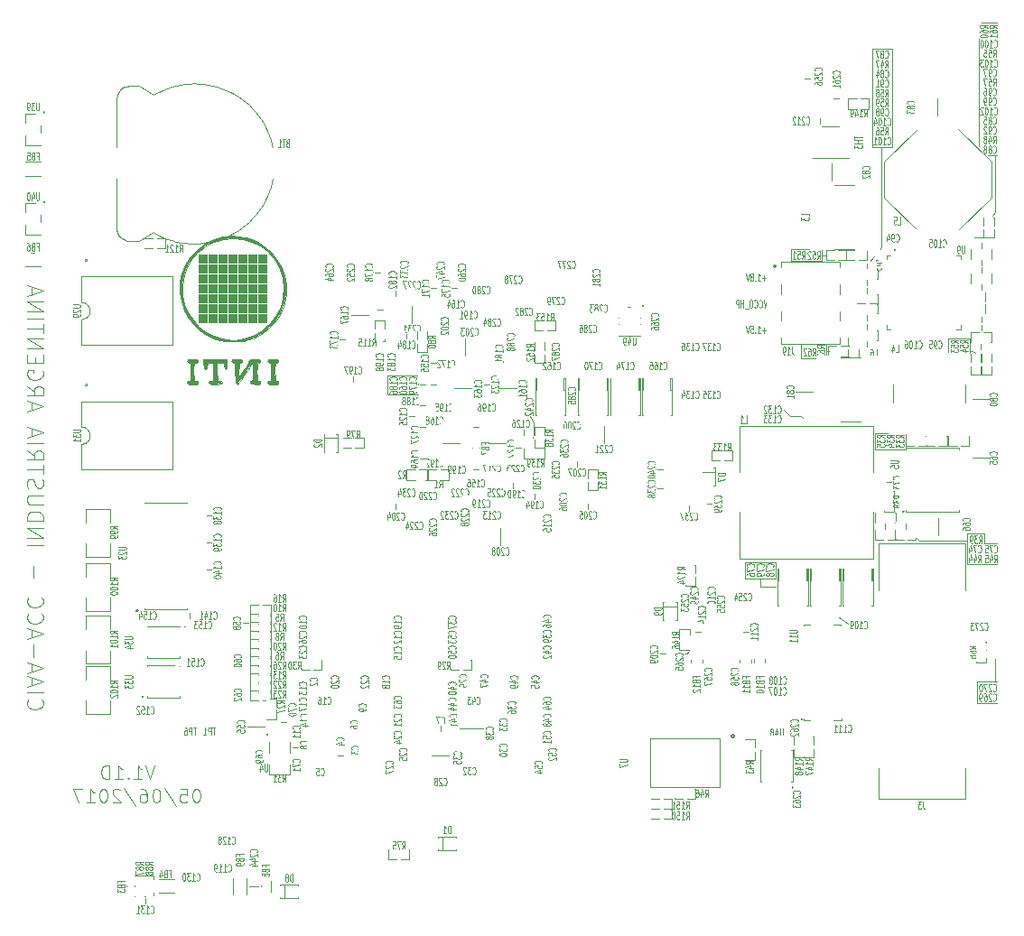
<source format=gbr>
*
%FSLAX26Y26*%
%MOIN*%
%ADD10C,0.004000*%
%ADD11C,0.005811*%
%ADD12C,0.043465*%
%ADD13C,0.053307*%
%ADD14C,0.069055*%
%ADD15C,0.029685*%
%ADD16C,0.012000*%
%ADD17R,0.031000X0.031000*%
%ADD18R,0.028500X0.028500*%
%ADD19R,0.023600X0.023600*%
%ADD20R,0.023550X0.023550*%
%ADD21R,0.051950X0.051950*%
%ADD22R,0.050450X0.050450*%
%ADD23R,0.032200X0.032200*%
%ADD24R,0.030700X0.030700*%
%ADD25R,0.083350X0.083350*%
%ADD26R,0.081850X0.081850*%
%ADD27R,0.022100X0.022100*%
%ADD28R,0.044000X0.044000*%
%ADD29R,0.035500X0.035500*%
%ADD30R,0.042500X0.042500*%
%ADD31R,0.133150X0.133150*%
%ADD32R,0.091350X0.091350*%
%ADD33R,0.089850X0.089850*%
%ADD34R,0.114850X0.114850*%
%ADD35C,0.042500*%
%ADD36R,0.021550X0.021550*%
%ADD37R,0.063700X0.063700*%
%ADD38R,0.022350X0.022350*%
%ADD39R,0.020850X0.020850*%
%ADD40R,0.024300X0.024300*%
%ADD41R,0.036200X0.036200*%
%ADD42R,0.072350X0.072350*%
%ADD43R,0.030200X0.030200*%
%ADD44R,0.044100X0.044100*%
%ADD45R,0.038100X0.038100*%
%ADD46R,0.114950X0.114950*%
%ADD47R,0.059750X0.059750*%
%ADD48C,0.164500*%
%ADD49R,0.074000X0.074000*%
%ADD50R,0.075000X0.075000*%
%ADD51C,0.075000*%
%ADD52R,0.041709X0.041709*%
%ADD53R,0.061700X0.061700*%
%ADD54R,0.050370X0.050370*%
%ADD55R,0.060200X0.060200*%
%ADD56R,0.050350X0.050350*%
%ADD57R,0.069050X0.069050*%
%ADD58R,0.070050X0.070050*%
%ADD59C,0.238350*%
%ADD60C,0.080850*%
%ADD61C,0.128100*%
%ADD62C,0.065100*%
%ADD63C,0.088750*%
%ADD64C,0.246200*%
%ADD65C,0.060400*%
%ADD66C,0.065450*%
%ADD67R,0.041700X0.041700*%
%ADD68R,0.045700X0.045700*%
%ADD69C,0.064400*%
%ADD70C,0.081150*%
%ADD71C,0.069500*%
%ADD72C,0.052465*%
%ADD73C,0.062307*%
%ADD74C,0.038685*%
%ADD75C,0.064244*%
%ADD76C,0.068181*%
%ADD77C,0.079992*%
%ADD78C,0.095740*%
%ADD79C,0.076055*%
%ADD80C,0.036685*%
%ADD81C,0.064375*%
%ADD82C,0.019000*%
%ADD83C,0.049496*%
%IPPOS*%
%LNciaa_acc-b.silks.gbr*%
%LPD*%
G75*
G54D10*
X01990429Y-04195619D02*
X01985667D01*
X01980905Y-04198000D01*
X01978524Y-04200381D01*
X01976143Y-04205143D01*
X01973762Y-04214667D01*
Y-04226571D01*
X01976143Y-04236095D01*
X01978524Y-04240857D01*
X01980905Y-04243238D01*
X01985667Y-04245619D01*
X01990429D01*
X01995191Y-04243238D01*
X01997571Y-04240857D01*
X01999952Y-04236095D01*
X02002333Y-04226571D01*
Y-04214667D01*
X01999952Y-04205143D01*
X01997571Y-04200381D01*
X01995191Y-04198000D01*
X01990429Y-04195619D01*
X01928524D02*
X01952333D01*
X01954714Y-04219429D01*
X01952333Y-04217048D01*
X01947571Y-04214667D01*
X01935667D01*
X01930905Y-04217048D01*
X01928524Y-04219429D01*
X01926143Y-04224190D01*
Y-04236095D01*
X01928524Y-04240857D01*
X01930905Y-04243238D01*
X01935667Y-04245619D01*
X01947571D01*
X01952333Y-04243238D01*
X01954714Y-04240857D01*
X01869000Y-04193238D02*
X01911857Y-04257524D01*
X01842810Y-04195619D02*
X01838048D01*
X01833286Y-04198000D01*
X01830905Y-04200381D01*
X01828524Y-04205143D01*
X01826143Y-04214667D01*
Y-04226571D01*
X01828524Y-04236095D01*
X01830905Y-04240857D01*
X01833286Y-04243238D01*
X01838048Y-04245619D01*
X01842810D01*
X01847571Y-04243238D01*
X01849952Y-04240857D01*
X01852333Y-04236095D01*
X01854714Y-04226571D01*
Y-04214667D01*
X01852333Y-04205143D01*
X01849952Y-04200381D01*
X01847571Y-04198000D01*
X01842810Y-04195619D01*
X01783286D02*
X01792810D01*
X01797571Y-04198000D01*
X01799952Y-04200381D01*
X01804714Y-04207524D01*
X01807095Y-04217048D01*
Y-04236095D01*
X01804714Y-04240857D01*
X01802333Y-04243238D01*
X01797571Y-04245619D01*
X01788048D01*
X01783286Y-04243238D01*
X01780905Y-04240857D01*
X01778524Y-04236095D01*
Y-04224190D01*
X01780905Y-04219429D01*
X01783286Y-04217048D01*
X01788048Y-04214667D01*
X01797571D01*
X01802333Y-04217048D01*
X01804714Y-04219429D01*
X01807095Y-04224190D01*
X01721381Y-04193238D02*
X01764238Y-04257524D01*
X01707095Y-04200381D02*
X01704714Y-04198000D01*
X01699952Y-04195619D01*
X01688048D01*
X01683286Y-04198000D01*
X01680905Y-04200381D01*
X01678524Y-04205143D01*
Y-04209905D01*
X01680905Y-04217048D01*
X01709476Y-04245619D01*
X01678524D01*
X01647571Y-04195619D02*
X01642810D01*
X01638048Y-04198000D01*
X01635667Y-04200381D01*
X01633286Y-04205143D01*
X01630905Y-04214667D01*
Y-04226571D01*
X01633286Y-04236095D01*
X01635667Y-04240857D01*
X01638048Y-04243238D01*
X01642810Y-04245619D01*
X01647571D01*
X01652333Y-04243238D01*
X01654714Y-04240857D01*
X01657095Y-04236095D01*
X01659476Y-04226571D01*
Y-04214667D01*
X01657095Y-04205143D01*
X01654714Y-04200381D01*
X01652333Y-04198000D01*
X01647571Y-04195619D01*
X01583286Y-04245619D02*
X01611857D01*
X01597571D02*
Y-04195619D01*
X01602333Y-04202762D01*
X01607095Y-04207524D01*
X01611857Y-04209905D01*
X01566619Y-04195619D02*
X01533286D01*
X01554714Y-04245619D01*
X01834190Y-04108619D02*
X01817524Y-04158619D01*
X01800857Y-04108619D01*
X01758000Y-04158619D02*
X01786571D01*
X01772286D02*
Y-04108619D01*
X01777048Y-04115762D01*
X01781810Y-04120524D01*
X01786571Y-04122905D01*
X01736571Y-04153857D02*
X01734190Y-04156238D01*
X01736571Y-04158619D01*
X01738952Y-04156238D01*
X01736571Y-04153857D01*
Y-04158619D01*
X01686571D02*
X01715143D01*
X01700857D02*
Y-04108619D01*
X01705619Y-04115762D01*
X01710381Y-04120524D01*
X01715143Y-04122905D01*
X01665143Y-04158619D02*
Y-04108619D01*
X01653238D01*
X01646095Y-04111000D01*
X01641333Y-04115762D01*
X01638952Y-04120524D01*
X01636571Y-04130048D01*
Y-04137190D01*
X01638952Y-04146714D01*
X01641333Y-04151476D01*
X01646095Y-04156238D01*
X01653238Y-04158619D01*
X01665143D01*
X01368335Y-03864904D02*
X01365478Y-03867762D01*
X01362621Y-03876333D01*
Y-03882047D01*
X01365478Y-03890619D01*
X01371192Y-03896333D01*
X01376907Y-03899190D01*
X01388335Y-03902047D01*
X01396907D01*
X01408335Y-03899190D01*
X01414050Y-03896333D01*
X01419764Y-03890619D01*
X01422621Y-03882047D01*
Y-03876333D01*
X01419764Y-03867762D01*
X01416907Y-03864904D01*
X01362621Y-03839190D02*
X01422621D01*
X01379764Y-03813476D02*
Y-03784904D01*
X01362621Y-03819190D02*
X01422621Y-03799190D01*
X01362621Y-03779190D01*
X01379764Y-03762047D02*
Y-03733476D01*
X01362621Y-03767762D02*
X01422621Y-03747762D01*
X01362621Y-03727762D01*
X01385478Y-03707762D02*
Y-03662047D01*
X01379764Y-03636333D02*
Y-03607762D01*
X01362621Y-03642047D02*
X01422621Y-03622047D01*
X01362621Y-03602047D01*
X01368335Y-03547762D02*
X01365478Y-03550619D01*
X01362621Y-03559190D01*
Y-03564904D01*
X01365478Y-03573476D01*
X01371192Y-03579190D01*
X01376907Y-03582047D01*
X01388335Y-03584904D01*
X01396907D01*
X01408335Y-03582047D01*
X01414050Y-03579190D01*
X01419764Y-03573476D01*
X01422621Y-03564904D01*
Y-03559190D01*
X01419764Y-03550619D01*
X01416907Y-03547762D01*
X01368335Y-03487762D02*
X01365478Y-03490619D01*
X01362621Y-03499190D01*
Y-03504904D01*
X01365478Y-03513476D01*
X01371192Y-03519190D01*
X01376907Y-03522047D01*
X01388335Y-03524904D01*
X01396907D01*
X01408335Y-03522047D01*
X01414050Y-03519190D01*
X01419764Y-03513476D01*
X01422621Y-03504904D01*
Y-03499190D01*
X01419764Y-03490619D01*
X01416907Y-03487762D01*
X01385478Y-03416333D02*
Y-03370619D01*
X01362621Y-03296333D02*
X01422621D01*
X01362621Y-03267762D02*
X01422621D01*
X01362621Y-03233476D01*
X01422621D01*
X01362621Y-03204904D02*
X01422621D01*
Y-03190619D01*
X01419764Y-03182047D01*
X01414050Y-03176333D01*
X01408335Y-03173476D01*
X01396907Y-03170619D01*
X01388335D01*
X01376907Y-03173476D01*
X01371192Y-03176333D01*
X01365478Y-03182047D01*
X01362621Y-03190619D01*
Y-03204904D01*
X01422621Y-03144904D02*
X01374050D01*
X01368335Y-03142047D01*
X01365478Y-03139190D01*
X01362621Y-03133476D01*
Y-03122047D01*
X01365478Y-03116333D01*
X01368335Y-03113476D01*
X01374050Y-03110619D01*
X01422621D01*
X01365478Y-03084904D02*
X01362621Y-03076333D01*
Y-03062047D01*
X01365478Y-03056333D01*
X01368335Y-03053476D01*
X01374050Y-03050619D01*
X01379764D01*
X01385478Y-03053476D01*
X01388335Y-03056333D01*
X01391192Y-03062047D01*
X01394050Y-03073476D01*
X01396907Y-03079190D01*
X01399764Y-03082047D01*
X01405478Y-03084904D01*
X01411192D01*
X01416907Y-03082047D01*
X01419764Y-03079190D01*
X01422621Y-03073476D01*
Y-03059190D01*
X01419764Y-03050619D01*
X01422621Y-03033476D02*
Y-02999190D01*
X01362621Y-03016333D02*
X01422621D01*
X01362621Y-02944904D02*
X01391192Y-02964904D01*
X01362621Y-02979190D02*
X01422621D01*
Y-02956333D01*
X01419764Y-02950619D01*
X01416907Y-02947762D01*
X01411192Y-02944904D01*
X01402621D01*
X01396907Y-02947762D01*
X01394050Y-02950619D01*
X01391192Y-02956333D01*
Y-02979190D01*
X01362621Y-02919190D02*
X01422621D01*
X01379764Y-02893476D02*
Y-02864904D01*
X01362621Y-02899190D02*
X01422621Y-02879190D01*
X01362621Y-02859190D01*
X01379764Y-02796333D02*
Y-02767762D01*
X01362621Y-02802047D02*
X01422621Y-02782047D01*
X01362621Y-02762047D01*
Y-02707762D02*
X01391192Y-02727762D01*
X01362621Y-02742047D02*
X01422621D01*
Y-02719190D01*
X01419764Y-02713476D01*
X01416907Y-02710619D01*
X01411192Y-02707762D01*
X01402621D01*
X01396907Y-02710619D01*
X01394050Y-02713476D01*
X01391192Y-02719190D01*
Y-02742047D01*
X01419764Y-02650619D02*
X01422621Y-02656333D01*
Y-02664904D01*
X01419764Y-02673476D01*
X01414050Y-02679190D01*
X01408335Y-02682047D01*
X01396907Y-02684904D01*
X01388335D01*
X01376907Y-02682047D01*
X01371192Y-02679190D01*
X01365478Y-02673476D01*
X01362621Y-02664904D01*
Y-02659190D01*
X01365478Y-02650619D01*
X01368335Y-02647762D01*
X01388335D01*
Y-02659190D01*
X01394050Y-02622047D02*
Y-02602047D01*
X01362621Y-02593476D02*
Y-02622047D01*
X01422621D01*
Y-02593476D01*
X01362621Y-02567762D02*
X01422621D01*
X01362621Y-02533476D01*
X01422621D01*
Y-02513476D02*
Y-02479190D01*
X01362621Y-02496333D02*
X01422621D01*
X01362621Y-02459190D02*
X01422621D01*
X01362621Y-02430619D02*
X01422621D01*
X01362621Y-02396333D01*
X01422621D01*
X01379764Y-02370619D02*
Y-02342047D01*
X01362621Y-02376333D02*
X01422621Y-02356333D01*
X01362621Y-02336333D01*
X02692913Y-02740157D02*
Y-02669291D01*
X02807087Y-02740157D02*
X02692913D01*
X02807087Y-02669291D02*
Y-02740157D01*
X02692913Y-02669291D02*
X02807087D01*
X03232283Y-02885827D02*
X03228346Y-02905512D01*
X03232283Y-02842520D02*
Y-02885827D01*
X03220472Y-02818898D02*
X03232283Y-02842520D01*
X04091118Y-02309087D02*
X04077404D01*
X04084261Y-02319753D02*
Y-02298420D01*
X04059404Y-02319753D02*
X04069690D01*
X04064547D02*
Y-02291753D01*
X04066261Y-02295753D01*
X04067975Y-02298420D01*
X04069690Y-02299753D01*
X04051690Y-02317087D02*
X04050832Y-02318420D01*
X04051690Y-02319753D01*
X04052547Y-02318420D01*
X04051690Y-02317087D01*
Y-02319753D01*
X04040547Y-02303753D02*
X04042261Y-02302420D01*
X04043118Y-02301087D01*
X04043975Y-02298420D01*
Y-02297087D01*
X04043118Y-02294420D01*
X04042261Y-02293087D01*
X04040547Y-02291753D01*
X04037118D01*
X04035404Y-02293087D01*
X04034547Y-02294420D01*
X04033690Y-02297087D01*
Y-02298420D01*
X04034547Y-02301087D01*
X04035404Y-02302420D01*
X04037118Y-02303753D01*
X04040547D01*
X04042261Y-02305087D01*
X04043118Y-02306420D01*
X04043975Y-02309087D01*
Y-02314420D01*
X04043118Y-02317087D01*
X04042261Y-02318420D01*
X04040547Y-02319753D01*
X04037118D01*
X04035404Y-02318420D01*
X04034547Y-02317087D01*
X04033690Y-02314420D01*
Y-02309087D01*
X04034547Y-02306420D01*
X04035404Y-02305087D01*
X04037118Y-02303753D01*
X04028547Y-02291753D02*
X04022547Y-02319753D01*
X04016547Y-02291753D01*
X04091118Y-02502000D02*
X04077404D01*
X04084261Y-02512667D02*
Y-02491333D01*
X04059404Y-02512667D02*
X04069690D01*
X04064547D02*
Y-02484667D01*
X04066261Y-02488667D01*
X04067975Y-02491333D01*
X04069690Y-02492667D01*
X04051690Y-02510000D02*
X04050832Y-02511333D01*
X04051690Y-02512667D01*
X04052547Y-02511333D01*
X04051690Y-02510000D01*
Y-02512667D01*
X04034547Y-02484667D02*
X04043118D01*
X04043975Y-02498000D01*
X04043118Y-02496667D01*
X04041404Y-02495333D01*
X04037118D01*
X04035404Y-02496667D01*
X04034547Y-02498000D01*
X04033690Y-02500667D01*
Y-02507333D01*
X04034547Y-02510000D01*
X04035404Y-02511333D01*
X04037118Y-02512667D01*
X04041404D01*
X04043118Y-02511333D01*
X04043975Y-02510000D01*
X04028547Y-02484667D02*
X04022547Y-02512667D01*
X04016547Y-02484667D01*
X04094147Y-02390178D02*
X04088147Y-02418178D01*
X04082147Y-02390178D01*
X04065862Y-02415512D02*
X04066719Y-02416845D01*
X04069290Y-02418178D01*
X04071004D01*
X04073576Y-02416845D01*
X04075290Y-02414178D01*
X04076147Y-02411512D01*
X04077004Y-02406178D01*
Y-02402178D01*
X04076147Y-02396845D01*
X04075290Y-02394178D01*
X04073576Y-02391512D01*
X04071004Y-02390178D01*
X04069290D01*
X04066719Y-02391512D01*
X04065862Y-02392845D01*
X04047862Y-02415512D02*
X04048719Y-02416845D01*
X04051290Y-02418178D01*
X04053004D01*
X04055576Y-02416845D01*
X04057290Y-02414178D01*
X04058147Y-02411512D01*
X04059004Y-02406178D01*
Y-02402178D01*
X04058147Y-02396845D01*
X04057290Y-02394178D01*
X04055576Y-02391512D01*
X04053004Y-02390178D01*
X04051290D01*
X04048719Y-02391512D01*
X04047862Y-02392845D01*
X04036719Y-02390178D02*
X04033290D01*
X04031576Y-02391512D01*
X04029862Y-02394178D01*
X04029004Y-02399512D01*
Y-02408845D01*
X04029862Y-02414178D01*
X04031576Y-02416845D01*
X04033290Y-02418178D01*
X04036719D01*
X04038433Y-02416845D01*
X04040147Y-02414178D01*
X04041004Y-02408845D01*
Y-02399512D01*
X04040147Y-02394178D01*
X04038433Y-02391512D01*
X04036719Y-02390178D01*
X04025576Y-02420845D02*
X04011862D01*
X04007576Y-02418178D02*
Y-02390178D01*
Y-02403512D02*
X03997290D01*
Y-02418178D02*
Y-02390178D01*
X03988719Y-02418178D02*
Y-02390178D01*
X03981862D01*
X03980147Y-02391512D01*
X03979290Y-02392845D01*
X03978433Y-02395512D01*
Y-02399512D01*
X03979290Y-02402178D01*
X03980147Y-02403512D01*
X03981862Y-02404845D01*
X03988719D01*
X02964567Y-03972441D02*
X02956693Y-03976378D01*
X03047244Y-03972441D02*
X02964567D01*
X03799213Y-03696850D02*
X03814961Y-03673228D01*
X03791339Y-03696850D02*
X03799213D01*
X04937008Y-03799213D02*
Y-03716535D01*
X04948819Y-03799213D02*
X04870079D01*
X04948819Y-03877953D02*
Y-03799213D01*
X04870079Y-03877953D02*
X04948819D01*
X04870079Y-03799213D02*
Y-03877953D01*
X04070866Y-03448819D02*
X04125984D01*
X04070866Y-03417323D02*
Y-03448819D01*
X04011811Y-03417323D02*
Y-03358268D01*
X04125984Y-03417323D02*
X04011811D01*
X04125984Y-03358268D02*
Y-03417323D01*
X04011811Y-03358268D02*
X04125984D01*
X04358268Y-03559055D02*
X04393701Y-03586614D01*
X04657480Y-03279528D02*
X04645669Y-03267717D01*
X04834646Y-03279528D02*
X04657480D01*
X04952756Y-03287402D02*
Y-03366142D01*
X04897638Y-03287402D02*
X04952756D01*
X04897638Y-03251969D02*
Y-03287402D01*
X04834646Y-03251969D02*
X04897638D01*
X04834646Y-03366142D02*
Y-03251969D01*
X04952756Y-03366142D02*
X04834646D01*
X04220472Y-02818898D02*
X04232283Y-02830709D01*
X04181102Y-02818898D02*
X04220472D01*
X04157480Y-02795276D02*
X04181102Y-02818898D01*
X04515748Y-02196850D02*
X04472441Y-02248031D01*
X04515748Y-01826772D02*
Y-02196850D01*
X04555118Y-01460630D02*
X04484252D01*
X04555118Y-01826772D02*
Y-01460630D01*
X04484252Y-01826772D02*
X04555118D01*
X04484252Y-01460630D02*
Y-01826772D01*
X04314961Y-02578740D02*
X04322835D01*
X04314961Y-02555118D02*
Y-02602362D01*
X04220472Y-02606299D02*
X04279528D01*
X04220472Y-02555118D02*
Y-02606299D01*
X04295276Y-02224409D02*
X04311024D01*
X04185039Y-02244094D02*
Y-02200787D01*
X04295276Y-02244094D02*
X04185039D01*
X04295276Y-02200787D02*
Y-02244094D01*
X04185039Y-02200787D02*
X04295276D01*
X04492126Y-02940945D02*
X04606299D01*
X04492126Y-02881890D02*
Y-02940945D01*
X04606299Y-02881890D02*
Y-02940945D01*
X04492126Y-02881890D02*
X04606299D01*
X04854331Y-02578740D02*
X04862205Y-02586614D01*
X04842520Y-02578740D02*
X04854331D01*
X04763780Y-02531496D02*
X04767717D01*
X04763780Y-02586614D02*
Y-02531496D01*
X04767717Y-02586614D02*
X04763780D01*
X04842520D02*
X04767717D01*
X04842520Y-02531496D02*
Y-02586614D01*
X04767717Y-02531496D02*
X04842520D01*
X04937008Y-02066929D02*
X04925197Y-02078740D01*
X04937008Y-01854331D02*
Y-02066929D01*
X04885827Y-01366142D02*
X04952756D01*
X04909449Y-01854331D02*
X04952756D01*
X04877953Y-01425197D02*
Y-01822835D01*
X04506142Y-03470689D02*
Y-03288024D01*
X04826142D01*
Y-03470689D01*
Y-04116358D02*
Y-04233524D01*
X04506142D01*
Y-04116358D01*
X02454724Y-03799213D02*
X02442913D01*
X02604331Y-04051181D02*
X02592520D01*
X02444882Y-04108268D02*
Y-04096457D01*
X02600394Y-03956693D02*
X02588583D01*
X02403543Y-04031496D02*
X02415354D01*
X02624016Y-03893701D02*
X02635827D01*
X02403543Y-03598425D02*
X02415354D01*
X02397638Y-03982283D02*
Y-03994094D01*
X02694882Y-03625984D02*
X02706693D01*
X02403543Y-03842520D02*
X02415354D01*
Y-03940945D02*
X02403543D01*
X02694882Y-03688976D02*
X02706693D01*
X02460630Y-03848425D02*
Y-03836614D01*
X02403543Y-03877953D02*
X02415354D01*
X02651575Y-03799213D02*
X02663386D01*
X02694882Y-03586614D02*
X02706693D01*
X02462598Y-03799213D02*
X02474409D01*
X02694882Y-03940945D02*
X02706693D01*
X02643701Y-03799213D02*
X02631890D01*
X02403543Y-03688976D02*
X02415354D01*
X02706693Y-04003937D02*
X02694882D01*
X02714567Y-04066929D02*
X02726378D01*
X02403543Y-03641732D02*
X02415354D01*
X02706693Y-04066929D02*
X02694882D01*
X02921260Y-04070866D02*
X02858268D01*
X03005906Y-03799213D02*
X02994094D01*
X03155512Y-04051181D02*
X03143701D01*
X02996063Y-04108268D02*
Y-04096457D01*
X03155512Y-03956693D02*
X03143701D01*
X02954724Y-04035433D02*
X02966535D01*
X03175197Y-03893701D02*
X03187008D01*
X02954724Y-03598425D02*
X02966535D01*
X02948819Y-03982283D02*
Y-03994094D01*
X03246063Y-03625984D02*
X03257874D01*
X02954724Y-03842520D02*
X02966535D01*
Y-03940945D02*
X02954724D01*
X03246063Y-03688976D02*
X03257874D01*
X03011811Y-03848425D02*
Y-03836614D01*
X02954724Y-03877953D02*
X02966535D01*
X03202756Y-03799213D02*
X03214567D01*
X03246063Y-03586614D02*
X03257874D01*
X03013780Y-03799213D02*
X03025591D01*
X03246063Y-03940945D02*
X03257874D01*
X03194882Y-03799213D02*
X03183071D01*
X02954724Y-03688976D02*
X02966535D01*
X03257874Y-04003937D02*
X03246063D01*
X03265748Y-04066929D02*
X03277559D01*
X02954724Y-03641732D02*
X02966535D01*
X03257874Y-04066929D02*
X03246063D01*
X02240157Y-03964567D02*
X02177165D01*
X02175197Y-03720472D02*
X02163386D01*
Y-03846457D02*
X02175197D01*
X02706693Y-03874016D02*
X02694882D01*
X03257874Y-03877953D02*
X03246063D01*
X04854331Y-02972441D02*
X04917323D01*
X04728346Y-03259843D02*
Y-03196850D01*
X02250000Y-04066929D02*
X02238189D01*
X02344488Y-04043307D02*
X02364173D01*
X04535157Y-03062992D02*
X04554843D01*
X04531496Y-03214567D02*
Y-03234252D01*
X04606299D02*
Y-03214567D01*
X04134882Y-03518898D02*
X04142756D01*
X04245118D02*
X04237244D01*
X04136850Y-03424409D02*
Y-03381102D01*
X04140787D02*
Y-03424409D01*
X04142756Y-03381102D02*
X04134882D01*
X04142756Y-03424409D02*
Y-03381102D01*
X04134882Y-03424409D02*
X04142756D01*
X04243150D02*
Y-03381102D01*
X04239213D02*
Y-03424409D01*
X04237244D02*
Y-03381102D01*
X04245118Y-03424409D02*
X04237244D01*
X04245118Y-03381102D02*
X04237244D01*
X04134882Y-03518898D02*
Y-03381102D01*
X04245118Y-03518898D02*
Y-03381102D01*
X04374882Y-03518898D02*
X04382756D01*
X04485118D02*
X04477244D01*
X04376850Y-03424409D02*
Y-03381102D01*
X04380787D02*
Y-03424409D01*
X04382756Y-03381102D02*
X04374882D01*
X04382756Y-03424409D02*
Y-03381102D01*
X04374882Y-03424409D02*
X04382756D01*
X04483150D02*
Y-03381102D01*
X04479213D02*
Y-03424409D01*
X04477244D02*
Y-03381102D01*
X04485118Y-03424409D02*
X04477244D01*
X04485118Y-03381102D02*
X04477244D01*
X04374882Y-03518898D02*
Y-03381102D01*
X04485118Y-03518898D02*
Y-03381102D01*
X04254882Y-03518898D02*
X04262756D01*
X04365118D02*
X04357244D01*
X04256850Y-03424409D02*
Y-03381102D01*
X04260787D02*
Y-03424409D01*
X04262756Y-03381102D02*
X04254882D01*
X04262756Y-03424409D02*
Y-03381102D01*
X04254882Y-03424409D02*
X04262756D01*
X04363150D02*
Y-03381102D01*
X04359213D02*
Y-03424409D01*
X04357244D02*
Y-03381102D01*
X04365118Y-03424409D02*
X04357244D01*
X04365118Y-03381102D02*
X04357244D01*
X04254882Y-03518898D02*
Y-03381102D01*
X04365118Y-03518898D02*
Y-03381102D01*
X04917323Y-02755906D02*
X04854331D01*
X04263780Y-02728346D02*
X04200787D01*
X04334646Y-01885827D02*
Y-01948819D01*
X04724409Y-01708661D02*
Y-01645669D01*
X04464567Y-02316929D02*
Y-02336614D01*
X04885827Y-02450787D02*
Y-02470472D01*
X04464567Y-02273622D02*
Y-02253937D01*
X04885000Y-02553150D02*
Y-02572835D01*
X04464567Y-02364173D02*
Y-02344488D01*
X04885827Y-02482283D02*
Y-02501969D01*
X04549213Y-02196850D02*
X04537402D01*
X04712598Y-02521654D02*
Y-02533465D01*
X04885827Y-02269685D02*
Y-02289370D01*
X04464567Y-02466535D02*
Y-02446850D01*
X04901575Y-02361220D02*
Y-02394685D01*
X04885827Y-02179134D02*
Y-02198819D01*
X04464567Y-02541339D02*
Y-02561024D01*
X04901575Y-02404528D02*
Y-02437992D01*
X04885827Y-02242126D02*
Y-02261811D01*
X04464567Y-02478346D02*
Y-02498031D01*
X04771654Y-02190945D02*
Y-02202756D01*
X04633858Y-02533465D02*
Y-02521654D01*
X04190000Y-03830906D02*
Y-03819094D01*
Y-03810906D02*
Y-03799094D01*
X04338583Y-03553150D02*
Y-03564961D01*
X04299213Y-03978346D02*
Y-03966535D01*
X02011811Y-04478346D02*
Y-04498031D01*
X01799213Y-04600394D02*
Y-04620079D01*
X04251969Y-02832677D02*
Y-02844488D01*
X04177550D02*
Y-02832677D01*
X03811024Y-02761811D02*
Y-02773622D01*
X03889764D02*
Y-02761811D01*
X03811024Y-02584646D02*
Y-02596457D01*
X03889764D02*
Y-02584646D01*
X02025157Y-03185000D02*
X02044843D01*
X02025157Y-03285000D02*
X02044843D01*
X02025157Y-03385000D02*
X02044843D01*
X01964567Y-03564961D02*
Y-03545276D01*
X01933071Y-03734252D02*
Y-03722441D01*
X01799213Y-03883858D02*
Y-03872047D01*
X01952756Y-03576772D02*
Y-03588583D01*
X01787402D02*
Y-03576772D01*
X03169291Y-02716535D02*
X03106299D01*
X03240157Y-02816929D02*
X03248031D01*
X03350394D02*
X03342520D01*
X03242126Y-02722441D02*
Y-02679134D01*
X03246063D02*
Y-02722441D01*
X03248031Y-02679134D02*
X03240157D01*
X03248031Y-02722441D02*
Y-02679134D01*
X03240157Y-02722441D02*
X03248031D01*
X03348425D02*
Y-02679134D01*
X03344488D02*
Y-02722441D01*
X03342520D02*
Y-02679134D01*
X03350394Y-02722441D02*
X03342520D01*
X03350394Y-02679134D02*
X03342520D01*
X03240157Y-02816929D02*
Y-02679134D01*
X03350394Y-02816929D02*
Y-02679134D01*
X03003937Y-02716535D02*
X02940945D01*
X03633858Y-02816929D02*
X03641732D01*
X03744094D02*
X03736220D01*
X03635827Y-02722441D02*
Y-02679134D01*
X03639764D02*
Y-02722441D01*
X03641732Y-02679134D02*
X03633858D01*
X03641732Y-02722441D02*
Y-02679134D01*
X03633858Y-02722441D02*
X03641732D01*
X03742126D02*
Y-02679134D01*
X03738189D02*
Y-02722441D01*
X03736220D02*
Y-02679134D01*
X03744094Y-02722441D02*
X03736220D01*
X03744094Y-02679134D02*
X03736220D01*
X03633858Y-02816929D02*
Y-02679134D01*
X03744094Y-02816929D02*
Y-02679134D01*
X02559055Y-02444882D02*
X02622047D01*
X03397638Y-02816929D02*
X03405512D01*
X03507874D02*
X03500000D01*
X03399606Y-02722441D02*
Y-02679134D01*
X03403543D02*
Y-02722441D01*
X03405512Y-02679134D02*
X03397638D01*
X03405512Y-02722441D02*
Y-02679134D01*
X03397638Y-02722441D02*
X03405512D01*
X03505906D02*
Y-02679134D01*
X03501969D02*
Y-02722441D01*
X03500000D02*
Y-02679134D01*
X03507874Y-02722441D02*
X03500000D01*
X03507874Y-02679134D02*
X03500000D01*
X03397638Y-02816929D02*
Y-02679134D01*
X03507874Y-02816929D02*
Y-02679134D01*
X03515748Y-02816929D02*
X03523622D01*
X03625984D02*
X03618110D01*
X03517717Y-02722441D02*
Y-02679134D01*
X03521654D02*
Y-02722441D01*
X03523622Y-02679134D02*
X03515748D01*
X03523622Y-02722441D02*
Y-02679134D01*
X03515748Y-02722441D02*
X03523622D01*
X03624016D02*
Y-02679134D01*
X03620079D02*
Y-02722441D01*
X03618110D02*
Y-02679134D01*
X03625984Y-02722441D02*
X03618110D01*
X03625984Y-02679134D02*
X03618110D01*
X03515748Y-02816929D02*
Y-02679134D01*
X03625984Y-02816929D02*
Y-02679134D01*
X03066929Y-02917323D02*
X03129921D01*
X02897638D02*
X02960630D01*
X02980315Y-02594488D02*
Y-02531496D01*
X03110236Y-03232283D02*
Y-03295276D01*
X03492126Y-02917323D02*
Y-02854331D01*
X03137795Y-03029528D02*
Y-03041339D01*
X03098425Y-03080709D02*
Y-03068898D01*
X02783465Y-02476378D02*
Y-02413386D01*
X03807087Y-03167323D02*
Y-03147638D01*
X03710630Y-03086614D02*
X03690945D01*
X03872047Y-03141732D02*
X03891732D01*
X03690945Y-03015748D02*
X03710630D01*
X03222441Y-02917323D02*
X03210630D01*
X02217520Y-04555118D02*
X02184055D01*
X03816929Y-03535433D02*
X03828740D01*
X03795906Y-03565000D02*
X03784094D01*
X04005000Y-03509094D02*
Y-03520906D01*
X03919291Y-03566929D02*
X03931102D01*
X04253937Y-01570866D02*
X04234252D01*
X03880906Y-03725000D02*
X03869094D01*
X03980906D02*
X03969094D01*
X04340551Y-01645669D02*
X04360236D01*
X04175197Y-03980315D02*
X04163386D01*
X04210630Y-04177165D02*
X04198819D01*
X03820866Y-03649606D02*
X03809055D01*
X02946850Y-04423228D02*
Y-04413386D01*
Y-04372047D02*
Y-04381890D01*
X02879921Y-04423228D02*
Y-04413386D01*
Y-04372047D02*
Y-04381890D01*
X02895669Y-04372047D02*
Y-04423228D01*
X02879921D02*
X02946850D01*
Y-04372047D02*
X02879921D01*
X02458661Y-02950787D02*
X02468504D01*
X02509843D02*
X02500000D01*
X02458661Y-02883858D02*
X02468504D01*
X02509843D02*
X02500000D01*
X02509843Y-02899606D02*
X02458661D01*
Y-02883858D02*
Y-02950787D01*
X02509843D02*
Y-02883858D01*
X03852362Y-03076772D02*
X03862205D01*
X03903543D02*
X03893701D01*
X03852362Y-03009843D02*
X03862205D01*
X03903543D02*
X03893701D01*
X03903543Y-03025591D02*
X03852362D01*
Y-03009843D02*
Y-03076772D01*
X03903543D02*
Y-03009843D01*
X02364173Y-04600394D02*
Y-04590551D01*
Y-04549213D02*
Y-04559055D01*
X02297244Y-04600394D02*
Y-04590551D01*
Y-04549213D02*
Y-04559055D01*
X02312992Y-04549213D02*
Y-04600394D01*
X02297244D02*
X02364173D01*
Y-04549213D02*
X02297244D01*
X03710630Y-03572835D02*
X03720472D01*
X03761811D02*
X03751969D01*
X03710630Y-03505906D02*
X03720472D01*
X03761811D02*
X03751969D01*
X03761811Y-03521654D02*
X03710630D01*
Y-03505906D02*
Y-03572835D01*
X03761811D02*
Y-03505906D01*
X01907480Y-04529544D02*
X01848425D01*
X01907480Y-04580395D02*
X01848425D01*
X01355472Y-01931815D02*
X01414528D01*
X01355472Y-01878250D02*
X01414528D01*
X01355472Y-02266196D02*
X01414528D01*
X01355472Y-02213820D02*
X01414528D01*
X02174862Y-04584646D02*
Y-04525591D01*
X02123922Y-04584646D02*
Y-04525591D01*
X04087402Y-03753937D02*
Y-03694882D01*
X04046457Y-03753937D02*
Y-03694882D01*
X04035472Y-03754528D02*
Y-03695472D01*
X03994528Y-03754528D02*
Y-03695472D01*
X03814528D02*
Y-03754528D01*
X03855472Y-03695472D02*
Y-03754528D01*
X04486063Y-03346063D02*
Y-03166929D01*
X03993937Y-03346063D02*
X04486063D01*
X03993937D02*
Y-03166929D01*
Y-02853937D02*
Y-03033071D01*
X04486063Y-02853937D02*
X03993937D01*
X04486063D02*
Y-03033071D01*
X04338583Y-02200787D02*
X04425197D01*
Y-01964567D02*
X04338583D01*
X04826772Y-02775591D02*
Y-02696850D01*
X04559055D02*
Y-02775591D01*
X04528150Y-02011929D02*
X04652165Y-02135945D01*
X04528150Y-01878071D02*
X04652165Y-01754055D01*
X04921850Y-01878071D02*
X04797835Y-01754055D01*
X04921850Y-02011929D02*
X04797835Y-02135945D01*
X04528150Y-02011929D02*
Y-01878071D01*
X04921850Y-02011929D02*
Y-01878071D01*
X04362205Y-02838583D02*
X04448819D01*
Y-02602362D02*
X04362205D01*
X02889764Y-03016835D02*
X02920173D01*
Y-03054031D01*
X02889764D01*
X02874016Y-03016835D02*
X02843606D01*
Y-03054031D01*
X02874016D01*
X02811024Y-03016835D02*
X02841433D01*
Y-03054031D01*
X02811024D01*
X02795276Y-03016835D02*
X02764866D01*
Y-03054031D01*
X02795276D01*
X02232283Y-03579827D02*
X02262693D01*
Y-03617024D01*
X02232283D01*
X02216535Y-03579827D02*
X02186126D01*
Y-03617024D01*
X02216535D01*
X02232283Y-03705811D02*
X02262693D01*
Y-03743008D01*
X02232283D01*
X02216535Y-03705811D02*
X02186126D01*
Y-03743008D01*
X02216535D01*
X02232283Y-03642819D02*
X02262693D01*
Y-03680016D01*
X02232283D01*
X02216535Y-03642819D02*
X02186126D01*
Y-03680016D01*
X02216535D01*
X02232283Y-03548331D02*
X02262693D01*
Y-03585528D01*
X02232283D01*
X02216535Y-03548331D02*
X02186126D01*
Y-03585528D01*
X02216535D01*
X02232283Y-03611323D02*
X02262693D01*
Y-03648520D01*
X02232283D01*
X02216535Y-03611323D02*
X02186126D01*
Y-03648520D01*
X02216535D01*
X02232283Y-03768803D02*
X02262693D01*
Y-03806000D01*
X02232283D01*
X02216535Y-03768803D02*
X02186126D01*
Y-03806000D01*
X02216535D01*
X02232283Y-03516835D02*
X02262693D01*
Y-03554031D01*
X02232283D01*
X02216535Y-03516835D02*
X02186126D01*
Y-03554031D01*
X02216535D01*
X02232283Y-03674315D02*
X02262693D01*
Y-03711512D01*
X02232283D01*
X02216535Y-03674315D02*
X02186126D01*
Y-03711512D01*
X02216535D01*
X02232283Y-03800299D02*
X02262693D01*
Y-03837496D01*
X02232283D01*
X02216535Y-03800299D02*
X02186126D01*
Y-03837496D01*
X02216535D01*
X02232283Y-03831795D02*
X02262693D01*
Y-03868992D01*
X02232283D01*
X02216535Y-03831795D02*
X02186126D01*
Y-03868992D01*
X02216535D01*
X02232283Y-03737307D02*
X02262693D01*
Y-03774504D01*
X02232283D01*
X02216535Y-03737307D02*
X02186126D01*
Y-03774504D01*
X02216535D01*
X02282378Y-03909449D02*
Y-03939858D01*
X02245181D01*
Y-03909449D01*
X02282378Y-03893701D02*
Y-03863291D01*
X02245181D01*
Y-03893701D01*
X02956693Y-03754819D02*
X02926283D01*
Y-03717622D01*
X02956693D01*
X02972441Y-03754819D02*
X03002850D01*
Y-03717622D01*
X02972441D01*
X02405512Y-03754819D02*
X02375102D01*
Y-03717622D01*
X02405512D01*
X02421260Y-03754819D02*
X02451669D01*
Y-03717622D01*
X02421260D01*
X02287402Y-04140646D02*
X02256992D01*
Y-04103449D01*
X02287402D01*
X02303150Y-04140646D02*
X02333559D01*
Y-04103449D01*
X02303150D01*
X04795276Y-02928047D02*
X04764866D01*
Y-02890850D01*
X04795276D01*
X04811024Y-02928047D02*
X04841433D01*
Y-02890850D01*
X04811024D01*
X04728346D02*
X04758756D01*
Y-02928047D01*
X04728346D01*
X04712598Y-02890850D02*
X04682189D01*
Y-02928047D01*
X04712598D01*
X04637126Y-02928598D02*
X04606717D01*
Y-02891402D01*
X04637126D01*
X04652874Y-02928598D02*
X04683283D01*
Y-02891402D01*
X04652874D01*
X04526402Y-03125984D02*
Y-03095575D01*
X04563598D01*
Y-03125984D01*
X04526402Y-03141732D02*
Y-03172142D01*
X04563598D01*
Y-03141732D01*
X04539370Y-03174315D02*
X04569780D01*
Y-03211512D01*
X04539370D01*
X04523622Y-03174315D02*
X04493213D01*
Y-03211512D01*
X04523622D01*
X04050094Y-04059055D02*
Y-04089465D01*
X04012898D01*
Y-04059055D01*
X04050094Y-04043307D02*
Y-04012898D01*
X04012898D01*
Y-04043307D01*
X04523622Y-03274504D02*
X04493213D01*
Y-03237307D01*
X04523622D01*
X04539370Y-03274504D02*
X04569780D01*
Y-03237307D01*
X04539370D01*
X04598425Y-03274504D02*
X04568016D01*
Y-03237307D01*
X04598425D01*
X04614173Y-03274504D02*
X04644583D01*
Y-03237307D01*
X04614173D01*
X03799213Y-04194000D02*
X03829622D01*
Y-04231197D01*
X03799213D01*
X03783465Y-04194000D02*
X03753055D01*
Y-04231197D01*
X03783465D01*
X04472441Y-02276402D02*
X04502850D01*
Y-02313598D01*
X04472441D01*
X04456693Y-02276402D02*
X04426283D01*
Y-02313598D01*
X04456693D01*
X04877953Y-02546157D02*
X04847543D01*
Y-02508961D01*
X04877953D01*
X04893701Y-02546157D02*
X04924110D01*
Y-02508961D01*
X04893701D01*
X04358268Y-02205811D02*
X04388677D01*
Y-02243008D01*
X04358268D01*
X04342520Y-02205811D02*
X04312110D01*
Y-02243008D01*
X04342520D01*
X04433071Y-02205811D02*
X04463480D01*
Y-02243008D01*
X04433071D01*
X04417323Y-02205811D02*
X04386913D01*
Y-02243008D01*
X04417323D01*
X04847543Y-02618110D02*
Y-02587701D01*
X04884740D01*
Y-02618110D01*
X04847543Y-02633858D02*
Y-02664268D01*
X04884740D01*
Y-02633858D01*
X04924110D02*
Y-02664268D01*
X04886913D01*
Y-02633858D01*
X04924110Y-02618110D02*
Y-02587701D01*
X04886913D01*
Y-02618110D01*
X04877953Y-02239071D02*
X04847543D01*
Y-02201874D01*
X04877953D01*
X04893701Y-02239071D02*
X04924110D01*
Y-02201874D01*
X04893701D01*
X04472441Y-02501087D02*
X04502850D01*
Y-02538283D01*
X04472441D01*
X04456693Y-02501087D02*
X04426283D01*
Y-02538283D01*
X04456693D01*
X04893701Y-02292425D02*
X04924110D01*
Y-02329622D01*
X04893701D01*
X04877953Y-02292425D02*
X04847543D01*
Y-02329622D01*
X04877953D01*
X04456693Y-02404425D02*
X04426283D01*
Y-02367228D01*
X04456693D01*
X04472441Y-02404425D02*
X04502850D01*
Y-02367228D01*
X04472441D01*
Y-02402661D02*
X04502850D01*
Y-02439858D01*
X04472441D01*
X04456693Y-02402661D02*
X04426283D01*
Y-02439858D01*
X04456693D01*
X04896551Y-02129921D02*
Y-02160331D01*
X04859354D01*
Y-02129921D01*
X04896551Y-02114173D02*
Y-02083764D01*
X04859354D01*
Y-02114173D01*
X04894787D02*
Y-02083764D01*
X04931984D01*
Y-02114173D01*
X04894787Y-02129921D02*
Y-02160331D01*
X04931984D01*
Y-02129921D01*
X04366142Y-02560142D02*
X04396551D01*
Y-02597339D01*
X04366142D01*
X04350394Y-02560142D02*
X04319984D01*
Y-02597339D01*
X04350394D01*
X04431984Y-02570866D02*
Y-02601276D01*
X04394787D01*
Y-02570866D01*
X04431984Y-02555118D02*
Y-02524709D01*
X04394787D01*
Y-02555118D01*
X04903598Y-03696850D02*
Y-03727260D01*
X04866402D01*
Y-03696850D01*
X04903598Y-03681102D02*
Y-03650693D01*
X04866402D01*
Y-03681102D01*
X02728346Y-04455606D02*
X02697937D01*
Y-04418409D01*
X02728346D01*
X02744094Y-04455606D02*
X02774504D01*
Y-04418409D01*
X02744094D01*
X02559055Y-02935921D02*
X02528646D01*
Y-02898724D01*
X02559055D01*
X02574803Y-02935921D02*
X02605213D01*
Y-02898724D01*
X02574803D01*
X02804236Y-02535433D02*
Y-02505024D01*
X02841433D01*
Y-02535433D01*
X02804236Y-02551181D02*
Y-02581591D01*
X02841433D01*
Y-02551181D01*
X01798126Y-04562992D02*
Y-04593402D01*
X01760929D01*
Y-04562992D01*
X01798126Y-04547244D02*
Y-04516835D01*
X01760929D01*
Y-04547244D01*
X01792425D02*
Y-04516835D01*
X01829622D01*
Y-04547244D01*
X01792425Y-04562992D02*
Y-04593402D01*
X01829622D01*
Y-04562992D01*
X01579630Y-03210630D02*
Y-03161323D01*
X01670370D01*
Y-03210630D01*
X01579630Y-03289370D02*
Y-03338677D01*
X01670370D01*
Y-03289370D01*
X01579630Y-03410630D02*
Y-03361323D01*
X01670370D01*
Y-03410630D01*
X01579630Y-03489370D02*
Y-03538677D01*
X01670370D01*
Y-03489370D01*
X01579630Y-03605630D02*
Y-03556323D01*
X01670370D01*
Y-03605630D01*
X01579630Y-03684370D02*
Y-03733677D01*
X01670370D01*
Y-03684370D01*
X01579630Y-03790630D02*
Y-03741323D01*
X01670370D01*
Y-03790630D01*
X01579630Y-03869370D02*
Y-03918677D01*
X01670370D01*
Y-03869370D01*
X02683953Y-02511811D02*
Y-02542220D01*
X02646756D01*
Y-02511811D01*
X02683953Y-02496063D02*
Y-02465654D01*
X02646756D01*
Y-02496063D01*
X01826772Y-02199701D02*
X01796362D01*
Y-02162504D01*
X01826772D01*
X01842520Y-02199701D02*
X01872929D01*
Y-02162504D01*
X01842520D01*
X03829622Y-03413386D02*
Y-03443795D01*
X03792425D01*
Y-03413386D01*
X03829622Y-03397638D02*
Y-03367228D01*
X03792425D01*
Y-03397638D01*
X03434157Y-03047244D02*
Y-03016835D01*
X03471354D01*
Y-03047244D01*
X03434157Y-03062992D02*
Y-03093402D01*
X03471354D01*
Y-03062992D01*
X03921260Y-02983165D02*
X03890850D01*
Y-02945969D01*
X03921260D01*
X03937008Y-02983165D02*
X03967417D01*
Y-02945969D01*
X03937008D01*
X03274504Y-02905512D02*
Y-02935921D01*
X03237307D01*
Y-02905512D01*
X03274504Y-02889764D02*
Y-02859354D01*
X03237307D01*
Y-02889764D01*
X03244094Y-02938094D02*
X03274504D01*
Y-02975291D01*
X03244094D01*
X03228346Y-02938094D02*
X03197937D01*
Y-02975291D01*
X03228346D01*
X03808598Y-03652874D02*
Y-03683283D01*
X03771402D01*
Y-03652874D01*
X03808598Y-03637126D02*
Y-03606717D01*
X03771402D01*
Y-03637126D01*
X04229433Y-04031496D02*
Y-04001087D01*
X04266630D01*
Y-04031496D01*
X04229433Y-04047244D02*
Y-04077654D01*
X04266630D01*
Y-04047244D01*
X04194000Y-04031496D02*
Y-04001087D01*
X04231197D01*
Y-04031496D01*
X04194000Y-04047244D02*
Y-04077654D01*
X04231197D01*
Y-04047244D01*
X04440945Y-01646756D02*
X04471354D01*
Y-01683953D01*
X04440945D01*
X04425197Y-01646756D02*
X04394787D01*
Y-01683953D01*
X04425197D01*
X03696850Y-04306000D02*
X03666441D01*
Y-04268803D01*
X03696850D01*
X03712598Y-04306000D02*
X03743008D01*
Y-04268803D01*
X03712598D01*
X03696850Y-04270567D02*
X03666441D01*
Y-04233370D01*
X03696850D01*
X03712598Y-04270567D02*
X03743008D01*
Y-04233370D01*
X03712598D01*
X03237307Y-02574803D02*
Y-02544394D01*
X03274504D01*
Y-02574803D01*
X03237307Y-02590551D02*
Y-02620961D01*
X03274504D01*
Y-02590551D01*
X03267717Y-02502850D02*
X03237307D01*
Y-02465654D01*
X03267717D01*
X03283465Y-02502850D02*
X03313874D01*
Y-02465654D01*
X03283465D01*
X04398228Y-01747140D02*
Y-01747927D01*
X04263189Y-01747140D02*
Y-01747927D01*
Y-01866044D02*
Y-01866831D01*
X04398228Y-01866044D02*
Y-01866831D01*
X04263189Y-01747140D02*
X04398228D01*
Y-01866831D02*
X04263189D01*
X02250383Y-03993306D02*
X02249909Y-03992025D01*
X02248717Y-03991361D01*
X02247379Y-03991631D01*
X02246539Y-03992706D01*
X02246600Y-03994070D01*
X02247533Y-03995066D01*
X02248890Y-03995216D01*
X02250018Y-03994447D01*
X02250383Y-03993306D01*
X02334646Y-04082677D02*
Y-04003937D01*
X02255906D02*
Y-04082677D01*
X04598458Y-03170076D02*
X04597981Y-03168642D01*
X04596741Y-03167779D01*
X04595230Y-03167831D01*
X04594052Y-03168776D01*
X04593674Y-03170240D01*
X04594247Y-03171638D01*
X04595544Y-03172414D01*
X04597047Y-03172260D01*
X04598158Y-03171236D01*
X04598458Y-03170076D01*
X04803150Y-02936890D02*
Y-02948701D01*
X04606299Y-02936890D02*
X04803150D01*
X04606299Y-02948701D02*
Y-02936890D01*
Y-03173110D02*
Y-03161299D01*
X04803150Y-03173110D02*
X04606299D01*
X04803150Y-03161299D02*
Y-03173110D01*
G54D11*
X03973310Y-04000000D02*
X03972825Y-03997896D01*
X03971467Y-03996217D01*
X03969512Y-03995301D01*
X03967353Y-03995334D01*
X03965426Y-03996309D01*
X03964121Y-03998029D01*
X03963700Y-04000147D01*
X03964250Y-04002236D01*
X03965658Y-04003872D01*
X03967641Y-04004728D01*
X03969798Y-04004628D01*
X03971694Y-04003595D01*
X03972945Y-04001835D01*
X03973310Y-04000000D01*
G54D10*
X03919291Y-04007874D02*
X03663386D01*
X03919291Y-04188976D02*
Y-04007874D01*
X03663386Y-04188976D02*
X03919291D01*
X03663386Y-04007874D02*
Y-04188976D01*
X04566929Y-02203120D02*
X04566456Y-02201840D01*
X04565264Y-02201175D01*
X04563926Y-02201446D01*
X04563086Y-02202521D01*
X04563147Y-02203885D01*
X04564080Y-02204881D01*
X04565437Y-02205031D01*
X04566564Y-02204262D01*
X04566929Y-02203120D01*
X04535433Y-02224409D02*
X04557087D01*
X04535433Y-02500000D02*
X04557087D01*
X04811024Y-02224409D02*
X04789370D01*
X04811024Y-02500000D02*
X04789370D01*
X04535433Y-02224409D02*
Y-02246063D01*
X04811024Y-02224409D02*
Y-02246063D01*
Y-02500000D02*
Y-02478346D01*
X04535433Y-02500000D02*
Y-02478346D01*
X04223228Y-03936260D02*
X04222755Y-03934980D01*
X04221563Y-03934315D01*
X04220225Y-03934585D01*
X04219385Y-03935661D01*
X04219446Y-03937024D01*
X04220379Y-03938020D01*
X04221736Y-03938170D01*
X04222864Y-03937401D01*
X04223228Y-03936260D01*
X04366929Y-03587835D02*
Y-03599646D01*
X04337402Y-03587835D02*
X04366929D01*
X04231102D02*
X04262598D01*
X04231102Y-03599646D02*
Y-03587835D01*
Y-03942165D02*
Y-03930354D01*
X04262598Y-03942165D02*
X04231102D01*
X04368898D02*
X04337402D01*
X04368898Y-03930354D02*
Y-03942165D01*
X01953740Y-03138150D02*
Y-03146024D01*
X01796260Y-03138150D02*
Y-03146024D01*
Y-03531850D02*
Y-03523976D01*
X01953740Y-03531850D02*
Y-03523976D01*
X01772638Y-03535787D02*
X01772155Y-03533898D01*
X01770823Y-03532472D01*
X01768971Y-03531860D01*
X01767053Y-03532212D01*
X01765539Y-03533442D01*
X01764801Y-03535248D01*
X01765021Y-03537186D01*
X01766144Y-03538781D01*
X01767895Y-03539641D01*
X01769844Y-03539555D01*
X01771512Y-03538544D01*
X01772490Y-03536856D01*
X01772638Y-03535787D01*
X01770669D02*
X01770196Y-03534507D01*
X01769004Y-03533842D01*
X01767666Y-03534113D01*
X01766826Y-03535188D01*
X01766887Y-03536552D01*
X01767820Y-03537548D01*
X01769177Y-03537698D01*
X01770305Y-03536929D01*
X01770669Y-03535787D01*
X01953740Y-03138150D02*
X01796260D01*
Y-03531850D02*
X01953740D01*
X01562992Y-02397638D02*
X01568538Y-02398130D01*
X01573912Y-02399591D01*
X01578943Y-02401976D01*
X01583476Y-02405209D01*
X01587369Y-02409190D01*
X01590500Y-02413795D01*
X01592772Y-02418878D01*
X01594112Y-02424283D01*
X01594480Y-02429839D01*
X01593864Y-02435373D01*
X01592283Y-02440712D01*
X01589787Y-02445689D01*
X01586453Y-02450148D01*
X01582385Y-02453951D01*
X01577712Y-02456979D01*
X01572579Y-02459136D01*
X01567146Y-02460355D01*
X01562992Y-02460630D01*
Y-02555118D02*
Y-02460630D01*
Y-02303150D02*
Y-02397638D01*
X01901575Y-02303150D02*
X01562992D01*
X01901575Y-02555118D02*
Y-02303150D01*
X01562992Y-02555118D02*
X01901575D01*
X01584646Y-02242126D02*
X01584162Y-02240236D01*
X01582831Y-02238810D01*
X01580979Y-02238198D01*
X01579060Y-02238551D01*
X01577546Y-02239781D01*
X01576809Y-02241587D01*
X01577029Y-02243525D01*
X01578152Y-02245120D01*
X01579903Y-02245980D01*
X01581851Y-02245894D01*
X01583520Y-02244882D01*
X01584498Y-02243195D01*
X01584646Y-02242126D01*
X01562992Y-02858268D02*
X01568538Y-02858760D01*
X01573912Y-02860221D01*
X01578943Y-02862606D01*
X01583476Y-02865839D01*
X01587369Y-02869820D01*
X01590500Y-02874425D01*
X01592772Y-02879508D01*
X01594112Y-02884913D01*
X01594480Y-02890469D01*
X01593864Y-02896003D01*
X01592283Y-02901342D01*
X01589787Y-02906319D01*
X01586453Y-02910778D01*
X01582385Y-02914581D01*
X01577712Y-02917608D01*
X01572579Y-02919765D01*
X01567146Y-02920985D01*
X01562992Y-02921260D01*
Y-03015748D02*
Y-02921260D01*
Y-02763780D02*
Y-02858268D01*
X01901575Y-02763780D02*
X01562992D01*
X01901575Y-03015748D02*
Y-02763780D01*
X01562992Y-03015748D02*
X01901575D01*
X01584646Y-02702756D02*
X01584162Y-02700866D01*
X01582831Y-02699440D01*
X01580979Y-02698828D01*
X01579060Y-02699181D01*
X01577546Y-02700411D01*
X01576809Y-02702216D01*
X01577029Y-02704155D01*
X01578152Y-02705750D01*
X01579903Y-02706610D01*
X01581851Y-02706523D01*
X01583520Y-02705512D01*
X01584498Y-02703825D01*
X01584646Y-02702756D01*
X01789370Y-03854331D02*
X01788897Y-03853050D01*
X01787705Y-03852386D01*
X01786367Y-03852656D01*
X01785526Y-03853732D01*
X01785588Y-03855095D01*
X01786521Y-03856091D01*
X01787877Y-03856241D01*
X01789005Y-03855472D01*
X01789370Y-03854331D01*
X01925197Y-03740157D02*
Y-03748031D01*
X01807087Y-03740157D02*
X01925197D01*
X01807087Y-03748031D02*
Y-03740157D01*
Y-03858268D02*
Y-03850394D01*
X01925197Y-03858268D02*
X01807087D01*
X01925197D02*
Y-03850394D01*
X01946850Y-03598425D02*
X01946377Y-03597145D01*
X01945185Y-03596480D01*
X01943847Y-03596751D01*
X01943007Y-03597826D01*
X01943068Y-03599190D01*
X01944001Y-03600186D01*
X01945358Y-03600335D01*
X01946486Y-03599567D01*
X01946850Y-03598425D01*
X01807087Y-03712598D02*
Y-03704724D01*
X01925197Y-03712598D02*
X01807087D01*
X01925197Y-03704724D02*
Y-03712598D01*
Y-03594488D02*
Y-03602362D01*
X01807087Y-03594488D02*
X01925197D01*
X01807087D02*
Y-03602362D01*
X01412559Y-01819055D02*
Y-01817087D01*
Y-01700945D02*
Y-01702913D01*
Y-01742283D02*
Y-01777717D01*
X01426339Y-01695474D02*
X01425865Y-01694194D01*
X01424673Y-01693529D01*
X01423335Y-01693800D01*
X01422495Y-01694875D01*
X01422556Y-01696239D01*
X01423489Y-01697235D01*
X01424846Y-01697385D01*
X01425974Y-01696616D01*
X01426339Y-01695474D01*
X01357441Y-01779685D02*
Y-01819055D01*
Y-01700945D02*
Y-01740315D01*
Y-01819055D02*
X01412559D01*
Y-01700945D02*
X01357441D01*
X01412559Y-02149055D02*
Y-02147087D01*
Y-02030945D02*
Y-02032913D01*
Y-02072283D02*
Y-02107717D01*
X01426339Y-02027008D02*
X01425865Y-02025728D01*
X01424673Y-02025063D01*
X01423335Y-02025333D01*
X01422495Y-02026409D01*
X01422556Y-02027772D01*
X01423489Y-02028768D01*
X01424846Y-02028918D01*
X01425974Y-02028149D01*
X01426339Y-02027008D01*
X01357441Y-02109685D02*
Y-02149055D01*
Y-02030945D02*
Y-02070315D01*
Y-02149055D02*
X01412559D01*
Y-02030945D02*
X01357441D01*
X04189270Y-04188976D02*
X04188797Y-04187696D01*
X04187605Y-04187031D01*
X04186267Y-04187302D01*
X04185426Y-04188377D01*
X04185487Y-04189741D01*
X04186421Y-04190737D01*
X04187777Y-04190887D01*
X04188905Y-04190118D01*
X04189270Y-04188976D01*
X04070866Y-04051181D02*
X04078740D01*
X04070866Y-04169291D02*
Y-04051181D01*
X04078740Y-04169291D02*
X04070866D01*
X04188976D02*
X04181102D01*
X04188976Y-04051181D02*
Y-04169291D01*
Y-04051181D02*
X04181102D01*
X03637795Y-02410628D02*
X03637322Y-02409347D01*
X03636130Y-02408683D01*
X03634792Y-02408953D01*
X03633952Y-02410028D01*
X03634013Y-02411392D01*
X03634946Y-02412388D01*
X03636303Y-02412538D01*
X03637431Y-02411769D01*
X03637795Y-02410628D01*
X03625984Y-02476378D02*
Y-02486220D01*
Y-02450787D02*
Y-02460630D01*
X03547244D02*
Y-02450787D01*
Y-02486220D02*
Y-02476378D01*
Y-02522999D02*
Y-02521031D01*
X03625984Y-02522999D02*
X03547244D01*
X03625984Y-02521031D02*
Y-02522999D01*
Y-02414287D02*
Y-02416255D01*
X03547244Y-02414287D02*
X03625984D01*
X03547244Y-02416255D02*
Y-02414287D01*
X04925000Y-03705906D02*
Y-03694094D01*
Y-03675906D02*
Y-03664094D01*
X04877953Y-03564961D02*
Y-03553150D01*
X02816929Y-03074803D02*
X02828740D01*
X02960630Y-03068898D02*
Y-03080709D01*
X02803150Y-03198819D02*
Y-03187008D01*
X02856299Y-03173228D02*
X02868110D01*
X02974409Y-03133858D02*
X02986220D01*
X03210630Y-03055118D02*
X03222441D01*
X02921260Y-03159449D02*
Y-03147638D01*
X02763780Y-03080709D02*
Y-03068898D01*
X02907480Y-02405512D02*
X02895669D01*
X02856299Y-02799213D02*
X02868110D01*
X02895669Y-02661417D02*
X02907480D01*
X03053150Y-02641732D02*
X03064961D01*
X02868110Y-02917323D02*
X02856299D01*
X02907480Y-02720472D02*
X02895669D01*
X03137795Y-02608268D02*
Y-02596457D01*
X02710630Y-02562992D02*
X02698819D01*
X03013780Y-02625984D02*
X03025591D01*
X02986220Y-02964567D02*
X02974409D01*
Y-02881890D02*
X02986220D01*
X02940945Y-02438976D02*
Y-02450787D01*
X02856299Y-02956693D02*
X02868110D01*
X02862205Y-02883858D02*
Y-02872047D01*
X02901575Y-02765748D02*
Y-02753937D01*
X03059055Y-02765748D02*
Y-02753937D01*
X02671260Y-02562992D02*
X02659449D01*
X03354331Y-02883858D02*
Y-02872047D01*
X02974409Y-02838583D02*
X02986220D01*
X02940945Y-02478346D02*
Y-02490157D01*
X03078740Y-03218504D02*
Y-03206693D01*
X03261811Y-03212598D02*
X03250000D01*
X03078740Y-03029528D02*
Y-03041339D01*
X03039370Y-03120079D02*
Y-03108268D01*
X03275591Y-03041339D02*
Y-03029528D01*
X03379921Y-02937008D02*
X03368110D01*
X03655512Y-02468504D02*
X03643701D01*
X02529528Y-04070866D02*
X02509843D01*
X02889764Y-03982283D02*
Y-03962598D01*
X02159449Y-03582677D02*
X02179134D01*
X02301181Y-03948819D02*
X02320866D01*
X04885827Y-02332677D02*
Y-02352362D01*
X03187008Y-02937008D02*
X03167323D01*
X03068898Y-02700787D02*
X03049213D01*
X02655512Y-02425197D02*
X02675197D01*
X02773622Y-02818898D02*
X02793307D01*
X03196850Y-02868110D02*
Y-02887795D01*
X02832677Y-02858268D02*
X02812992D01*
X02852362Y-02622047D02*
X02872047D01*
X03029528Y-03015748D02*
X03009843D01*
X02852362Y-02700787D02*
X02872047D01*
X03029528Y-02858268D02*
X03009843D01*
X02832677Y-02976378D02*
X02812992D01*
X02852362Y-02346457D02*
X02872047D01*
X02537402Y-02535433D02*
X02517717D01*
X02931102Y-02346457D02*
X02950787D01*
X02647638Y-02287402D02*
X02667323D01*
X02724409Y-02375984D02*
Y-02356299D01*
X02763780Y-02533465D02*
Y-02513780D01*
X02832677Y-02700787D02*
X02812992D01*
X02832677Y-02779528D02*
X02812992D01*
X03157480Y-03084646D02*
Y-03064961D01*
X03236220Y-03104331D02*
Y-03124016D01*
X02566929Y-02671260D02*
Y-02690945D01*
X02724409Y-03143701D02*
Y-03163386D01*
X03433071D02*
Y-03143701D01*
X03364173Y-03133858D02*
X03383858D01*
X03393701Y-03005906D02*
Y-02986220D01*
X03698819Y-03696850D02*
X03718504D01*
X03879921Y-03547244D02*
X03899606D01*
X04025591Y-03614173D02*
X04005906D01*
X04291339Y-01738189D02*
Y-01718504D01*
X03848425Y-03614173D02*
X03828740D01*
X01760630Y-04574803D02*
Y-04535433D01*
X01729471Y-04574803D02*
Y-04535433D01*
X03032283Y-02956693D02*
Y-02917323D01*
X03007087Y-02956693D02*
Y-02917323D01*
X02262216Y-04574803D02*
Y-04535433D01*
X02226706Y-04574803D02*
Y-04535433D01*
X02777559Y-02366142D02*
X02789370D01*
X02704724Y-02517717D02*
Y-02529528D01*
X02777559Y-02287402D02*
X02789370D01*
X02659449Y-02366142D02*
X02671260D01*
X02856299Y-02287402D02*
X02868110D01*
X02580709D02*
X02592520D01*
X02935039D02*
X02946850D01*
X02501969D02*
X02513780D01*
X03354331Y-02281496D02*
Y-02293307D01*
X03157480D02*
Y-02281496D01*
X03314961Y-02372047D02*
Y-02360236D01*
X03039370Y-02332677D02*
Y-02320866D01*
X03486220Y-02307087D02*
X03498031D01*
X03196850Y-02411417D02*
Y-02399606D01*
X03472441Y-02450787D02*
Y-02438976D01*
X03078740Y-02450787D02*
Y-02438976D01*
X03379921Y-02799213D02*
X03368110D01*
X03433071Y-02517717D02*
Y-02529528D01*
X03293307Y-02578740D02*
X03281496D01*
X03171260Y-02543307D02*
X03183071D01*
X02271156Y-01939403D02*
X02267578Y-01956106D01*
X02263041Y-01972574D01*
X02257560Y-01988753D01*
X02251155Y-02004589D01*
X02243846Y-02020029D01*
X02235658Y-02035020D01*
X02226618Y-02049514D01*
X02216756Y-02063462D01*
X02206106Y-02076817D01*
X02194702Y-02089535D01*
X02182583Y-02101574D01*
X02169788Y-02112892D01*
X02156362Y-02123453D01*
X02142349Y-02133221D01*
X02127794Y-02142164D01*
X02112748Y-02150251D01*
X02097260Y-02157457D01*
X02081382Y-02163756D01*
X02065166Y-02169127D01*
X02048668Y-02173554D01*
X02031941Y-02177020D01*
X02015042Y-02179515D01*
X01998027Y-02181030D01*
X01980954Y-02181561D01*
X01963878Y-02181104D01*
X01946856Y-02179663D01*
X01929947Y-02177241D01*
X01913206Y-02173846D01*
X01896688Y-02169491D01*
X01880449Y-02164189D01*
X01864544Y-02157959D01*
X01849025Y-02150821D01*
X01833944Y-02142799D01*
X01828740Y-02139764D01*
X02271066Y-01831766D02*
X02267460Y-01815069D01*
X02262896Y-01798608D01*
X02257388Y-01782438D01*
X02250957Y-01766613D01*
X02243622Y-01751186D01*
X02235409Y-01736208D01*
X02226345Y-01721729D01*
X02216460Y-01707798D01*
X02205787Y-01694460D01*
X02194362Y-01681761D01*
X02182223Y-01669743D01*
X02169410Y-01658446D01*
X02155966Y-01647907D01*
X02141936Y-01638163D01*
X02127367Y-01629244D01*
X02112307Y-01621182D01*
X02096807Y-01614002D01*
X02080919Y-01607730D01*
X02064694Y-01602385D01*
X02048188Y-01597986D01*
X02031456Y-01594548D01*
X02014553Y-01592081D01*
X01997535Y-01590594D01*
X01980461Y-01590092D01*
X01963386Y-01590577D01*
X01946367Y-01592047D01*
X01929461Y-01594497D01*
X01912726Y-01597919D01*
X01896215Y-01602302D01*
X01879986Y-01607631D01*
X01864091Y-01613888D01*
X01848584Y-01621052D01*
X01833516Y-01629099D01*
X01828740Y-01631890D01*
X01738189Y-02171260D02*
X01731676Y-02170767D01*
X01725311Y-02169301D01*
X01719239Y-02166894D01*
X01713598Y-02163601D01*
X01708517Y-02159498D01*
X01704110Y-02154676D01*
X01700479Y-02149247D01*
X01697705Y-02143334D01*
X01695853Y-02137071D01*
X01694963Y-02130600D01*
X01694882Y-02127953D01*
Y-01940945D01*
X01777559Y-02171260D02*
X01738189D01*
X01828740Y-02139764D02*
X01777559Y-02171260D01*
X01694882Y-01643701D02*
X01695374Y-01637188D01*
X01696841Y-01630823D01*
X01699248Y-01624751D01*
X01702541Y-01619110D01*
X01706644Y-01614029D01*
X01711465Y-01609622D01*
X01716894Y-01605991D01*
X01722808Y-01603217D01*
X01729071Y-01601364D01*
X01735542Y-01600475D01*
X01738189Y-01600394D01*
X01694882Y-01643701D02*
Y-01830709D01*
X01777559Y-01600394D02*
X01738189D01*
X01828740Y-01631890D02*
X01777559Y-01600394D01*
X04126449Y-02263780D02*
X04125965Y-02261772D01*
X04124618Y-02260207D01*
X04122706Y-02259427D01*
X04120649Y-02259606D01*
X04118899Y-02260703D01*
X04117843Y-02262477D01*
X04117711Y-02264538D01*
X04118534Y-02266431D01*
X04120130Y-02267742D01*
X04122148Y-02268180D01*
X04124143Y-02267650D01*
X04125678Y-02266268D01*
X04126413Y-02264339D01*
X04126449Y-02263780D01*
X04124016D02*
X04123543Y-02262499D01*
X04122350Y-02261835D01*
X04121013Y-02262105D01*
X04120172Y-02263180D01*
X04120233Y-02264544D01*
X04121166Y-02265540D01*
X04122523Y-02265690D01*
X04123651Y-02264921D01*
X04124016Y-02263780D01*
X04364173Y-02250000D02*
X04147638D01*
X04364173Y-02277559D02*
Y-02250000D01*
Y-02375984D02*
Y-02328740D01*
Y-02474409D02*
Y-02427165D01*
Y-02553150D02*
Y-02525591D01*
X04147638Y-02553150D02*
X04364173D01*
X04147638Y-02525591D02*
Y-02553150D01*
Y-02427165D02*
Y-02474409D01*
Y-02328740D02*
Y-02375984D01*
Y-02250000D02*
Y-02277559D01*
X02078740Y-04360236D02*
Y-04348425D01*
X01960630Y-04494094D02*
Y-04482283D01*
X02251700Y-02694700D02*
X02252400Y-02698400D01*
X02255600Y-02700400D01*
X02262800Y-02701200D01*
X02271700Y-02701300D01*
X02282900Y-02701100D01*
X02288900Y-02700000D01*
X02291300Y-02697600D01*
X02291700Y-02694700D01*
X02289300Y-02689100D01*
X02285000Y-02688000D01*
X02282000Y-02687500D01*
X02280000Y-02685300D01*
X02278900Y-02680200D01*
X02278500Y-02671000D01*
X02278400Y-02656400D01*
X02278300Y-02654700D01*
X02278400Y-02639500D01*
X02278900Y-02629800D01*
X02279900Y-02624300D01*
X02281700Y-02621900D01*
X02284700Y-02621300D01*
X02285000D01*
X02290600Y-02619000D01*
X02291700Y-02614700D01*
X02291000Y-02610900D01*
X02287700Y-02608900D01*
X02280500Y-02608100D01*
X02271700Y-02608000D01*
X02260500Y-02608200D01*
X02254500Y-02609300D01*
X02252100Y-02611700D01*
X02251700Y-02614700D01*
X02254000Y-02620200D01*
X02258300Y-02621300D01*
X02261400Y-02621800D01*
X02263300Y-02624000D01*
X02264400Y-02629100D01*
X02264900Y-02638300D01*
X02265000Y-02652900D01*
Y-02654700D01*
X02264900Y-02669800D01*
X02264500Y-02679500D01*
X02263500Y-02685000D01*
X02261600Y-02687400D01*
X02258700Y-02688000D01*
X02258300D01*
X02252800Y-02690300D01*
X02251700Y-02694700D01*
D03*
X02118300Y-02614700D02*
X02120700Y-02620200D01*
X02125000Y-02621300D01*
X02127800Y-02621700D01*
X02129700Y-02623600D01*
X02130900Y-02628200D01*
X02131400Y-02636400D01*
X02131700Y-02649500D01*
Y-02661300D01*
X02131900Y-02680000D01*
X02132900Y-02692900D01*
X02135100Y-02699900D01*
X02138700Y-02701200D01*
X02144400Y-02696600D01*
X02152300Y-02686200D01*
X02162900Y-02670100D01*
X02168400Y-02661500D01*
X02177500Y-02647100D01*
X02185500Y-02635100D01*
X02191700Y-02626300D01*
X02195300Y-02621800D01*
X02195800Y-02621500D01*
X02196900Y-02624500D01*
X02197700Y-02632800D01*
X02198200Y-02644900D01*
X02198300Y-02654300D01*
Y-02669400D01*
X02197800Y-02679100D01*
X02196700Y-02684800D01*
X02194700Y-02687600D01*
X02191500Y-02689000D01*
X02191300D01*
X02185500Y-02691800D01*
Y-02695000D01*
X02190500Y-02697900D01*
X02199700Y-02700100D01*
X02206100Y-02700600D01*
X02216800Y-02701000D01*
X02222500Y-02700200D01*
X02224700Y-02697800D01*
X02225000Y-02694800D01*
X02222700Y-02689100D01*
X02218300Y-02688000D01*
X02215300Y-02687500D01*
X02213400Y-02685300D01*
X02212300Y-02680200D01*
X02211800Y-02671000D01*
X02211700Y-02656400D01*
Y-02654700D01*
X02211800Y-02639500D01*
X02212200Y-02629800D01*
X02213200Y-02624300D01*
X02215100Y-02621900D01*
X02218000Y-02621300D01*
X02218300D01*
X02223900Y-02619000D01*
X02225000Y-02614700D01*
X02224300Y-02610900D01*
X02221100Y-02608900D01*
X02213900Y-02608100D01*
X02205000Y-02608000D01*
X02194500Y-02608500D01*
X02187200Y-02609700D01*
X02185000Y-02611100D01*
X02183300Y-02615000D01*
X02178700Y-02623300D01*
X02171800Y-02634500D01*
X02165000Y-02645200D01*
X02145000Y-02676100D01*
Y-02648700D01*
X02145100Y-02635200D01*
X02145800Y-02627100D01*
X02147200Y-02622900D01*
X02149700Y-02621400D01*
X02151700Y-02621300D01*
X02157300Y-02619000D01*
X02158300Y-02614700D01*
X02157600Y-02610900D01*
X02154400Y-02608900D01*
X02147200Y-02608100D01*
X02138300Y-02608000D01*
X02127200Y-02608200D01*
X02121100Y-02609300D01*
X02118700Y-02611700D01*
X02118300Y-02614700D01*
D03*
X02015000Y-02626300D02*
X02015300Y-02636900D01*
X02016600Y-02642400D01*
X02019300Y-02644500D01*
X02021700Y-02644700D01*
X02026300Y-02643300D01*
X02028100Y-02638300D01*
X02028300Y-02633000D01*
X02028900Y-02625200D01*
X02031800Y-02622000D01*
X02039100Y-02621300D01*
X02040000D01*
X02051700D01*
Y-02654700D01*
X02051600Y-02669800D01*
X02051300Y-02679500D01*
X02050300Y-02684900D01*
X02048400Y-02687300D01*
X02045300Y-02688000D01*
X02043300D01*
X02036800Y-02689500D01*
X02035000Y-02694700D01*
X02035700Y-02698300D01*
X02038800Y-02700300D01*
X02045700Y-02701200D01*
X02056100Y-02701300D01*
X02067400Y-02701000D01*
X02075900Y-02700100D01*
X02079500Y-02699100D01*
X02081800Y-02693500D01*
X02078700Y-02689200D01*
X02073300Y-02688000D01*
X02069600Y-02687800D01*
X02067100Y-02686400D01*
X02065800Y-02682500D01*
X02065200Y-02675000D01*
X02065000Y-02662600D01*
Y-02654700D01*
Y-02621300D01*
X02078300D01*
X02086900Y-02621700D01*
X02090700Y-02623900D01*
X02091700Y-02629500D01*
Y-02633000D01*
X02092800Y-02641600D01*
X02096200Y-02644600D01*
X02096700Y-02644700D01*
X02099700Y-02643000D01*
X02101300Y-02637200D01*
X02101700Y-02626300D01*
Y-02608000D01*
X02058300D01*
X02015000D01*
Y-02626300D01*
D03*
X01955000Y-02694700D02*
X01955700Y-02698400D01*
X01959000Y-02700400D01*
X01966200Y-02701200D01*
X01975000Y-02701300D01*
X01986200Y-02701100D01*
X01992200Y-02700000D01*
X01994600Y-02697600D01*
X01995000Y-02694700D01*
X01993100Y-02689400D01*
X01986700Y-02688000D01*
X01982900Y-02687800D01*
X01980500Y-02686400D01*
X01979100Y-02682500D01*
X01978500Y-02675000D01*
X01978400Y-02662600D01*
X01978300Y-02654700D01*
X01978400Y-02639500D01*
X01978800Y-02629800D01*
X01979700Y-02624400D01*
X01981600Y-02622000D01*
X01984700Y-02621300D01*
X01986700D01*
X01993200Y-02619800D01*
X01995000Y-02614700D01*
X01994300Y-02610900D01*
X01991100Y-02608900D01*
X01983900Y-02608100D01*
X01975000Y-02608000D01*
X01963800Y-02608200D01*
X01957800Y-02609300D01*
X01955400Y-02611700D01*
X01955000Y-02614700D01*
X01957400Y-02620200D01*
X01961700Y-02621300D01*
X01964700Y-02621800D01*
X01966700Y-02624000D01*
X01967800Y-02629100D01*
X01968200Y-02638300D01*
X01968300Y-02652900D01*
Y-02654700D01*
Y-02669800D01*
X01967800Y-02679500D01*
X01966800Y-02685000D01*
X01965000Y-02687400D01*
X01962000Y-02688000D01*
X01961700D01*
X01956100Y-02690300D01*
X01955000Y-02694700D01*
D03*
X01926600Y-02360600D02*
X01931900Y-02394300D01*
X01936200Y-02406800D01*
Y-02339700D01*
X01936600Y-02334700D01*
X01942400Y-02300200D01*
X01953900Y-02268900D01*
X01971300Y-02240100D01*
X01994900Y-02213300D01*
X01996000Y-02212200D01*
X02023300Y-02190300D01*
X02053200Y-02174500D01*
X02085700Y-02164800D01*
X02120700Y-02161300D01*
X02123300D01*
X02158500Y-02164500D01*
X02191600Y-02173900D01*
X02222000Y-02189200D01*
X02249500Y-02210200D01*
X02273400Y-02236600D01*
X02282400Y-02249500D01*
X02297100Y-02277400D01*
X02306100Y-02307400D01*
X02309800Y-02340500D01*
X02309900Y-02348000D01*
X02307200Y-02383300D01*
X02298900Y-02415400D01*
X02284700Y-02444700D01*
X02264300Y-02471900D01*
X02253800Y-02483000D01*
X02226100Y-02505800D01*
X02196000Y-02522600D01*
X02163800Y-02533200D01*
X02130100Y-02537400D01*
X02095300Y-02535200D01*
X02084700Y-02533200D01*
X02052700Y-02523200D01*
X02023400Y-02507600D01*
X01997500Y-02487300D01*
X01975400Y-02462900D01*
X01957600Y-02435200D01*
X01944800Y-02405000D01*
X01937500Y-02372900D01*
X01936200Y-02339700D01*
Y-02406800D01*
X01943200Y-02427400D01*
X01960700Y-02459000D01*
X01963800Y-02463500D01*
X01986500Y-02490200D01*
X02013600Y-02512000D01*
X02045300Y-02529000D01*
X02060600Y-02535000D01*
X02077400Y-02539300D01*
X02098400Y-02542200D01*
X02121100Y-02543600D01*
X02143300Y-02543400D01*
X02162800Y-02541500D01*
X02171700Y-02539600D01*
X02204100Y-02527700D01*
X02234100Y-02510600D01*
X02260800Y-02489000D01*
X02283100Y-02464000D01*
X02299400Y-02437600D01*
X02312900Y-02403000D01*
X02320000Y-02368200D01*
X02320500Y-02333700D01*
X02314800Y-02300000D01*
X02302700Y-02267700D01*
X02284400Y-02237200D01*
X02262000Y-02211000D01*
X02234400Y-02187400D01*
X02204800Y-02170200D01*
X02172700Y-02159000D01*
X02137800Y-02153900D01*
X02123300Y-02153400D01*
X02087100Y-02156600D01*
X02053100Y-02165900D01*
X02021600Y-02181500D01*
X01992400Y-02203300D01*
X01989100Y-02206300D01*
X01965000Y-02232900D01*
X01946700Y-02262400D01*
X01934100Y-02293900D01*
X01927400Y-02326900D01*
X01926600Y-02360600D01*
D03*
X02218300Y-02471300D02*
X02248300D01*
Y-02441300D01*
X02218300D01*
Y-02471300D01*
D03*
X02181700D02*
X02211700D01*
Y-02441300D01*
X02181700D01*
Y-02471300D01*
D03*
X02145000D02*
X02175000D01*
Y-02441300D01*
X02145000D01*
Y-02471300D01*
D03*
X02108300D02*
X02138300D01*
Y-02441300D01*
X02108300D01*
Y-02471300D01*
D03*
X02071700D02*
X02101700D01*
Y-02441300D01*
X02071700D01*
Y-02471300D01*
D03*
X02035000D02*
X02065000D01*
Y-02441300D01*
X02035000D01*
Y-02471300D01*
D03*
X01998300D02*
X02028300D01*
Y-02441300D01*
X01998300D01*
Y-02471300D01*
D03*
X02218300Y-02434700D02*
X02248300D01*
Y-02404700D01*
X02218300D01*
Y-02434700D01*
D03*
X02181700D02*
X02211700D01*
Y-02404700D01*
X02181700D01*
Y-02434700D01*
D03*
X02145000D02*
X02175000D01*
Y-02404700D01*
X02145000D01*
Y-02434700D01*
D03*
X02108300D02*
X02138300D01*
Y-02404700D01*
X02108300D01*
Y-02434700D01*
D03*
X02071700D02*
X02101700D01*
Y-02404700D01*
X02071700D01*
Y-02434700D01*
D03*
X02035000D02*
X02065000D01*
Y-02404700D01*
X02035000D01*
Y-02434700D01*
D03*
X01998300D02*
X02028300D01*
Y-02404700D01*
X01998300D01*
Y-02434700D01*
D03*
X02218300Y-02398000D02*
X02248300D01*
Y-02368000D01*
X02218300D01*
Y-02398000D01*
D03*
X02181700D02*
X02211700D01*
Y-02368000D01*
X02181700D01*
Y-02398000D01*
D03*
X02145000D02*
X02175000D01*
Y-02368000D01*
X02145000D01*
Y-02398000D01*
D03*
X02108300D02*
X02138300D01*
Y-02368000D01*
X02108300D01*
Y-02398000D01*
D03*
X02071700D02*
X02101700D01*
Y-02368000D01*
X02071700D01*
Y-02398000D01*
D03*
X02035000D02*
X02065000D01*
Y-02368000D01*
X02035000D01*
Y-02398000D01*
D03*
X01998300D02*
X02028300D01*
Y-02368000D01*
X01998300D01*
Y-02398000D01*
D03*
X02218300Y-02361300D02*
X02248300D01*
Y-02331300D01*
X02218300D01*
Y-02361300D01*
D03*
X02181700D02*
X02211700D01*
Y-02331300D01*
X02181700D01*
Y-02361300D01*
D03*
X02145000D02*
X02175000D01*
Y-02331300D01*
X02145000D01*
Y-02361300D01*
D03*
X02108300D02*
X02138300D01*
Y-02331300D01*
X02108300D01*
Y-02361300D01*
D03*
X02071700D02*
X02101700D01*
Y-02331300D01*
X02071700D01*
Y-02361300D01*
D03*
X02035000D02*
X02065000D01*
Y-02331300D01*
X02035000D01*
Y-02361300D01*
D03*
X01998300D02*
X02028300D01*
Y-02331300D01*
X01998300D01*
Y-02361300D01*
D03*
X02218300Y-02324700D02*
X02248300D01*
Y-02294700D01*
X02218300D01*
Y-02324700D01*
D03*
X02181700D02*
X02211700D01*
Y-02294700D01*
X02181700D01*
Y-02324700D01*
D03*
X02145000D02*
X02175000D01*
Y-02294700D01*
X02145000D01*
Y-02324700D01*
D03*
X02108300D02*
X02138300D01*
Y-02294700D01*
X02108300D01*
Y-02324700D01*
D03*
X02071700D02*
X02101700D01*
Y-02294700D01*
X02071700D01*
Y-02324700D01*
D03*
X02035000D02*
X02065000D01*
Y-02294700D01*
X02035000D01*
Y-02324700D01*
D03*
X01998300D02*
X02028300D01*
Y-02294700D01*
X01998300D01*
Y-02324700D01*
D03*
X02218300Y-02288000D02*
X02248300D01*
Y-02258000D01*
X02218300D01*
Y-02288000D01*
D03*
X02181700D02*
X02211700D01*
Y-02258000D01*
X02181700D01*
Y-02288000D01*
D03*
X02145000D02*
X02175000D01*
Y-02258000D01*
X02145000D01*
Y-02288000D01*
D03*
X02108300D02*
X02138300D01*
Y-02258000D01*
X02108300D01*
Y-02288000D01*
D03*
X02071700D02*
X02101700D01*
Y-02258000D01*
X02071700D01*
Y-02288000D01*
D03*
X02035000D02*
X02065000D01*
Y-02258000D01*
X02035000D01*
Y-02288000D01*
D03*
X01998300D02*
X02028300D01*
Y-02258000D01*
X01998300D01*
Y-02288000D01*
D03*
X02218300Y-02251300D02*
X02248300D01*
Y-02221300D01*
X02218300D01*
Y-02251300D01*
D03*
X02181700D02*
X02211700D01*
Y-02221300D01*
X02181700D01*
Y-02251300D01*
D03*
X02145000D02*
X02175000D01*
Y-02221300D01*
X02145000D01*
Y-02251300D01*
D03*
X02108300D02*
X02138300D01*
Y-02221300D01*
X02108300D01*
Y-02251300D01*
D03*
X02071700D02*
X02101700D01*
Y-02221300D01*
X02071700D01*
Y-02251300D01*
D03*
X02035000D02*
X02065000D01*
Y-02221300D01*
X02035000D01*
Y-02251300D01*
D03*
X01998300D02*
X02028300D01*
Y-02221300D01*
X01998300D01*
Y-02251300D01*
D03*
X04671354Y-04240572D02*
Y-04260572D01*
X04672212Y-04264572D01*
X04673926Y-04267239D01*
X04676497Y-04268572D01*
X04678212D01*
X04664497Y-04240572D02*
X04653354D01*
X04659354Y-04251239D01*
X04656783D01*
X04655069Y-04252572D01*
X04654212Y-04253906D01*
X04653354Y-04256572D01*
Y-04263239D01*
X04654212Y-04265906D01*
X04655069Y-04267239D01*
X04656783Y-04268572D01*
X04661926D01*
X04663640Y-04267239D01*
X04664497Y-04265906D01*
X02431260Y-03796213D02*
X02432593Y-03795356D01*
X02433926Y-03792784D01*
Y-03791070D01*
X02432593Y-03788498D01*
X02429926Y-03786784D01*
X02427260Y-03785927D01*
X02421926Y-03785070D01*
X02417926D01*
X02412593Y-03785927D01*
X02409926Y-03786784D01*
X02407260Y-03788498D01*
X02405926Y-03791070D01*
Y-03792784D01*
X02407260Y-03795356D01*
X02408593Y-03796213D01*
Y-03803070D02*
X02407260Y-03803927D01*
X02405926Y-03805641D01*
Y-03809927D01*
X02407260Y-03811641D01*
X02408593Y-03812498D01*
X02411260Y-03813356D01*
X02413926D01*
X02417926Y-03812498D01*
X02433926Y-03802213D01*
Y-03813356D01*
X02584803Y-04048181D02*
X02586137Y-04047324D01*
X02587470Y-04044753D01*
Y-04043038D01*
X02586137Y-04040467D01*
X02583470Y-04038753D01*
X02580803Y-04037895D01*
X02575470Y-04037038D01*
X02571470D01*
X02566137Y-04037895D01*
X02563470Y-04038753D01*
X02560803Y-04040467D01*
X02559470Y-04043038D01*
Y-04044753D01*
X02560803Y-04047324D01*
X02562137Y-04048181D01*
X02559470Y-04054181D02*
Y-04065324D01*
X02570137Y-04059324D01*
Y-04061895D01*
X02571470Y-04063610D01*
X02572803Y-04064467D01*
X02575470Y-04065324D01*
X02582137D01*
X02584803Y-04064467D01*
X02586137Y-04063610D01*
X02587470Y-04061895D01*
Y-04056753D01*
X02586137Y-04055038D01*
X02584803Y-04054181D01*
X02447882Y-04143174D02*
X02448739Y-04144508D01*
X02451310Y-04145841D01*
X02453025D01*
X02455596Y-04144508D01*
X02457310Y-04141841D01*
X02458168Y-04139174D01*
X02459025Y-04133841D01*
Y-04129841D01*
X02458168Y-04124508D01*
X02457310Y-04121841D01*
X02455596Y-04119174D01*
X02453025Y-04117841D01*
X02451310D01*
X02448739Y-04119174D01*
X02447882Y-04120508D01*
X02431596Y-04117841D02*
X02440168D01*
X02441025Y-04131174D01*
X02440168Y-04129841D01*
X02438453Y-04128508D01*
X02434168D01*
X02432453Y-04129841D01*
X02431596Y-04131174D01*
X02430739Y-04133841D01*
Y-04140508D01*
X02431596Y-04143174D01*
X02432453Y-04144508D01*
X02434168Y-04145841D01*
X02438453D01*
X02440168Y-04144508D01*
X02441025Y-04143174D01*
X02580866Y-03953693D02*
X02582200Y-03952836D01*
X02583533Y-03950264D01*
Y-03948550D01*
X02582200Y-03945979D01*
X02579533Y-03944264D01*
X02576866Y-03943407D01*
X02571533Y-03942550D01*
X02567533D01*
X02562200Y-03943407D01*
X02559533Y-03944264D01*
X02556866Y-03945979D01*
X02555533Y-03948550D01*
Y-03950264D01*
X02556866Y-03952836D01*
X02558200Y-03953693D01*
X02555533Y-03969121D02*
Y-03965693D01*
X02556866Y-03963979D01*
X02558200Y-03963121D01*
X02562200Y-03961407D01*
X02567533Y-03960550D01*
X02578200D01*
X02580866Y-03961407D01*
X02582200Y-03962264D01*
X02583533Y-03963979D01*
Y-03967407D01*
X02582200Y-03969121D01*
X02580866Y-03969979D01*
X02578200Y-03970836D01*
X02571533D01*
X02568866Y-03969979D01*
X02567533Y-03969121D01*
X02566200Y-03967407D01*
Y-03963979D01*
X02567533Y-03962264D01*
X02568866Y-03961407D01*
X02571533Y-03960550D01*
X02395827Y-04028496D02*
X02397160Y-04027639D01*
X02398493Y-04025068D01*
Y-04023353D01*
X02397160Y-04020782D01*
X02394493Y-04019068D01*
X02391827Y-04018210D01*
X02386493Y-04017353D01*
X02382493D01*
X02377160Y-04018210D01*
X02374493Y-04019068D01*
X02371827Y-04020782D01*
X02370493Y-04023353D01*
Y-04025068D01*
X02371827Y-04027639D01*
X02373160Y-04028496D01*
X02382493Y-04038782D02*
X02381160Y-04037068D01*
X02379827Y-04036210D01*
X02377160Y-04035353D01*
X02375827D01*
X02373160Y-04036210D01*
X02371827Y-04037068D01*
X02370493Y-04038782D01*
Y-04042210D01*
X02371827Y-04043925D01*
X02373160Y-04044782D01*
X02375827Y-04045639D01*
X02377160D01*
X02379827Y-04044782D01*
X02381160Y-04043925D01*
X02382493Y-04042210D01*
Y-04038782D01*
X02383827Y-04037068D01*
X02385160Y-04036210D01*
X02387827Y-04035353D01*
X02393160D01*
X02395827Y-04036210D01*
X02397160Y-04037068D01*
X02398493Y-04038782D01*
Y-04042210D01*
X02397160Y-04043925D01*
X02395827Y-04044782D01*
X02393160Y-04045639D01*
X02387827D01*
X02385160Y-04044782D01*
X02383827Y-04043925D01*
X02382493Y-04042210D01*
X02612362Y-03890701D02*
X02613696Y-03889844D01*
X02615029Y-03887272D01*
Y-03885558D01*
X02613696Y-03882987D01*
X02611029Y-03881272D01*
X02608362Y-03880415D01*
X02603029Y-03879558D01*
X02599029D01*
X02593696Y-03880415D01*
X02591029Y-03881272D01*
X02588362Y-03882987D01*
X02587029Y-03885558D01*
Y-03887272D01*
X02588362Y-03889844D01*
X02589696Y-03890701D01*
X02615029Y-03899272D02*
Y-03902701D01*
X02613696Y-03904415D01*
X02612362Y-03905272D01*
X02608362Y-03906987D01*
X02603029Y-03907844D01*
X02592362D01*
X02589696Y-03906987D01*
X02588362Y-03906129D01*
X02587029Y-03904415D01*
Y-03900987D01*
X02588362Y-03899272D01*
X02589696Y-03898415D01*
X02592362Y-03897558D01*
X02599029D01*
X02601696Y-03898415D01*
X02603029Y-03899272D01*
X02604362Y-03900987D01*
Y-03904415D01*
X02603029Y-03906129D01*
X02601696Y-03906987D01*
X02599029Y-03907844D01*
X02391890Y-03567169D02*
X02393223Y-03566312D01*
X02394556Y-03563740D01*
Y-03562026D01*
X02393223Y-03559454D01*
X02390556Y-03557740D01*
X02387890Y-03556883D01*
X02382556Y-03556026D01*
X02378556D01*
X02373223Y-03556883D01*
X02370556Y-03557740D01*
X02367890Y-03559454D01*
X02366556Y-03562026D01*
Y-03563740D01*
X02367890Y-03566312D01*
X02369223Y-03567169D01*
X02394556Y-03584312D02*
Y-03574026D01*
Y-03579169D02*
X02366556D01*
X02370556Y-03577454D01*
X02373223Y-03575740D01*
X02374556Y-03574026D01*
X02366556Y-03595454D02*
Y-03597169D01*
X02367890Y-03598883D01*
X02369223Y-03599740D01*
X02371890Y-03600597D01*
X02377223Y-03601454D01*
X02383890D01*
X02389223Y-03600597D01*
X02391890Y-03599740D01*
X02393223Y-03598883D01*
X02394556Y-03597169D01*
Y-03595454D01*
X02393223Y-03593740D01*
X02391890Y-03592883D01*
X02389223Y-03592026D01*
X02383890Y-03591169D01*
X02377223D01*
X02371890Y-03592026D01*
X02369223Y-03592883D01*
X02367890Y-03593740D01*
X02366556Y-03595454D01*
X02368268Y-03972681D02*
X02369601Y-03971823D01*
X02370934Y-03969252D01*
Y-03967538D01*
X02369601Y-03964966D01*
X02366934Y-03963252D01*
X02364268Y-03962395D01*
X02358934Y-03961538D01*
X02354934D01*
X02349601Y-03962395D01*
X02346934Y-03963252D01*
X02344268Y-03964966D01*
X02342934Y-03967538D01*
Y-03969252D01*
X02344268Y-03971823D01*
X02345601Y-03972681D01*
X02370934Y-03989823D02*
Y-03979538D01*
Y-03984681D02*
X02342934D01*
X02346934Y-03982966D01*
X02349601Y-03981252D01*
X02350934Y-03979538D01*
X02370934Y-04006966D02*
Y-03996681D01*
Y-04001823D02*
X02342934D01*
X02346934Y-04000109D01*
X02349601Y-03998395D01*
X02350934Y-03996681D01*
X02742283Y-03622287D02*
X02743617Y-03621430D01*
X02744950Y-03618858D01*
Y-03617144D01*
X02743617Y-03614573D01*
X02740950Y-03612858D01*
X02738283Y-03612001D01*
X02732950Y-03611144D01*
X02728950D01*
X02723617Y-03612001D01*
X02720950Y-03612858D01*
X02718283Y-03614573D01*
X02716950Y-03617144D01*
Y-03618858D01*
X02718283Y-03621430D01*
X02719617Y-03622287D01*
X02744950Y-03639430D02*
Y-03629144D01*
Y-03634287D02*
X02716950D01*
X02720950Y-03632573D01*
X02723617Y-03630858D01*
X02724950Y-03629144D01*
X02719617Y-03646287D02*
X02718283Y-03647144D01*
X02716950Y-03648858D01*
Y-03653144D01*
X02718283Y-03654858D01*
X02719617Y-03655715D01*
X02722283Y-03656573D01*
X02724950D01*
X02728950Y-03655715D01*
X02744950Y-03645430D01*
Y-03656573D01*
X02391890Y-03811263D02*
X02393223Y-03810406D01*
X02394556Y-03807835D01*
Y-03806120D01*
X02393223Y-03803549D01*
X02390556Y-03801835D01*
X02387890Y-03800977D01*
X02382556Y-03800120D01*
X02378556D01*
X02373223Y-03800977D01*
X02370556Y-03801835D01*
X02367890Y-03803549D01*
X02366556Y-03806120D01*
Y-03807835D01*
X02367890Y-03810406D01*
X02369223Y-03811263D01*
X02394556Y-03828406D02*
Y-03818120D01*
Y-03823263D02*
X02366556D01*
X02370556Y-03821549D01*
X02373223Y-03819835D01*
X02374556Y-03818120D01*
X02366556Y-03834406D02*
Y-03845549D01*
X02377223Y-03839549D01*
Y-03842120D01*
X02378556Y-03843835D01*
X02379890Y-03844692D01*
X02382556Y-03845549D01*
X02389223D01*
X02391890Y-03844692D01*
X02393223Y-03843835D01*
X02394556Y-03842120D01*
Y-03836978D01*
X02393223Y-03835263D01*
X02391890Y-03834406D01*
X02395827Y-03929373D02*
X02397160Y-03928516D01*
X02398493Y-03925945D01*
Y-03924231D01*
X02397160Y-03921659D01*
X02394493Y-03919945D01*
X02391827Y-03919088D01*
X02386493Y-03918231D01*
X02382493D01*
X02377160Y-03919088D01*
X02374493Y-03919945D01*
X02371827Y-03921659D01*
X02370493Y-03924231D01*
Y-03925945D01*
X02371827Y-03928516D01*
X02373160Y-03929373D01*
X02398493Y-03946516D02*
Y-03936231D01*
Y-03941373D02*
X02370493D01*
X02374493Y-03939659D01*
X02377160Y-03937945D01*
X02378493Y-03936231D01*
X02379827Y-03961945D02*
X02398493D01*
X02369160Y-03957659D02*
X02389160Y-03953373D01*
Y-03964516D01*
X02742283Y-03681342D02*
X02743617Y-03680485D01*
X02744950Y-03677913D01*
Y-03676199D01*
X02743617Y-03673628D01*
X02740950Y-03671913D01*
X02738283Y-03671056D01*
X02732950Y-03670199D01*
X02728950D01*
X02723617Y-03671056D01*
X02720950Y-03671913D01*
X02718283Y-03673628D01*
X02716950Y-03676199D01*
Y-03677913D01*
X02718283Y-03680485D01*
X02719617Y-03681342D01*
X02744950Y-03698485D02*
Y-03688199D01*
Y-03693342D02*
X02716950D01*
X02720950Y-03691628D01*
X02723617Y-03689913D01*
X02724950Y-03688199D01*
X02716950Y-03714770D02*
Y-03706199D01*
X02730283Y-03705342D01*
X02728950Y-03706199D01*
X02727617Y-03707913D01*
Y-03712199D01*
X02728950Y-03713913D01*
X02730283Y-03714770D01*
X02732950Y-03715628D01*
X02739617D01*
X02742283Y-03714770D01*
X02743617Y-03713913D01*
X02744950Y-03712199D01*
Y-03707913D01*
X02743617Y-03706199D01*
X02742283Y-03705342D01*
X02472201Y-03880079D02*
X02473058Y-03881412D01*
X02475630Y-03882745D01*
X02477344D01*
X02479916Y-03881412D01*
X02481630Y-03878745D01*
X02482487Y-03876079D01*
X02483344Y-03870745D01*
Y-03866745D01*
X02482487Y-03861412D01*
X02481630Y-03858745D01*
X02479916Y-03856079D01*
X02477344Y-03854745D01*
X02475630D01*
X02473058Y-03856079D01*
X02472201Y-03857412D01*
X02455058Y-03882745D02*
X02465344D01*
X02460201D02*
Y-03854745D01*
X02461916Y-03858745D01*
X02463630Y-03861412D01*
X02465344Y-03862745D01*
X02439630Y-03854745D02*
X02443058D01*
X02444773Y-03856079D01*
X02445630Y-03857412D01*
X02447344Y-03861412D01*
X02448201Y-03866745D01*
Y-03877412D01*
X02447344Y-03880079D01*
X02446487Y-03881412D01*
X02444773Y-03882745D01*
X02441344D01*
X02439630Y-03881412D01*
X02438773Y-03880079D01*
X02437916Y-03877412D01*
Y-03870745D01*
X02438773Y-03868079D01*
X02439630Y-03866745D01*
X02441344Y-03865412D01*
X02444773D01*
X02446487Y-03866745D01*
X02447344Y-03868079D01*
X02448201Y-03870745D01*
X02391890Y-03870318D02*
X02393223Y-03869461D01*
X02394556Y-03866890D01*
Y-03865175D01*
X02393223Y-03862604D01*
X02390556Y-03860890D01*
X02387890Y-03860033D01*
X02382556Y-03859175D01*
X02378556D01*
X02373223Y-03860033D01*
X02370556Y-03860890D01*
X02367890Y-03862604D01*
X02366556Y-03865175D01*
Y-03866890D01*
X02367890Y-03869461D01*
X02369223Y-03870318D01*
X02394556Y-03887461D02*
Y-03877175D01*
Y-03882318D02*
X02366556D01*
X02370556Y-03880604D01*
X02373223Y-03878890D01*
X02374556Y-03877175D01*
X02366556Y-03893461D02*
Y-03905461D01*
X02394556Y-03897747D01*
X02698976Y-03787641D02*
X02700310Y-03786784D01*
X02701643Y-03784213D01*
Y-03782498D01*
X02700310Y-03779927D01*
X02697643Y-03778213D01*
X02694976Y-03777355D01*
X02689643Y-03776498D01*
X02685643D01*
X02680310Y-03777355D01*
X02677643Y-03778213D01*
X02674976Y-03779927D01*
X02673643Y-03782498D01*
Y-03784213D01*
X02674976Y-03786784D01*
X02676310Y-03787641D01*
X02701643Y-03804784D02*
Y-03794498D01*
Y-03799641D02*
X02673643D01*
X02677643Y-03797927D01*
X02680310Y-03796213D01*
X02681643Y-03794498D01*
X02685643Y-03815070D02*
X02684310Y-03813356D01*
X02682976Y-03812498D01*
X02680310Y-03811641D01*
X02678976D01*
X02676310Y-03812498D01*
X02674976Y-03813356D01*
X02673643Y-03815070D01*
Y-03818498D01*
X02674976Y-03820213D01*
X02676310Y-03821070D01*
X02678976Y-03821927D01*
X02680310D01*
X02682976Y-03821070D01*
X02684310Y-03820213D01*
X02685643Y-03818498D01*
Y-03815070D01*
X02686976Y-03813356D01*
X02688310Y-03812498D01*
X02690976Y-03811641D01*
X02696310D01*
X02698976Y-03812498D01*
X02700310Y-03813356D01*
X02701643Y-03815070D01*
Y-03818498D01*
X02700310Y-03820213D01*
X02698976Y-03821070D01*
X02696310Y-03821927D01*
X02690976D01*
X02688310Y-03821070D01*
X02686976Y-03820213D01*
X02685643Y-03818498D01*
X02742283Y-03567169D02*
X02743617Y-03566312D01*
X02744950Y-03563740D01*
Y-03562026D01*
X02743617Y-03559454D01*
X02740950Y-03557740D01*
X02738283Y-03556883D01*
X02732950Y-03556026D01*
X02728950D01*
X02723617Y-03556883D01*
X02720950Y-03557740D01*
X02718283Y-03559454D01*
X02716950Y-03562026D01*
Y-03563740D01*
X02718283Y-03566312D01*
X02719617Y-03567169D01*
X02744950Y-03584312D02*
Y-03574026D01*
Y-03579169D02*
X02716950D01*
X02720950Y-03577454D01*
X02723617Y-03575740D01*
X02724950Y-03574026D01*
X02744950Y-03592883D02*
Y-03596312D01*
X02743617Y-03598026D01*
X02742283Y-03598883D01*
X02738283Y-03600597D01*
X02732950Y-03601454D01*
X02722283D01*
X02719617Y-03600597D01*
X02718283Y-03599740D01*
X02716950Y-03598026D01*
Y-03594597D01*
X02718283Y-03592883D01*
X02719617Y-03592026D01*
X02722283Y-03591169D01*
X02728950D01*
X02731617Y-03592026D01*
X02732950Y-03592883D01*
X02734283Y-03594597D01*
Y-03598026D01*
X02732950Y-03599740D01*
X02731617Y-03600597D01*
X02728950Y-03601454D01*
X02510000Y-03787641D02*
X02511333Y-03786784D01*
X02512667Y-03784213D01*
Y-03782498D01*
X02511333Y-03779927D01*
X02508667Y-03778213D01*
X02506000Y-03777355D01*
X02500667Y-03776498D01*
X02496667D01*
X02491333Y-03777355D01*
X02488667Y-03778213D01*
X02486000Y-03779927D01*
X02484667Y-03782498D01*
Y-03784213D01*
X02486000Y-03786784D01*
X02487333Y-03787641D01*
Y-03794498D02*
X02486000Y-03795355D01*
X02484667Y-03797070D01*
Y-03801355D01*
X02486000Y-03803070D01*
X02487333Y-03803927D01*
X02490000Y-03804784D01*
X02492667D01*
X02496667Y-03803927D01*
X02512667Y-03793641D01*
Y-03804784D01*
X02484667Y-03815927D02*
Y-03817641D01*
X02486000Y-03819356D01*
X02487333Y-03820213D01*
X02490000Y-03821070D01*
X02495333Y-03821927D01*
X02502000D01*
X02507333Y-03821070D01*
X02510000Y-03820213D01*
X02511333Y-03819356D01*
X02512667Y-03817641D01*
Y-03815927D01*
X02511333Y-03814213D01*
X02510000Y-03813356D01*
X02507333Y-03812498D01*
X02502000Y-03811641D01*
X02495333D01*
X02490000Y-03812498D01*
X02487333Y-03813356D01*
X02486000Y-03814213D01*
X02484667Y-03815927D01*
X02742283Y-03929373D02*
X02743617Y-03928516D01*
X02744950Y-03925945D01*
Y-03924231D01*
X02743617Y-03921659D01*
X02740950Y-03919945D01*
X02738283Y-03919088D01*
X02732950Y-03918231D01*
X02728950D01*
X02723617Y-03919088D01*
X02720950Y-03919945D01*
X02718283Y-03921659D01*
X02716950Y-03924231D01*
Y-03925945D01*
X02718283Y-03928516D01*
X02719617Y-03929373D01*
Y-03936231D02*
X02718283Y-03937088D01*
X02716950Y-03938802D01*
Y-03943088D01*
X02718283Y-03944802D01*
X02719617Y-03945659D01*
X02722283Y-03946516D01*
X02724950D01*
X02728950Y-03945659D01*
X02744950Y-03935373D01*
Y-03946516D01*
Y-03963659D02*
Y-03953373D01*
Y-03958516D02*
X02716950D01*
X02720950Y-03956802D01*
X02723617Y-03955088D01*
X02724950Y-03953373D01*
X02620236Y-03787641D02*
X02621570Y-03786784D01*
X02622903Y-03784213D01*
Y-03782498D01*
X02621570Y-03779927D01*
X02618903Y-03778213D01*
X02616236Y-03777355D01*
X02610903Y-03776498D01*
X02606903D01*
X02601570Y-03777355D01*
X02598903Y-03778213D01*
X02596236Y-03779927D01*
X02594903Y-03782498D01*
Y-03784213D01*
X02596236Y-03786784D01*
X02597570Y-03787641D01*
Y-03794498D02*
X02596236Y-03795355D01*
X02594903Y-03797070D01*
Y-03801355D01*
X02596236Y-03803070D01*
X02597570Y-03803927D01*
X02600236Y-03804784D01*
X02602903D01*
X02606903Y-03803927D01*
X02622903Y-03793641D01*
Y-03804784D01*
X02597570Y-03811641D02*
X02596236Y-03812498D01*
X02594903Y-03814213D01*
Y-03818498D01*
X02596236Y-03820213D01*
X02597570Y-03821070D01*
X02600236Y-03821927D01*
X02602903D01*
X02606903Y-03821070D01*
X02622903Y-03810784D01*
Y-03821927D01*
X02391890Y-03677405D02*
X02393223Y-03676548D01*
X02394556Y-03673976D01*
Y-03672262D01*
X02393223Y-03669691D01*
X02390556Y-03667976D01*
X02387890Y-03667119D01*
X02382556Y-03666262D01*
X02378556D01*
X02373223Y-03667119D01*
X02370556Y-03667976D01*
X02367890Y-03669691D01*
X02366556Y-03672262D01*
Y-03673976D01*
X02367890Y-03676548D01*
X02369223Y-03677405D01*
Y-03684262D02*
X02367890Y-03685119D01*
X02366556Y-03686833D01*
Y-03691119D01*
X02367890Y-03692833D01*
X02369223Y-03693691D01*
X02371890Y-03694548D01*
X02374556D01*
X02378556Y-03693691D01*
X02394556Y-03683405D01*
Y-03694548D01*
X02366556Y-03700548D02*
Y-03711691D01*
X02377223Y-03705691D01*
Y-03708262D01*
X02378556Y-03709976D01*
X02379890Y-03710833D01*
X02382556Y-03711691D01*
X02389223D01*
X02391890Y-03710833D01*
X02393223Y-03709976D01*
X02394556Y-03708262D01*
Y-03703119D01*
X02393223Y-03701405D01*
X02391890Y-03700548D01*
X02742283Y-03992366D02*
X02743617Y-03991508D01*
X02744950Y-03988937D01*
Y-03987223D01*
X02743617Y-03984651D01*
X02740950Y-03982937D01*
X02738283Y-03982080D01*
X02732950Y-03981223D01*
X02728950D01*
X02723617Y-03982080D01*
X02720950Y-03982937D01*
X02718283Y-03984651D01*
X02716950Y-03987223D01*
Y-03988937D01*
X02718283Y-03991508D01*
X02719617Y-03992366D01*
Y-03999223D02*
X02718283Y-04000080D01*
X02716950Y-04001794D01*
Y-04006080D01*
X02718283Y-04007794D01*
X02719617Y-04008651D01*
X02722283Y-04009508D01*
X02724950D01*
X02728950Y-04008651D01*
X02744950Y-03998366D01*
Y-04009508D01*
X02726283Y-04024937D02*
X02744950D01*
X02715617Y-04020651D02*
X02735617Y-04016366D01*
Y-04027508D01*
X02761969Y-04055358D02*
X02763302Y-04054501D01*
X02764635Y-04051929D01*
Y-04050215D01*
X02763302Y-04047643D01*
X02760635Y-04045929D01*
X02757969Y-04045072D01*
X02752635Y-04044215D01*
X02748635D01*
X02743302Y-04045072D01*
X02740635Y-04045929D01*
X02737969Y-04047643D01*
X02736635Y-04050215D01*
Y-04051929D01*
X02737969Y-04054501D01*
X02739302Y-04055358D01*
Y-04062215D02*
X02737969Y-04063072D01*
X02736635Y-04064786D01*
Y-04069072D01*
X02737969Y-04070786D01*
X02739302Y-04071643D01*
X02741969Y-04072501D01*
X02744635D01*
X02748635Y-04071643D01*
X02764635Y-04061358D01*
Y-04072501D01*
X02736635Y-04088786D02*
Y-04080215D01*
X02749969Y-04079358D01*
X02748635Y-04080215D01*
X02747302Y-04081929D01*
Y-04086215D01*
X02748635Y-04087929D01*
X02749969Y-04088786D01*
X02752635Y-04089643D01*
X02759302D01*
X02761969Y-04088786D01*
X02763302Y-04087929D01*
X02764635Y-04086215D01*
Y-04081929D01*
X02763302Y-04080215D01*
X02761969Y-04079358D01*
X02391890Y-03622287D02*
X02393223Y-03621430D01*
X02394556Y-03618858D01*
Y-03617144D01*
X02393223Y-03614573D01*
X02390556Y-03612858D01*
X02387890Y-03612001D01*
X02382556Y-03611144D01*
X02378556D01*
X02373223Y-03612001D01*
X02370556Y-03612858D01*
X02367890Y-03614573D01*
X02366556Y-03617144D01*
Y-03618858D01*
X02367890Y-03621430D01*
X02369223Y-03622287D01*
Y-03629144D02*
X02367890Y-03630001D01*
X02366556Y-03631715D01*
Y-03636001D01*
X02367890Y-03637715D01*
X02369223Y-03638573D01*
X02371890Y-03639430D01*
X02374556D01*
X02378556Y-03638573D01*
X02394556Y-03628287D01*
Y-03639430D01*
X02366556Y-03654858D02*
Y-03651430D01*
X02367890Y-03649715D01*
X02369223Y-03648858D01*
X02373223Y-03647144D01*
X02378556Y-03646287D01*
X02389223D01*
X02391890Y-03647144D01*
X02393223Y-03648001D01*
X02394556Y-03649715D01*
Y-03653144D01*
X02393223Y-03654858D01*
X02391890Y-03655715D01*
X02389223Y-03656573D01*
X02382556D01*
X02379890Y-03655715D01*
X02378556Y-03654858D01*
X02377223Y-03653144D01*
Y-03649715D01*
X02378556Y-03648001D01*
X02379890Y-03647144D01*
X02382556Y-03646287D01*
X02710787Y-04102602D02*
X02712121Y-04101745D01*
X02713454Y-04099173D01*
Y-04097459D01*
X02712121Y-04094888D01*
X02709454Y-04093173D01*
X02706787Y-04092316D01*
X02701454Y-04091459D01*
X02697454D01*
X02692121Y-04092316D01*
X02689454Y-04093173D01*
X02686787Y-04094888D01*
X02685454Y-04097459D01*
Y-04099173D01*
X02686787Y-04101745D01*
X02688121Y-04102602D01*
Y-04109459D02*
X02686787Y-04110316D01*
X02685454Y-04112030D01*
Y-04116316D01*
X02686787Y-04118030D01*
X02688121Y-04118888D01*
X02690787Y-04119745D01*
X02693454D01*
X02697454Y-04118888D01*
X02713454Y-04108602D01*
Y-04119745D01*
X02685454Y-04125745D02*
Y-04137745D01*
X02713454Y-04130030D01*
X02901335Y-04179291D02*
X02902192Y-04180625D01*
X02904764Y-04181958D01*
X02906478D01*
X02909050Y-04180625D01*
X02910764Y-04177958D01*
X02911621Y-04175291D01*
X02912478Y-04169958D01*
Y-04165958D01*
X02911621Y-04160625D01*
X02910764Y-04157958D01*
X02909050Y-04155291D01*
X02906478Y-04153958D01*
X02904764D01*
X02902192Y-04155291D01*
X02901335Y-04156625D01*
X02894478D02*
X02893621Y-04155291D01*
X02891907Y-04153958D01*
X02887621D01*
X02885907Y-04155291D01*
X02885050Y-04156625D01*
X02884192Y-04159291D01*
Y-04161958D01*
X02885050Y-04165958D01*
X02895335Y-04181958D01*
X02884192D01*
X02873907Y-04165958D02*
X02875621Y-04164625D01*
X02876478Y-04163291D01*
X02877335Y-04160625D01*
Y-04159291D01*
X02876478Y-04156625D01*
X02875621Y-04155291D01*
X02873907Y-04153958D01*
X02870478D01*
X02868764Y-04155291D01*
X02867907Y-04156625D01*
X02867050Y-04159291D01*
Y-04160625D01*
X02867907Y-04163291D01*
X02868764Y-04164625D01*
X02870478Y-04165958D01*
X02873907D01*
X02875621Y-04167291D01*
X02876478Y-04168625D01*
X02877335Y-04171291D01*
Y-04176625D01*
X02876478Y-04179291D01*
X02875621Y-04180625D01*
X02873907Y-04181958D01*
X02870478D01*
X02868764Y-04180625D01*
X02867907Y-04179291D01*
X02867050Y-04176625D01*
Y-04171291D01*
X02867907Y-04168625D01*
X02868764Y-04167291D01*
X02870478Y-04165958D01*
X02982441Y-03783704D02*
X02983774Y-03782847D01*
X02985108Y-03780276D01*
Y-03778561D01*
X02983774Y-03775990D01*
X02981108Y-03774276D01*
X02978441Y-03773418D01*
X02973108Y-03772561D01*
X02969108D01*
X02963774Y-03773418D01*
X02961108Y-03774276D01*
X02958441Y-03775990D01*
X02957108Y-03778561D01*
Y-03780276D01*
X02958441Y-03782847D01*
X02959774Y-03783704D01*
Y-03790561D02*
X02958441Y-03791418D01*
X02957108Y-03793133D01*
Y-03797418D01*
X02958441Y-03799133D01*
X02959774Y-03799990D01*
X02962441Y-03800847D01*
X02965108D01*
X02969108Y-03799990D01*
X02985108Y-03789704D01*
Y-03800847D01*
Y-03809419D02*
Y-03812847D01*
X02983774Y-03814561D01*
X02982441Y-03815419D01*
X02978441Y-03817133D01*
X02973108Y-03817990D01*
X02962441D01*
X02959774Y-03817133D01*
X02958441Y-03816276D01*
X02957108Y-03814561D01*
Y-03811133D01*
X02958441Y-03809419D01*
X02959774Y-03808561D01*
X02962441Y-03807704D01*
X02969108D01*
X02971774Y-03808561D01*
X02973108Y-03809419D01*
X02974441Y-03811133D01*
Y-03814561D01*
X02973108Y-03816276D01*
X02971774Y-03817133D01*
X02969108Y-03817990D01*
X03132047Y-04039610D02*
X03133381Y-04038753D01*
X03134714Y-04036181D01*
Y-04034467D01*
X03133381Y-04031895D01*
X03130714Y-04030181D01*
X03128047Y-04029324D01*
X03122714Y-04028467D01*
X03118714D01*
X03113381Y-04029324D01*
X03110714Y-04030181D01*
X03108047Y-04031895D01*
X03106714Y-04034467D01*
Y-04036181D01*
X03108047Y-04038753D01*
X03109381Y-04039610D01*
X03106714Y-04045610D02*
Y-04056753D01*
X03117381Y-04050753D01*
Y-04053324D01*
X03118714Y-04055038D01*
X03120047Y-04055895D01*
X03122714Y-04056753D01*
X03129381D01*
X03132047Y-04055895D01*
X03133381Y-04055038D01*
X03134714Y-04053324D01*
Y-04048181D01*
X03133381Y-04046467D01*
X03132047Y-04045610D01*
X03106714Y-04067895D02*
Y-04069610D01*
X03108047Y-04071324D01*
X03109381Y-04072181D01*
X03112047Y-04073038D01*
X03117381Y-04073895D01*
X03124047D01*
X03129381Y-04073038D01*
X03132047Y-04072181D01*
X03133381Y-04071324D01*
X03134714Y-04069610D01*
Y-04067895D01*
X03133381Y-04066181D01*
X03132047Y-04065324D01*
X03129381Y-04064467D01*
X03124047Y-04063610D01*
X03117381D01*
X03112047Y-04064467D01*
X03109381Y-04065324D01*
X03108047Y-04066181D01*
X03106714Y-04067895D01*
X03007634Y-04139921D02*
X03008492Y-04141255D01*
X03011063Y-04142588D01*
X03012777D01*
X03015349Y-04141255D01*
X03017063Y-04138588D01*
X03017920Y-04135921D01*
X03018777Y-04130588D01*
Y-04126588D01*
X03017920Y-04121255D01*
X03017063Y-04118588D01*
X03015349Y-04115921D01*
X03012777Y-04114588D01*
X03011063D01*
X03008492Y-04115921D01*
X03007634Y-04117255D01*
X03001634Y-04114588D02*
X02990492D01*
X02996492Y-04125255D01*
X02993920D01*
X02992206Y-04126588D01*
X02991349Y-04127921D01*
X02990492Y-04130588D01*
Y-04137255D01*
X02991349Y-04139921D01*
X02992206Y-04141255D01*
X02993920Y-04142588D01*
X02999063D01*
X03000777Y-04141255D01*
X03001634Y-04139921D01*
X02983634Y-04117255D02*
X02982777Y-04115921D01*
X02981063Y-04114588D01*
X02976777D01*
X02975063Y-04115921D01*
X02974206Y-04117255D01*
X02973349Y-04119921D01*
Y-04122588D01*
X02974206Y-04126588D01*
X02984492Y-04142588D01*
X02973349D01*
X03132047Y-03945121D02*
X03133381Y-03944264D01*
X03134714Y-03941693D01*
Y-03939979D01*
X03133381Y-03937407D01*
X03130714Y-03935693D01*
X03128047Y-03934836D01*
X03122714Y-03933979D01*
X03118714D01*
X03113381Y-03934836D01*
X03110714Y-03935693D01*
X03108047Y-03937407D01*
X03106714Y-03939979D01*
Y-03941693D01*
X03108047Y-03944264D01*
X03109381Y-03945121D01*
X03106714Y-03951121D02*
Y-03962264D01*
X03117381Y-03956264D01*
Y-03958836D01*
X03118714Y-03960550D01*
X03120047Y-03961407D01*
X03122714Y-03962264D01*
X03129381D01*
X03132047Y-03961407D01*
X03133381Y-03960550D01*
X03134714Y-03958836D01*
Y-03953693D01*
X03133381Y-03951979D01*
X03132047Y-03951121D01*
X03106714Y-03968264D02*
Y-03979407D01*
X03117381Y-03973407D01*
Y-03975979D01*
X03118714Y-03977693D01*
X03120047Y-03978550D01*
X03122714Y-03979407D01*
X03129381D01*
X03132047Y-03978550D01*
X03133381Y-03977693D01*
X03134714Y-03975979D01*
Y-03970836D01*
X03133381Y-03969121D01*
X03132047Y-03968264D01*
X02962756Y-04067169D02*
X02964089Y-04066312D01*
X02965423Y-04063740D01*
Y-04062026D01*
X02964089Y-04059454D01*
X02961423Y-04057740D01*
X02958756Y-04056883D01*
X02953423Y-04056026D01*
X02949423D01*
X02944089Y-04056883D01*
X02941423Y-04057740D01*
X02938756Y-04059454D01*
X02937423Y-04062026D01*
Y-04063740D01*
X02938756Y-04066312D01*
X02940089Y-04067169D01*
X02937423Y-04073169D02*
Y-04084312D01*
X02948089Y-04078312D01*
Y-04080883D01*
X02949423Y-04082597D01*
X02950756Y-04083454D01*
X02953423Y-04084312D01*
X02960089D01*
X02962756Y-04083454D01*
X02964089Y-04082597D01*
X02965423Y-04080883D01*
Y-04075740D01*
X02964089Y-04074026D01*
X02962756Y-04073169D01*
X02937423Y-04100597D02*
Y-04092026D01*
X02950756Y-04091169D01*
X02949423Y-04092026D01*
X02948089Y-04093740D01*
Y-04098026D01*
X02949423Y-04099740D01*
X02950756Y-04100597D01*
X02953423Y-04101454D01*
X02960089D01*
X02962756Y-04100597D01*
X02964089Y-04099740D01*
X02965423Y-04098026D01*
Y-04093740D01*
X02964089Y-04092026D01*
X02962756Y-04091169D01*
X03163543Y-03882129D02*
X03164877Y-03881272D01*
X03166210Y-03878701D01*
Y-03876987D01*
X03164877Y-03874415D01*
X03162210Y-03872701D01*
X03159543Y-03871844D01*
X03154210Y-03870987D01*
X03150210D01*
X03144877Y-03871844D01*
X03142210Y-03872701D01*
X03139543Y-03874415D01*
X03138210Y-03876987D01*
Y-03878701D01*
X03139543Y-03881272D01*
X03140877Y-03882129D01*
X03138210Y-03888129D02*
Y-03899272D01*
X03148877Y-03893272D01*
Y-03895844D01*
X03150210Y-03897558D01*
X03151543Y-03898415D01*
X03154210Y-03899272D01*
X03160877D01*
X03163543Y-03898415D01*
X03164877Y-03897558D01*
X03166210Y-03895844D01*
Y-03890701D01*
X03164877Y-03888987D01*
X03163543Y-03888129D01*
X03138210Y-03914701D02*
Y-03911272D01*
X03139543Y-03909558D01*
X03140877Y-03908701D01*
X03144877Y-03906987D01*
X03150210Y-03906129D01*
X03160877D01*
X03163543Y-03906987D01*
X03164877Y-03907844D01*
X03166210Y-03909558D01*
Y-03912987D01*
X03164877Y-03914701D01*
X03163543Y-03915558D01*
X03160877Y-03916415D01*
X03154210D01*
X03151543Y-03915558D01*
X03150210Y-03914701D01*
X03148877Y-03912987D01*
Y-03909558D01*
X03150210Y-03907844D01*
X03151543Y-03906987D01*
X03154210Y-03906129D01*
X02943071Y-03567169D02*
X02944404Y-03566312D01*
X02945738Y-03563740D01*
Y-03562026D01*
X02944404Y-03559454D01*
X02941738Y-03557740D01*
X02939071Y-03556883D01*
X02933738Y-03556026D01*
X02929738D01*
X02924404Y-03556883D01*
X02921738Y-03557740D01*
X02919071Y-03559454D01*
X02917738Y-03562026D01*
Y-03563740D01*
X02919071Y-03566312D01*
X02920404Y-03567169D01*
X02917738Y-03573169D02*
Y-03584312D01*
X02928404Y-03578312D01*
Y-03580883D01*
X02929738Y-03582597D01*
X02931071Y-03583454D01*
X02933738Y-03584312D01*
X02940404D01*
X02943071Y-03583454D01*
X02944404Y-03582597D01*
X02945738Y-03580883D01*
Y-03575740D01*
X02944404Y-03574026D01*
X02943071Y-03573169D01*
X02917738Y-03590312D02*
Y-03602312D01*
X02945738Y-03594597D01*
X03080866Y-03976618D02*
X03082200Y-03975760D01*
X03083533Y-03973189D01*
Y-03971475D01*
X03082200Y-03968903D01*
X03079533Y-03967189D01*
X03076866Y-03966332D01*
X03071533Y-03965475D01*
X03067533D01*
X03062200Y-03966332D01*
X03059533Y-03967189D01*
X03056866Y-03968903D01*
X03055533Y-03971475D01*
Y-03973189D01*
X03056866Y-03975760D01*
X03058200Y-03976618D01*
X03055533Y-03982618D02*
Y-03993760D01*
X03066200Y-03987760D01*
Y-03990332D01*
X03067533Y-03992046D01*
X03068866Y-03992903D01*
X03071533Y-03993760D01*
X03078200D01*
X03080866Y-03992903D01*
X03082200Y-03992046D01*
X03083533Y-03990332D01*
Y-03985189D01*
X03082200Y-03983475D01*
X03080866Y-03982618D01*
X03067533Y-04004046D02*
X03066200Y-04002332D01*
X03064866Y-04001475D01*
X03062200Y-04000618D01*
X03060866D01*
X03058200Y-04001475D01*
X03056866Y-04002332D01*
X03055533Y-04004046D01*
Y-04007475D01*
X03056866Y-04009189D01*
X03058200Y-04010046D01*
X03060866Y-04010903D01*
X03062200D01*
X03064866Y-04010046D01*
X03066200Y-04009189D01*
X03067533Y-04007475D01*
Y-04004046D01*
X03068866Y-04002332D01*
X03070200Y-04001475D01*
X03072866Y-04000618D01*
X03078200D01*
X03080866Y-04001475D01*
X03082200Y-04002332D01*
X03083533Y-04004046D01*
Y-04007475D01*
X03082200Y-04009189D01*
X03080866Y-04010046D01*
X03078200Y-04010903D01*
X03072866D01*
X03070200Y-04010046D01*
X03068866Y-04009189D01*
X03067533Y-04007475D01*
X03293465Y-03618350D02*
X03294798Y-03617493D01*
X03296131Y-03614921D01*
Y-03613207D01*
X03294798Y-03610636D01*
X03292131Y-03608921D01*
X03289465Y-03608064D01*
X03284131Y-03607207D01*
X03280131D01*
X03274798Y-03608064D01*
X03272131Y-03608921D01*
X03269465Y-03610636D01*
X03268131Y-03613207D01*
Y-03614921D01*
X03269465Y-03617493D01*
X03270798Y-03618350D01*
X03268131Y-03624350D02*
Y-03635493D01*
X03278798Y-03629493D01*
Y-03632064D01*
X03280131Y-03633778D01*
X03281465Y-03634636D01*
X03284131Y-03635493D01*
X03290798D01*
X03293465Y-03634636D01*
X03294798Y-03633778D01*
X03296131Y-03632064D01*
Y-03626921D01*
X03294798Y-03625207D01*
X03293465Y-03624350D01*
X03296131Y-03644064D02*
Y-03647493D01*
X03294798Y-03649207D01*
X03293465Y-03650064D01*
X03289465Y-03651778D01*
X03284131Y-03652636D01*
X03273465D01*
X03270798Y-03651778D01*
X03269465Y-03650921D01*
X03268131Y-03649207D01*
Y-03645778D01*
X03269465Y-03644064D01*
X03270798Y-03643207D01*
X03273465Y-03642350D01*
X03280131D01*
X03282798Y-03643207D01*
X03284131Y-03644064D01*
X03285465Y-03645778D01*
Y-03649207D01*
X03284131Y-03650921D01*
X03282798Y-03651778D01*
X03280131Y-03652636D01*
X02943071Y-03811263D02*
X02944404Y-03810406D01*
X02945738Y-03807835D01*
Y-03806120D01*
X02944404Y-03803549D01*
X02941738Y-03801835D01*
X02939071Y-03800977D01*
X02933738Y-03800120D01*
X02929738D01*
X02924404Y-03800977D01*
X02921738Y-03801835D01*
X02919071Y-03803549D01*
X02917738Y-03806120D01*
Y-03807835D01*
X02919071Y-03810406D01*
X02920404Y-03811263D01*
X02927071Y-03826692D02*
X02945738D01*
X02916404Y-03822406D02*
X02936404Y-03818120D01*
Y-03829263D01*
X02917738Y-03839549D02*
Y-03841263D01*
X02919071Y-03842978D01*
X02920404Y-03843835D01*
X02923071Y-03844692D01*
X02928404Y-03845549D01*
X02935071D01*
X02940404Y-03844692D01*
X02943071Y-03843835D01*
X02944404Y-03842978D01*
X02945738Y-03841263D01*
Y-03839549D01*
X02944404Y-03837835D01*
X02943071Y-03836978D01*
X02940404Y-03836120D01*
X02935071Y-03835263D01*
X02928404D01*
X02923071Y-03836120D01*
X02920404Y-03836978D01*
X02919071Y-03837835D01*
X02917738Y-03839549D01*
X02947008Y-03929373D02*
X02948341Y-03928516D01*
X02949675Y-03925945D01*
Y-03924231D01*
X02948341Y-03921659D01*
X02945675Y-03919945D01*
X02943008Y-03919088D01*
X02937675Y-03918231D01*
X02933675D01*
X02928341Y-03919088D01*
X02925675Y-03919945D01*
X02923008Y-03921659D01*
X02921675Y-03924231D01*
Y-03925945D01*
X02923008Y-03928516D01*
X02924341Y-03929373D01*
X02931008Y-03944802D02*
X02949675D01*
X02920341Y-03940516D02*
X02940341Y-03936231D01*
Y-03947373D01*
X02949675Y-03963659D02*
Y-03953373D01*
Y-03958516D02*
X02921675D01*
X02925675Y-03956802D01*
X02928341Y-03955088D01*
X02929675Y-03953373D01*
X03293465Y-03677405D02*
X03294798Y-03676548D01*
X03296131Y-03673976D01*
Y-03672262D01*
X03294798Y-03669691D01*
X03292131Y-03667976D01*
X03289465Y-03667119D01*
X03284131Y-03666262D01*
X03280131D01*
X03274798Y-03667119D01*
X03272131Y-03667976D01*
X03269465Y-03669691D01*
X03268131Y-03672262D01*
Y-03673976D01*
X03269465Y-03676548D01*
X03270798Y-03677405D01*
X03277465Y-03692833D02*
X03296131D01*
X03266798Y-03688548D02*
X03286798Y-03684262D01*
Y-03695405D01*
X03270798Y-03701405D02*
X03269465Y-03702262D01*
X03268131Y-03703976D01*
Y-03708262D01*
X03269465Y-03709976D01*
X03270798Y-03710833D01*
X03273465Y-03711691D01*
X03276131D01*
X03280131Y-03710833D01*
X03296131Y-03700548D01*
Y-03711691D01*
X03023382Y-03880079D02*
X03024240Y-03881412D01*
X03026811Y-03882745D01*
X03028525D01*
X03031097Y-03881412D01*
X03032811Y-03878745D01*
X03033668Y-03876079D01*
X03034525Y-03870745D01*
Y-03866745D01*
X03033668Y-03861412D01*
X03032811Y-03858745D01*
X03031097Y-03856079D01*
X03028525Y-03854745D01*
X03026811D01*
X03024240Y-03856079D01*
X03023382Y-03857412D01*
X03007954Y-03864079D02*
Y-03882745D01*
X03012240Y-03853412D02*
X03016525Y-03873412D01*
X03005382D01*
X03000240Y-03854745D02*
X02989097D01*
X02995097Y-03865412D01*
X02992525D01*
X02990811Y-03866745D01*
X02989954Y-03868079D01*
X02989097Y-03870745D01*
Y-03877412D01*
X02989954Y-03880079D01*
X02990811Y-03881412D01*
X02992525Y-03882745D01*
X02997668D01*
X02999382Y-03881412D01*
X03000240Y-03880079D01*
X02943071Y-03870318D02*
X02944404Y-03869461D01*
X02945738Y-03866890D01*
Y-03865175D01*
X02944404Y-03862604D01*
X02941738Y-03860890D01*
X02939071Y-03860033D01*
X02933738Y-03859175D01*
X02929738D01*
X02924404Y-03860033D01*
X02921738Y-03860890D01*
X02919071Y-03862604D01*
X02917738Y-03865175D01*
Y-03866890D01*
X02919071Y-03869461D01*
X02920404Y-03870318D01*
X02927071Y-03885747D02*
X02945738D01*
X02916404Y-03881461D02*
X02936404Y-03877175D01*
Y-03888318D01*
X02927071Y-03902890D02*
X02945738D01*
X02916404Y-03898604D02*
X02936404Y-03894318D01*
Y-03905461D01*
X03250157Y-03787641D02*
X03251491Y-03786784D01*
X03252824Y-03784213D01*
Y-03782498D01*
X03251491Y-03779927D01*
X03248824Y-03778213D01*
X03246157Y-03777355D01*
X03240824Y-03776498D01*
X03236824D01*
X03231491Y-03777355D01*
X03228824Y-03778213D01*
X03226157Y-03779927D01*
X03224824Y-03782498D01*
Y-03784213D01*
X03226157Y-03786784D01*
X03227491Y-03787641D01*
X03234157Y-03803070D02*
X03252824D01*
X03223491Y-03798784D02*
X03243491Y-03794498D01*
Y-03805641D01*
X03224824Y-03821070D02*
Y-03812498D01*
X03238157Y-03811641D01*
X03236824Y-03812498D01*
X03235491Y-03814213D01*
Y-03818498D01*
X03236824Y-03820213D01*
X03238157Y-03821070D01*
X03240824Y-03821927D01*
X03247491D01*
X03250157Y-03821070D01*
X03251491Y-03820213D01*
X03252824Y-03818498D01*
Y-03814213D01*
X03251491Y-03812498D01*
X03250157Y-03811641D01*
X03293465Y-03563232D02*
X03294798Y-03562375D01*
X03296131Y-03559803D01*
Y-03558089D01*
X03294798Y-03555517D01*
X03292131Y-03553803D01*
X03289465Y-03552946D01*
X03284131Y-03552089D01*
X03280131D01*
X03274798Y-03552946D01*
X03272131Y-03553803D01*
X03269465Y-03555517D01*
X03268131Y-03558089D01*
Y-03559803D01*
X03269465Y-03562375D01*
X03270798Y-03563232D01*
X03277465Y-03578660D02*
X03296131D01*
X03266798Y-03574375D02*
X03286798Y-03570089D01*
Y-03581232D01*
X03268131Y-03595803D02*
Y-03592375D01*
X03269465Y-03590660D01*
X03270798Y-03589803D01*
X03274798Y-03588089D01*
X03280131Y-03587232D01*
X03290798D01*
X03293465Y-03588089D01*
X03294798Y-03588946D01*
X03296131Y-03590660D01*
Y-03594089D01*
X03294798Y-03595803D01*
X03293465Y-03596660D01*
X03290798Y-03597517D01*
X03284131D01*
X03281465Y-03596660D01*
X03280131Y-03595803D01*
X03278798Y-03594089D01*
Y-03590660D01*
X03280131Y-03588946D01*
X03281465Y-03588089D01*
X03284131Y-03587232D01*
X03061181Y-03783704D02*
X03062514Y-03782847D01*
X03063848Y-03780276D01*
Y-03778561D01*
X03062514Y-03775990D01*
X03059848Y-03774276D01*
X03057181Y-03773418D01*
X03051848Y-03772561D01*
X03047848D01*
X03042514Y-03773418D01*
X03039848Y-03774276D01*
X03037181Y-03775990D01*
X03035848Y-03778561D01*
Y-03780276D01*
X03037181Y-03782847D01*
X03038514Y-03783704D01*
X03045181Y-03799133D02*
X03063848D01*
X03034514Y-03794847D02*
X03054514Y-03790561D01*
Y-03801704D01*
X03035848Y-03806847D02*
Y-03818847D01*
X03063848Y-03811133D01*
X03293465Y-03929373D02*
X03294798Y-03928516D01*
X03296131Y-03925945D01*
Y-03924231D01*
X03294798Y-03921659D01*
X03292131Y-03919945D01*
X03289465Y-03919088D01*
X03284131Y-03918231D01*
X03280131D01*
X03274798Y-03919088D01*
X03272131Y-03919945D01*
X03269465Y-03921659D01*
X03268131Y-03924231D01*
Y-03925945D01*
X03269465Y-03928516D01*
X03270798Y-03929373D01*
X03277465Y-03944802D02*
X03296131D01*
X03266798Y-03940516D02*
X03286798Y-03936231D01*
Y-03947373D01*
X03280131Y-03956802D02*
X03278798Y-03955088D01*
X03277465Y-03954231D01*
X03274798Y-03953373D01*
X03273465D01*
X03270798Y-03954231D01*
X03269465Y-03955088D01*
X03268131Y-03956802D01*
Y-03960231D01*
X03269465Y-03961945D01*
X03270798Y-03962802D01*
X03273465Y-03963659D01*
X03274798D01*
X03277465Y-03962802D01*
X03278798Y-03961945D01*
X03280131Y-03960231D01*
Y-03956802D01*
X03281465Y-03955088D01*
X03282798Y-03954231D01*
X03285465Y-03953373D01*
X03290798D01*
X03293465Y-03954231D01*
X03294798Y-03955088D01*
X03296131Y-03956802D01*
Y-03960231D01*
X03294798Y-03961945D01*
X03293465Y-03962802D01*
X03290798Y-03963659D01*
X03285465D01*
X03282798Y-03962802D01*
X03281465Y-03961945D01*
X03280131Y-03960231D01*
X03171417Y-03787641D02*
X03172751Y-03786784D01*
X03174084Y-03784213D01*
Y-03782498D01*
X03172751Y-03779927D01*
X03170084Y-03778213D01*
X03167417Y-03777355D01*
X03162084Y-03776498D01*
X03158084D01*
X03152751Y-03777355D01*
X03150084Y-03778213D01*
X03147417Y-03779927D01*
X03146084Y-03782498D01*
Y-03784213D01*
X03147417Y-03786784D01*
X03148751Y-03787641D01*
X03155417Y-03803070D02*
X03174084D01*
X03144751Y-03798784D02*
X03164751Y-03794498D01*
Y-03805641D01*
X03174084Y-03813356D02*
Y-03816784D01*
X03172751Y-03818498D01*
X03171417Y-03819356D01*
X03167417Y-03821070D01*
X03162084Y-03821927D01*
X03151417D01*
X03148751Y-03821070D01*
X03147417Y-03820213D01*
X03146084Y-03818498D01*
Y-03815070D01*
X03147417Y-03813356D01*
X03148751Y-03812498D01*
X03151417Y-03811641D01*
X03158084D01*
X03160751Y-03812498D01*
X03162084Y-03813356D01*
X03163417Y-03815070D01*
Y-03818498D01*
X03162084Y-03820213D01*
X03160751Y-03821070D01*
X03158084Y-03821927D01*
X02943071Y-03677405D02*
X02944404Y-03676548D01*
X02945738Y-03673976D01*
Y-03672262D01*
X02944404Y-03669691D01*
X02941738Y-03667976D01*
X02939071Y-03667119D01*
X02933738Y-03666262D01*
X02929738D01*
X02924404Y-03667119D01*
X02921738Y-03667976D01*
X02919071Y-03669691D01*
X02917738Y-03672262D01*
Y-03673976D01*
X02919071Y-03676548D01*
X02920404Y-03677405D01*
X02917738Y-03693691D02*
Y-03685119D01*
X02931071Y-03684262D01*
X02929738Y-03685119D01*
X02928404Y-03686833D01*
Y-03691119D01*
X02929738Y-03692833D01*
X02931071Y-03693691D01*
X02933738Y-03694548D01*
X02940404D01*
X02943071Y-03693691D01*
X02944404Y-03692833D01*
X02945738Y-03691119D01*
Y-03686833D01*
X02944404Y-03685119D01*
X02943071Y-03684262D01*
X02917738Y-03705691D02*
Y-03707405D01*
X02919071Y-03709119D01*
X02920404Y-03709976D01*
X02923071Y-03710833D01*
X02928404Y-03711691D01*
X02935071D01*
X02940404Y-03710833D01*
X02943071Y-03709976D01*
X02944404Y-03709119D01*
X02945738Y-03707405D01*
Y-03705691D01*
X02944404Y-03703976D01*
X02943071Y-03703119D01*
X02940404Y-03702262D01*
X02935071Y-03701405D01*
X02928404D01*
X02923071Y-03702262D01*
X02920404Y-03703119D01*
X02919071Y-03703976D01*
X02917738Y-03705691D01*
X03293465Y-03992366D02*
X03294798Y-03991508D01*
X03296131Y-03988937D01*
Y-03987223D01*
X03294798Y-03984651D01*
X03292131Y-03982937D01*
X03289465Y-03982080D01*
X03284131Y-03981223D01*
X03280131D01*
X03274798Y-03982080D01*
X03272131Y-03982937D01*
X03269465Y-03984651D01*
X03268131Y-03987223D01*
Y-03988937D01*
X03269465Y-03991508D01*
X03270798Y-03992366D01*
X03268131Y-04008651D02*
Y-04000080D01*
X03281465Y-03999223D01*
X03280131Y-04000080D01*
X03278798Y-04001794D01*
Y-04006080D01*
X03280131Y-04007794D01*
X03281465Y-04008651D01*
X03284131Y-04009508D01*
X03290798D01*
X03293465Y-04008651D01*
X03294798Y-04007794D01*
X03296131Y-04006080D01*
Y-04001794D01*
X03294798Y-04000080D01*
X03293465Y-03999223D01*
X03296131Y-04026651D02*
Y-04016366D01*
Y-04021508D02*
X03268131D01*
X03272131Y-04019794D01*
X03274798Y-04018080D01*
X03276131Y-04016366D01*
X03313150Y-04055358D02*
X03314483Y-04054501D01*
X03315816Y-04051929D01*
Y-04050215D01*
X03314483Y-04047643D01*
X03311816Y-04045929D01*
X03309150Y-04045072D01*
X03303816Y-04044215D01*
X03299816D01*
X03294483Y-04045072D01*
X03291816Y-04045929D01*
X03289150Y-04047643D01*
X03287816Y-04050215D01*
Y-04051929D01*
X03289150Y-04054501D01*
X03290483Y-04055358D01*
X03287816Y-04071643D02*
Y-04063072D01*
X03301150Y-04062215D01*
X03299816Y-04063072D01*
X03298483Y-04064786D01*
Y-04069072D01*
X03299816Y-04070786D01*
X03301150Y-04071643D01*
X03303816Y-04072501D01*
X03310483D01*
X03313150Y-04071643D01*
X03314483Y-04070786D01*
X03315816Y-04069072D01*
Y-04064786D01*
X03314483Y-04063072D01*
X03313150Y-04062215D01*
X03290483Y-04079358D02*
X03289150Y-04080215D01*
X03287816Y-04081929D01*
Y-04086215D01*
X03289150Y-04087929D01*
X03290483Y-04088786D01*
X03293150Y-04089643D01*
X03295816D01*
X03299816Y-04088786D01*
X03315816Y-04078501D01*
Y-04089643D01*
X02943071Y-03622287D02*
X02944404Y-03621430D01*
X02945738Y-03618858D01*
Y-03617144D01*
X02944404Y-03614573D01*
X02941738Y-03612858D01*
X02939071Y-03612001D01*
X02933738Y-03611144D01*
X02929738D01*
X02924404Y-03612001D01*
X02921738Y-03612858D01*
X02919071Y-03614573D01*
X02917738Y-03617144D01*
Y-03618858D01*
X02919071Y-03621430D01*
X02920404Y-03622287D01*
X02917738Y-03638573D02*
Y-03630001D01*
X02931071Y-03629144D01*
X02929738Y-03630001D01*
X02928404Y-03631715D01*
Y-03636001D01*
X02929738Y-03637715D01*
X02931071Y-03638573D01*
X02933738Y-03639430D01*
X02940404D01*
X02943071Y-03638573D01*
X02944404Y-03637715D01*
X02945738Y-03636001D01*
Y-03631715D01*
X02944404Y-03630001D01*
X02943071Y-03629144D01*
X02917738Y-03645430D02*
Y-03656573D01*
X02928404Y-03650573D01*
Y-03653144D01*
X02929738Y-03654858D01*
X02931071Y-03655715D01*
X02933738Y-03656573D01*
X02940404D01*
X02943071Y-03655715D01*
X02944404Y-03654858D01*
X02945738Y-03653144D01*
Y-03648001D01*
X02944404Y-03646287D01*
X02943071Y-03645430D01*
X03261969Y-04102602D02*
X03263302Y-04101745D01*
X03264635Y-04099173D01*
Y-04097459D01*
X03263302Y-04094888D01*
X03260635Y-04093173D01*
X03257969Y-04092316D01*
X03252635Y-04091459D01*
X03248635D01*
X03243302Y-04092316D01*
X03240635Y-04093173D01*
X03237969Y-04094888D01*
X03236635Y-04097459D01*
Y-04099173D01*
X03237969Y-04101745D01*
X03239302Y-04102602D01*
X03236635Y-04118888D02*
Y-04110316D01*
X03249969Y-04109459D01*
X03248635Y-04110316D01*
X03247302Y-04112030D01*
Y-04116316D01*
X03248635Y-04118030D01*
X03249969Y-04118888D01*
X03252635Y-04119745D01*
X03259302D01*
X03261969Y-04118888D01*
X03263302Y-04118030D01*
X03264635Y-04116316D01*
Y-04112030D01*
X03263302Y-04110316D01*
X03261969Y-04109459D01*
X03245969Y-04135173D02*
X03264635D01*
X03235302Y-04130888D02*
X03255302Y-04126602D01*
Y-04137745D01*
X02163543Y-03952995D02*
X02164877Y-03952138D01*
X02166210Y-03949567D01*
Y-03947853D01*
X02164877Y-03945281D01*
X02162210Y-03943567D01*
X02159543Y-03942710D01*
X02154210Y-03941853D01*
X02150210D01*
X02144877Y-03942710D01*
X02142210Y-03943567D01*
X02139543Y-03945281D01*
X02138210Y-03947853D01*
Y-03949567D01*
X02139543Y-03952138D01*
X02140877Y-03952995D01*
X02138210Y-03969281D02*
Y-03960710D01*
X02151543Y-03959853D01*
X02150210Y-03960710D01*
X02148877Y-03962424D01*
Y-03966710D01*
X02150210Y-03968424D01*
X02151543Y-03969281D01*
X02154210Y-03970138D01*
X02160877D01*
X02163543Y-03969281D01*
X02164877Y-03968424D01*
X02166210Y-03966710D01*
Y-03962424D01*
X02164877Y-03960710D01*
X02163543Y-03959853D01*
X02138210Y-03986424D02*
Y-03977853D01*
X02151543Y-03976995D01*
X02150210Y-03977853D01*
X02148877Y-03979567D01*
Y-03983853D01*
X02150210Y-03985567D01*
X02151543Y-03986424D01*
X02154210Y-03987281D01*
X02160877D01*
X02163543Y-03986424D01*
X02164877Y-03985567D01*
X02166210Y-03983853D01*
Y-03979567D01*
X02164877Y-03977853D01*
X02163543Y-03976995D01*
X02151732Y-03708901D02*
X02153066Y-03708044D01*
X02154399Y-03705472D01*
Y-03703758D01*
X02153066Y-03701187D01*
X02150399Y-03699472D01*
X02147732Y-03698615D01*
X02142399Y-03697758D01*
X02138399D01*
X02133066Y-03698615D01*
X02130399Y-03699472D01*
X02127732Y-03701187D01*
X02126399Y-03703758D01*
Y-03705472D01*
X02127732Y-03708044D01*
X02129066Y-03708901D01*
X02126399Y-03724330D02*
Y-03720901D01*
X02127732Y-03719187D01*
X02129066Y-03718330D01*
X02133066Y-03716615D01*
X02138399Y-03715758D01*
X02149066D01*
X02151732Y-03716615D01*
X02153066Y-03717472D01*
X02154399Y-03719187D01*
Y-03722615D01*
X02153066Y-03724330D01*
X02151732Y-03725187D01*
X02149066Y-03726044D01*
X02142399D01*
X02139732Y-03725187D01*
X02138399Y-03724330D01*
X02137066Y-03722615D01*
Y-03719187D01*
X02138399Y-03717472D01*
X02139732Y-03716615D01*
X02142399Y-03715758D01*
X02126399Y-03737187D02*
Y-03738901D01*
X02127732Y-03740615D01*
X02129066Y-03741472D01*
X02131732Y-03742330D01*
X02137066Y-03743187D01*
X02143732D01*
X02149066Y-03742330D01*
X02151732Y-03741472D01*
X02153066Y-03740615D01*
X02154399Y-03738901D01*
Y-03737187D01*
X02153066Y-03735472D01*
X02151732Y-03734615D01*
X02149066Y-03733758D01*
X02143732Y-03732901D01*
X02137066D01*
X02131732Y-03733758D01*
X02129066Y-03734615D01*
X02127732Y-03735472D01*
X02126399Y-03737187D01*
X02151732Y-03834885D02*
X02153066Y-03834028D01*
X02154399Y-03831457D01*
Y-03829742D01*
X02153066Y-03827171D01*
X02150399Y-03825457D01*
X02147732Y-03824600D01*
X02142399Y-03823742D01*
X02138399D01*
X02133066Y-03824600D01*
X02130399Y-03825457D01*
X02127732Y-03827171D01*
X02126399Y-03829742D01*
Y-03831457D01*
X02127732Y-03834028D01*
X02129066Y-03834885D01*
X02126399Y-03850314D02*
Y-03846885D01*
X02127732Y-03845171D01*
X02129066Y-03844314D01*
X02133066Y-03842600D01*
X02138399Y-03841742D01*
X02149066D01*
X02151732Y-03842600D01*
X02153066Y-03843457D01*
X02154399Y-03845171D01*
Y-03848600D01*
X02153066Y-03850314D01*
X02151732Y-03851171D01*
X02149066Y-03852028D01*
X02142399D01*
X02139732Y-03851171D01*
X02138399Y-03850314D01*
X02137066Y-03848600D01*
Y-03845171D01*
X02138399Y-03843457D01*
X02139732Y-03842600D01*
X02142399Y-03841742D01*
X02129066Y-03858885D02*
X02127732Y-03859742D01*
X02126399Y-03861457D01*
Y-03865742D01*
X02127732Y-03867457D01*
X02129066Y-03868314D01*
X02131732Y-03869171D01*
X02134399D01*
X02138399Y-03868314D01*
X02154399Y-03858028D01*
Y-03869171D01*
X02742283Y-03862444D02*
X02743617Y-03861587D01*
X02744950Y-03859016D01*
Y-03857301D01*
X02743617Y-03854730D01*
X02740950Y-03853016D01*
X02738283Y-03852159D01*
X02732950Y-03851301D01*
X02728950D01*
X02723617Y-03852159D01*
X02720950Y-03853016D01*
X02718283Y-03854730D01*
X02716950Y-03857301D01*
Y-03859016D01*
X02718283Y-03861587D01*
X02719617Y-03862444D01*
X02716950Y-03877873D02*
Y-03874444D01*
X02718283Y-03872730D01*
X02719617Y-03871873D01*
X02723617Y-03870159D01*
X02728950Y-03869301D01*
X02739617D01*
X02742283Y-03870159D01*
X02743617Y-03871016D01*
X02744950Y-03872730D01*
Y-03876159D01*
X02743617Y-03877873D01*
X02742283Y-03878730D01*
X02739617Y-03879587D01*
X02732950D01*
X02730283Y-03878730D01*
X02728950Y-03877873D01*
X02727617Y-03876159D01*
Y-03872730D01*
X02728950Y-03871016D01*
X02730283Y-03870159D01*
X02732950Y-03869301D01*
X02716950Y-03885587D02*
Y-03896730D01*
X02727617Y-03890730D01*
Y-03893301D01*
X02728950Y-03895016D01*
X02730283Y-03895873D01*
X02732950Y-03896730D01*
X02739617D01*
X02742283Y-03895873D01*
X02743617Y-03895016D01*
X02744950Y-03893301D01*
Y-03888159D01*
X02743617Y-03886444D01*
X02742283Y-03885587D01*
X03293465Y-03866381D02*
X03294798Y-03865524D01*
X03296131Y-03862953D01*
Y-03861238D01*
X03294798Y-03858667D01*
X03292131Y-03856953D01*
X03289465Y-03856096D01*
X03284131Y-03855238D01*
X03280131D01*
X03274798Y-03856096D01*
X03272131Y-03856953D01*
X03269465Y-03858667D01*
X03268131Y-03861238D01*
Y-03862953D01*
X03269465Y-03865524D01*
X03270798Y-03866381D01*
X03268131Y-03881810D02*
Y-03878381D01*
X03269465Y-03876667D01*
X03270798Y-03875810D01*
X03274798Y-03874096D01*
X03280131Y-03873238D01*
X03290798D01*
X03293465Y-03874096D01*
X03294798Y-03874953D01*
X03296131Y-03876667D01*
Y-03880096D01*
X03294798Y-03881810D01*
X03293465Y-03882667D01*
X03290798Y-03883524D01*
X03284131D01*
X03281465Y-03882667D01*
X03280131Y-03881810D01*
X03278798Y-03880096D01*
Y-03876667D01*
X03280131Y-03874953D01*
X03281465Y-03874096D01*
X03284131Y-03873238D01*
X03277465Y-03898953D02*
X03296131D01*
X03266798Y-03894667D02*
X03286798Y-03890381D01*
Y-03901524D01*
X04941657Y-02960869D02*
X04942990Y-02960012D01*
X04944324Y-02957441D01*
Y-02955727D01*
X04942990Y-02953155D01*
X04940324Y-02951441D01*
X04937657Y-02950584D01*
X04932324Y-02949727D01*
X04928324D01*
X04922990Y-02950584D01*
X04920324Y-02951441D01*
X04917657Y-02953155D01*
X04916324Y-02955727D01*
Y-02957441D01*
X04917657Y-02960012D01*
X04918990Y-02960869D01*
X04916324Y-02976298D02*
Y-02972869D01*
X04917657Y-02971155D01*
X04918990Y-02970298D01*
X04922990Y-02968584D01*
X04928324Y-02967727D01*
X04938990D01*
X04941657Y-02968584D01*
X04942990Y-02969441D01*
X04944324Y-02971155D01*
Y-02974584D01*
X04942990Y-02976298D01*
X04941657Y-02977155D01*
X04938990Y-02978012D01*
X04932324D01*
X04929657Y-02977155D01*
X04928324Y-02976298D01*
X04926990Y-02974584D01*
Y-02971155D01*
X04928324Y-02969441D01*
X04929657Y-02968584D01*
X04932324Y-02967727D01*
X04916324Y-02994298D02*
Y-02985727D01*
X04929657Y-02984869D01*
X04928324Y-02985727D01*
X04926990Y-02987441D01*
Y-02991727D01*
X04928324Y-02993441D01*
X04929657Y-02994298D01*
X04932324Y-02995155D01*
X04938990D01*
X04941657Y-02994298D01*
X04942990Y-02993441D01*
X04944324Y-02991727D01*
Y-02987441D01*
X04942990Y-02985727D01*
X04941657Y-02984869D01*
X04840709Y-03204964D02*
X04842042Y-03204107D01*
X04843375Y-03201535D01*
Y-03199821D01*
X04842042Y-03197250D01*
X04839375Y-03195535D01*
X04836709Y-03194678D01*
X04831375Y-03193821D01*
X04827375D01*
X04822042Y-03194678D01*
X04819375Y-03195535D01*
X04816709Y-03197250D01*
X04815375Y-03199821D01*
Y-03201535D01*
X04816709Y-03204107D01*
X04818042Y-03204964D01*
X04815375Y-03220393D02*
Y-03216964D01*
X04816709Y-03215250D01*
X04818042Y-03214393D01*
X04822042Y-03212678D01*
X04827375Y-03211821D01*
X04838042D01*
X04840709Y-03212678D01*
X04842042Y-03213535D01*
X04843375Y-03215250D01*
Y-03218678D01*
X04842042Y-03220393D01*
X04840709Y-03221250D01*
X04838042Y-03222107D01*
X04831375D01*
X04828709Y-03221250D01*
X04827375Y-03220393D01*
X04826042Y-03218678D01*
Y-03215250D01*
X04827375Y-03213535D01*
X04828709Y-03212678D01*
X04831375Y-03211821D01*
X04815375Y-03237535D02*
Y-03234107D01*
X04816709Y-03232393D01*
X04818042Y-03231535D01*
X04822042Y-03229821D01*
X04827375Y-03228964D01*
X04838042D01*
X04840709Y-03229821D01*
X04842042Y-03230678D01*
X04843375Y-03232393D01*
Y-03235821D01*
X04842042Y-03237535D01*
X04840709Y-03238393D01*
X04838042Y-03239250D01*
X04831375D01*
X04828709Y-03238393D01*
X04827375Y-03237535D01*
X04826042Y-03235821D01*
Y-03232393D01*
X04827375Y-03230678D01*
X04828709Y-03229821D01*
X04831375Y-03228964D01*
X02230472Y-04063232D02*
X02231806Y-04062375D01*
X02233139Y-04059803D01*
Y-04058089D01*
X02231806Y-04055517D01*
X02229139Y-04053803D01*
X02226472Y-04052946D01*
X02221139Y-04052089D01*
X02217139D01*
X02211806Y-04052946D01*
X02209139Y-04053803D01*
X02206472Y-04055517D01*
X02205139Y-04058089D01*
Y-04059803D01*
X02206472Y-04062375D01*
X02207806Y-04063232D01*
X02205139Y-04078660D02*
Y-04075232D01*
X02206472Y-04073517D01*
X02207806Y-04072660D01*
X02211806Y-04070946D01*
X02217139Y-04070089D01*
X02227806D01*
X02230472Y-04070946D01*
X02231806Y-04071803D01*
X02233139Y-04073517D01*
Y-04076946D01*
X02231806Y-04078660D01*
X02230472Y-04079517D01*
X02227806Y-04080375D01*
X02221139D01*
X02218472Y-04079517D01*
X02217139Y-04078660D01*
X02215806Y-04076946D01*
Y-04073517D01*
X02217139Y-04071803D01*
X02218472Y-04070946D01*
X02221139Y-04070089D01*
X02233139Y-04088946D02*
Y-04092375D01*
X02231806Y-04094089D01*
X02230472Y-04094946D01*
X02226472Y-04096660D01*
X02221139Y-04097517D01*
X02210472D01*
X02207806Y-04096660D01*
X02206472Y-04095803D01*
X02205139Y-04094089D01*
Y-04090660D01*
X02206472Y-04088946D01*
X02207806Y-04088089D01*
X02210472Y-04087232D01*
X02217139D01*
X02219806Y-04088089D01*
X02221139Y-04088946D01*
X02222472Y-04090660D01*
Y-04094089D01*
X02221139Y-04095803D01*
X02219806Y-04096660D01*
X02217139Y-04097517D01*
X02368268Y-04095613D02*
X02369601Y-04094756D01*
X02370934Y-04092184D01*
Y-04090470D01*
X02369601Y-04087899D01*
X02366934Y-04086184D01*
X02364268Y-04085327D01*
X02358934Y-04084470D01*
X02354934D01*
X02349601Y-04085327D01*
X02346934Y-04086184D01*
X02344268Y-04087899D01*
X02342934Y-04090470D01*
Y-04092184D01*
X02344268Y-04094756D01*
X02345601Y-04095613D01*
X02342934Y-04101613D02*
Y-04113613D01*
X02370934Y-04105899D01*
Y-04129899D02*
Y-04119613D01*
Y-04124756D02*
X02342934D01*
X02346934Y-04123042D01*
X02349601Y-04121327D01*
X02350934Y-04119613D01*
X04584803Y-03051421D02*
X04586137Y-03050564D01*
X04587470Y-03047992D01*
Y-03046278D01*
X04586137Y-03043706D01*
X04583470Y-03041992D01*
X04580803Y-03041135D01*
X04575470Y-03040278D01*
X04571470D01*
X04566137Y-03041135D01*
X04563470Y-03041992D01*
X04560803Y-03043706D01*
X04559470Y-03046278D01*
Y-03047992D01*
X04560803Y-03050564D01*
X04562137Y-03051421D01*
X04559470Y-03057421D02*
Y-03069421D01*
X04587470Y-03061706D01*
X04559470Y-03074564D02*
Y-03085706D01*
X04570137Y-03079706D01*
Y-03082278D01*
X04571470Y-03083992D01*
X04572803Y-03084849D01*
X04575470Y-03085706D01*
X04582137D01*
X04584803Y-03084849D01*
X04586137Y-03083992D01*
X04587470Y-03082278D01*
Y-03077135D01*
X04586137Y-03075421D01*
X04584803Y-03074564D01*
X04874220Y-03321024D02*
X04875077Y-03322357D01*
X04877648Y-03323690D01*
X04879363D01*
X04881934Y-03322357D01*
X04883648Y-03319690D01*
X04884506Y-03317024D01*
X04885363Y-03311690D01*
Y-03307690D01*
X04884506Y-03302357D01*
X04883648Y-03299690D01*
X04881934Y-03297024D01*
X04879363Y-03295690D01*
X04877648D01*
X04875077Y-03297024D01*
X04874220Y-03298357D01*
X04868220Y-03295690D02*
X04856220D01*
X04863934Y-03323690D01*
X04841648Y-03305024D02*
Y-03323690D01*
X04845934Y-03294357D02*
X04850220Y-03314357D01*
X04839077D01*
X04933275Y-03321024D02*
X04934132Y-03322357D01*
X04936704Y-03323690D01*
X04938418D01*
X04940989Y-03322357D01*
X04942704Y-03319690D01*
X04943561Y-03317024D01*
X04944418Y-03311690D01*
Y-03307690D01*
X04943561Y-03302357D01*
X04942704Y-03299690D01*
X04940989Y-03297024D01*
X04938418Y-03295690D01*
X04936704D01*
X04934132Y-03297024D01*
X04933275Y-03298357D01*
X04927275Y-03295690D02*
X04915275D01*
X04922989Y-03323690D01*
X04899846Y-03295690D02*
X04908418D01*
X04909275Y-03309024D01*
X04908418Y-03307690D01*
X04906704Y-03306357D01*
X04902418D01*
X04900704Y-03307690D01*
X04899846Y-03309024D01*
X04898989Y-03311690D01*
Y-03318357D01*
X04899846Y-03321024D01*
X04900704Y-03322357D01*
X04902418Y-03323690D01*
X04906704D01*
X04908418Y-03322357D01*
X04909275Y-03321024D01*
X04045433Y-03374255D02*
X04046766Y-03373398D01*
X04048100Y-03370827D01*
Y-03369113D01*
X04046766Y-03366541D01*
X04044100Y-03364827D01*
X04041433Y-03363970D01*
X04036100Y-03363113D01*
X04032100D01*
X04026766Y-03363970D01*
X04024100Y-03364827D01*
X04021433Y-03366541D01*
X04020100Y-03369113D01*
Y-03370827D01*
X04021433Y-03373398D01*
X04022766Y-03374255D01*
X04020100Y-03380255D02*
Y-03392255D01*
X04048100Y-03384541D01*
X04020100Y-03406827D02*
Y-03403398D01*
X04021433Y-03401684D01*
X04022766Y-03400827D01*
X04026766Y-03399113D01*
X04032100Y-03398255D01*
X04042766D01*
X04045433Y-03399113D01*
X04046766Y-03399970D01*
X04048100Y-03401684D01*
Y-03405113D01*
X04046766Y-03406827D01*
X04045433Y-03407684D01*
X04042766Y-03408541D01*
X04036100D01*
X04033433Y-03407684D01*
X04032100Y-03406827D01*
X04030766Y-03405113D01*
Y-03401684D01*
X04032100Y-03399970D01*
X04033433Y-03399113D01*
X04036100Y-03398255D01*
X04116299Y-03374255D02*
X04117633Y-03373398D01*
X04118966Y-03370827D01*
Y-03369113D01*
X04117633Y-03366541D01*
X04114966Y-03364827D01*
X04112299Y-03363970D01*
X04106966Y-03363113D01*
X04102966D01*
X04097633Y-03363970D01*
X04094966Y-03364827D01*
X04092299Y-03366541D01*
X04090966Y-03369113D01*
Y-03370827D01*
X04092299Y-03373398D01*
X04093633Y-03374255D01*
X04090966Y-03380255D02*
Y-03392255D01*
X04118966Y-03384541D01*
X04102966Y-03401684D02*
X04101633Y-03399970D01*
X04100299Y-03399113D01*
X04097633Y-03398255D01*
X04096299D01*
X04093633Y-03399113D01*
X04092299Y-03399970D01*
X04090966Y-03401684D01*
Y-03405113D01*
X04092299Y-03406827D01*
X04093633Y-03407684D01*
X04096299Y-03408541D01*
X04097633D01*
X04100299Y-03407684D01*
X04101633Y-03406827D01*
X04102966Y-03405113D01*
Y-03401684D01*
X04104299Y-03399970D01*
X04105633Y-03399113D01*
X04108299Y-03398255D01*
X04113633D01*
X04116299Y-03399113D01*
X04117633Y-03399970D01*
X04118966Y-03401684D01*
Y-03405113D01*
X04117633Y-03406827D01*
X04116299Y-03407684D01*
X04113633Y-03408541D01*
X04108299D01*
X04105633Y-03407684D01*
X04104299Y-03406827D01*
X04102966Y-03405113D01*
X04080866Y-03374255D02*
X04082200Y-03373398D01*
X04083533Y-03370827D01*
Y-03369113D01*
X04082200Y-03366541D01*
X04079533Y-03364827D01*
X04076866Y-03363970D01*
X04071533Y-03363113D01*
X04067533D01*
X04062200Y-03363970D01*
X04059533Y-03364827D01*
X04056866Y-03366541D01*
X04055533Y-03369113D01*
Y-03370827D01*
X04056866Y-03373398D01*
X04058200Y-03374255D01*
X04055533Y-03380255D02*
Y-03392255D01*
X04083533Y-03384541D01*
Y-03399970D02*
Y-03403398D01*
X04082200Y-03405113D01*
X04080866Y-03405970D01*
X04076866Y-03407684D01*
X04071533Y-03408541D01*
X04060866D01*
X04058200Y-03407684D01*
X04056866Y-03406827D01*
X04055533Y-03405113D01*
Y-03401684D01*
X04056866Y-03399970D01*
X04058200Y-03399113D01*
X04060866Y-03398255D01*
X04067533D01*
X04070200Y-03399113D01*
X04071533Y-03399970D01*
X04072866Y-03401684D01*
Y-03405113D01*
X04071533Y-03406827D01*
X04070200Y-03407684D01*
X04067533Y-03408541D01*
X04941657Y-02744334D02*
X04942990Y-02743477D01*
X04944324Y-02740906D01*
Y-02739191D01*
X04942990Y-02736620D01*
X04940324Y-02734906D01*
X04937657Y-02734048D01*
X04932324Y-02733191D01*
X04928324D01*
X04922990Y-02734048D01*
X04920324Y-02734906D01*
X04917657Y-02736620D01*
X04916324Y-02739191D01*
Y-02740906D01*
X04917657Y-02743477D01*
X04918990Y-02744334D01*
X04928324Y-02754620D02*
X04926990Y-02752906D01*
X04925657Y-02752048D01*
X04922990Y-02751191D01*
X04921657D01*
X04918990Y-02752048D01*
X04917657Y-02752906D01*
X04916324Y-02754620D01*
Y-02758048D01*
X04917657Y-02759763D01*
X04918990Y-02760620D01*
X04921657Y-02761477D01*
X04922990D01*
X04925657Y-02760620D01*
X04926990Y-02759763D01*
X04928324Y-02758048D01*
Y-02754620D01*
X04929657Y-02752906D01*
X04930990Y-02752048D01*
X04933657Y-02751191D01*
X04938990D01*
X04941657Y-02752048D01*
X04942990Y-02752906D01*
X04944324Y-02754620D01*
Y-02758048D01*
X04942990Y-02759763D01*
X04941657Y-02760620D01*
X04938990Y-02761477D01*
X04933657D01*
X04930990Y-02760620D01*
X04929657Y-02759763D01*
X04928324Y-02758048D01*
X04916324Y-02772620D02*
Y-02774334D01*
X04917657Y-02776048D01*
X04918990Y-02776906D01*
X04921657Y-02777763D01*
X04926990Y-02778620D01*
X04933657D01*
X04938990Y-02777763D01*
X04941657Y-02776906D01*
X04942990Y-02776048D01*
X04944324Y-02774334D01*
Y-02772620D01*
X04942990Y-02770906D01*
X04941657Y-02770048D01*
X04938990Y-02769191D01*
X04933657Y-02768334D01*
X04926990D01*
X04921657Y-02769191D01*
X04918990Y-02770048D01*
X04917657Y-02770906D01*
X04916324Y-02772620D01*
X04191102Y-02716775D02*
X04192436Y-02715918D01*
X04193769Y-02713346D01*
Y-02711632D01*
X04192436Y-02709061D01*
X04189769Y-02707346D01*
X04187102Y-02706489D01*
X04181769Y-02705632D01*
X04177769D01*
X04172436Y-02706489D01*
X04169769Y-02707346D01*
X04167102Y-02709061D01*
X04165769Y-02711632D01*
Y-02713346D01*
X04167102Y-02715918D01*
X04168436Y-02716775D01*
X04177769Y-02727061D02*
X04176436Y-02725346D01*
X04175102Y-02724489D01*
X04172436Y-02723632D01*
X04171102D01*
X04168436Y-02724489D01*
X04167102Y-02725346D01*
X04165769Y-02727061D01*
Y-02730489D01*
X04167102Y-02732204D01*
X04168436Y-02733061D01*
X04171102Y-02733918D01*
X04172436D01*
X04175102Y-02733061D01*
X04176436Y-02732204D01*
X04177769Y-02730489D01*
Y-02727061D01*
X04179102Y-02725346D01*
X04180436Y-02724489D01*
X04183102Y-02723632D01*
X04188436D01*
X04191102Y-02724489D01*
X04192436Y-02725346D01*
X04193769Y-02727061D01*
Y-02730489D01*
X04192436Y-02732204D01*
X04191102Y-02733061D01*
X04188436Y-02733918D01*
X04183102D01*
X04180436Y-02733061D01*
X04179102Y-02732204D01*
X04177769Y-02730489D01*
X04193769Y-02751061D02*
Y-02740775D01*
Y-02745918D02*
X04165769D01*
X04169769Y-02744204D01*
X04172436Y-02742489D01*
X04173769Y-02740775D01*
X04470630Y-01905751D02*
X04471963Y-01904894D01*
X04473297Y-01902323D01*
Y-01900609D01*
X04471963Y-01898037D01*
X04469297Y-01896323D01*
X04466630Y-01895466D01*
X04461297Y-01894609D01*
X04457297D01*
X04451963Y-01895466D01*
X04449297Y-01896323D01*
X04446630Y-01898037D01*
X04445297Y-01900609D01*
Y-01902323D01*
X04446630Y-01904894D01*
X04447963Y-01905751D01*
X04457297Y-01916037D02*
X04455963Y-01914323D01*
X04454630Y-01913466D01*
X04451963Y-01912609D01*
X04450630D01*
X04447963Y-01913466D01*
X04446630Y-01914323D01*
X04445297Y-01916037D01*
Y-01919466D01*
X04446630Y-01921180D01*
X04447963Y-01922037D01*
X04450630Y-01922894D01*
X04451963D01*
X04454630Y-01922037D01*
X04455963Y-01921180D01*
X04457297Y-01919466D01*
Y-01916037D01*
X04458630Y-01914323D01*
X04459963Y-01913466D01*
X04462630Y-01912609D01*
X04467963D01*
X04470630Y-01913466D01*
X04471963Y-01914323D01*
X04473297Y-01916037D01*
Y-01919466D01*
X04471963Y-01921180D01*
X04470630Y-01922037D01*
X04467963Y-01922894D01*
X04462630D01*
X04459963Y-01922037D01*
X04458630Y-01921180D01*
X04457297Y-01919466D01*
X04447963Y-01929751D02*
X04446630Y-01930609D01*
X04445297Y-01932323D01*
Y-01936609D01*
X04446630Y-01938323D01*
X04447963Y-01939180D01*
X04450630Y-01940037D01*
X04453297D01*
X04457297Y-01939180D01*
X04473297Y-01928894D01*
Y-01940037D01*
X04635984Y-01665594D02*
X04637318Y-01664737D01*
X04638651Y-01662165D01*
Y-01660451D01*
X04637318Y-01657880D01*
X04634651Y-01656165D01*
X04631984Y-01655308D01*
X04626651Y-01654451D01*
X04622651D01*
X04617318Y-01655308D01*
X04614651Y-01656165D01*
X04611984Y-01657880D01*
X04610651Y-01660451D01*
Y-01662165D01*
X04611984Y-01664737D01*
X04613318Y-01665594D01*
X04622651Y-01675880D02*
X04621318Y-01674165D01*
X04619984Y-01673308D01*
X04617318Y-01672451D01*
X04615984D01*
X04613318Y-01673308D01*
X04611984Y-01674165D01*
X04610651Y-01675880D01*
Y-01679308D01*
X04611984Y-01681022D01*
X04613318Y-01681880D01*
X04615984Y-01682737D01*
X04617318D01*
X04619984Y-01681880D01*
X04621318Y-01681022D01*
X04622651Y-01679308D01*
Y-01675880D01*
X04623984Y-01674165D01*
X04625318Y-01673308D01*
X04627984Y-01672451D01*
X04633318D01*
X04635984Y-01673308D01*
X04637318Y-01674165D01*
X04638651Y-01675880D01*
Y-01679308D01*
X04637318Y-01681022D01*
X04635984Y-01681880D01*
X04633318Y-01682737D01*
X04627984D01*
X04625318Y-01681880D01*
X04623984Y-01681022D01*
X04622651Y-01679308D01*
X04610651Y-01688737D02*
Y-01699880D01*
X04621318Y-01693880D01*
Y-01696451D01*
X04622651Y-01698165D01*
X04623984Y-01699022D01*
X04626651Y-01699880D01*
X04633318D01*
X04635984Y-01699022D01*
X04637318Y-01698165D01*
X04638651Y-01696451D01*
Y-01691308D01*
X04637318Y-01689594D01*
X04635984Y-01688737D01*
X04531256Y-01565118D02*
X04532114Y-01566451D01*
X04534685Y-01567785D01*
X04536399D01*
X04538971Y-01566451D01*
X04540685Y-01563785D01*
X04541542Y-01561118D01*
X04542399Y-01555785D01*
Y-01551785D01*
X04541542Y-01546451D01*
X04540685Y-01543785D01*
X04538971Y-01541118D01*
X04536399Y-01539785D01*
X04534685D01*
X04532114Y-01541118D01*
X04531256Y-01542451D01*
X04520971Y-01551785D02*
X04522685Y-01550451D01*
X04523542Y-01549118D01*
X04524399Y-01546451D01*
Y-01545118D01*
X04523542Y-01542451D01*
X04522685Y-01541118D01*
X04520971Y-01539785D01*
X04517542D01*
X04515828Y-01541118D01*
X04514971Y-01542451D01*
X04514114Y-01545118D01*
Y-01546451D01*
X04514971Y-01549118D01*
X04515828Y-01550451D01*
X04517542Y-01551785D01*
X04520971D01*
X04522685Y-01553118D01*
X04523542Y-01554451D01*
X04524399Y-01557118D01*
Y-01562451D01*
X04523542Y-01565118D01*
X04522685Y-01566451D01*
X04520971Y-01567785D01*
X04517542D01*
X04515828Y-01566451D01*
X04514971Y-01565118D01*
X04514114Y-01562451D01*
Y-01557118D01*
X04514971Y-01554451D01*
X04515828Y-01553118D01*
X04517542Y-01551785D01*
X04498685Y-01549118D02*
Y-01567785D01*
X04502971Y-01538451D02*
X04507256Y-01558451D01*
X04496114D01*
X04928894Y-01738346D02*
X04929751Y-01739680D01*
X04932323Y-01741013D01*
X04934037D01*
X04936609Y-01739680D01*
X04938323Y-01737013D01*
X04939180Y-01734346D01*
X04940037Y-01729013D01*
Y-01725013D01*
X04939180Y-01719680D01*
X04938323Y-01717013D01*
X04936609Y-01714346D01*
X04934037Y-01713013D01*
X04932323D01*
X04929751Y-01714346D01*
X04928894Y-01715680D01*
X04918609Y-01725013D02*
X04920323Y-01723680D01*
X04921180Y-01722346D01*
X04922037Y-01719680D01*
Y-01718346D01*
X04921180Y-01715680D01*
X04920323Y-01714346D01*
X04918609Y-01713013D01*
X04915180D01*
X04913466Y-01714346D01*
X04912609Y-01715680D01*
X04911751Y-01718346D01*
Y-01719680D01*
X04912609Y-01722346D01*
X04913466Y-01723680D01*
X04915180Y-01725013D01*
X04918609D01*
X04920323Y-01726346D01*
X04921180Y-01727680D01*
X04922037Y-01730346D01*
Y-01735680D01*
X04921180Y-01738346D01*
X04920323Y-01739680D01*
X04918609Y-01741013D01*
X04915180D01*
X04913466Y-01739680D01*
X04912609Y-01738346D01*
X04911751Y-01735680D01*
Y-01730346D01*
X04912609Y-01727680D01*
X04913466Y-01726346D01*
X04915180Y-01725013D01*
X04895466Y-01713013D02*
X04904037D01*
X04904894Y-01726346D01*
X04904037Y-01725013D01*
X04902323Y-01723680D01*
X04898037D01*
X04896323Y-01725013D01*
X04895466Y-01726346D01*
X04894609Y-01729013D01*
Y-01735680D01*
X04895466Y-01738346D01*
X04896323Y-01739680D01*
X04898037Y-01741013D01*
X04902323D01*
X04904037Y-01739680D01*
X04904894Y-01738346D01*
X04531256Y-01494252D02*
X04532114Y-01495585D01*
X04534685Y-01496919D01*
X04536399D01*
X04538971Y-01495585D01*
X04540685Y-01492919D01*
X04541542Y-01490252D01*
X04542399Y-01484919D01*
Y-01480919D01*
X04541542Y-01475585D01*
X04540685Y-01472919D01*
X04538971Y-01470252D01*
X04536399Y-01468919D01*
X04534685D01*
X04532114Y-01470252D01*
X04531256Y-01471585D01*
X04520971Y-01480919D02*
X04522685Y-01479585D01*
X04523542Y-01478252D01*
X04524399Y-01475585D01*
Y-01474252D01*
X04523542Y-01471585D01*
X04522685Y-01470252D01*
X04520971Y-01468919D01*
X04517542D01*
X04515828Y-01470252D01*
X04514971Y-01471585D01*
X04514114Y-01474252D01*
Y-01475585D01*
X04514971Y-01478252D01*
X04515828Y-01479585D01*
X04517542Y-01480919D01*
X04520971D01*
X04522685Y-01482252D01*
X04523542Y-01483585D01*
X04524399Y-01486252D01*
Y-01491585D01*
X04523542Y-01494252D01*
X04522685Y-01495585D01*
X04520971Y-01496919D01*
X04517542D01*
X04515828Y-01495585D01*
X04514971Y-01494252D01*
X04514114Y-01491585D01*
Y-01486252D01*
X04514971Y-01483585D01*
X04515828Y-01482252D01*
X04517542Y-01480919D01*
X04508114Y-01468919D02*
X04496114D01*
X04503828Y-01496919D01*
X04928894Y-01844646D02*
X04929751Y-01845979D01*
X04932323Y-01847312D01*
X04934037D01*
X04936609Y-01845979D01*
X04938323Y-01843312D01*
X04939180Y-01840646D01*
X04940037Y-01835312D01*
Y-01831312D01*
X04939180Y-01825979D01*
X04938323Y-01823312D01*
X04936609Y-01820646D01*
X04934037Y-01819312D01*
X04932323D01*
X04929751Y-01820646D01*
X04928894Y-01821979D01*
X04918609Y-01831312D02*
X04920323Y-01829979D01*
X04921180Y-01828646D01*
X04922037Y-01825979D01*
Y-01824646D01*
X04921180Y-01821979D01*
X04920323Y-01820646D01*
X04918609Y-01819312D01*
X04915180D01*
X04913466Y-01820646D01*
X04912609Y-01821979D01*
X04911751Y-01824646D01*
Y-01825979D01*
X04912609Y-01828646D01*
X04913466Y-01829979D01*
X04915180Y-01831312D01*
X04918609D01*
X04920323Y-01832646D01*
X04921180Y-01833979D01*
X04922037Y-01836646D01*
Y-01841979D01*
X04921180Y-01844646D01*
X04920323Y-01845979D01*
X04918609Y-01847312D01*
X04915180D01*
X04913466Y-01845979D01*
X04912609Y-01844646D01*
X04911751Y-01841979D01*
Y-01836646D01*
X04912609Y-01833979D01*
X04913466Y-01832646D01*
X04915180Y-01831312D01*
X04901466D02*
X04903180Y-01829979D01*
X04904037Y-01828646D01*
X04904894Y-01825979D01*
Y-01824646D01*
X04904037Y-01821979D01*
X04903180Y-01820646D01*
X04901466Y-01819312D01*
X04898037D01*
X04896323Y-01820646D01*
X04895466Y-01821979D01*
X04894609Y-01824646D01*
Y-01825979D01*
X04895466Y-01828646D01*
X04896323Y-01829979D01*
X04898037Y-01831312D01*
X04901466D01*
X04903180Y-01832646D01*
X04904037Y-01833979D01*
X04904894Y-01836646D01*
Y-01841979D01*
X04904037Y-01844646D01*
X04903180Y-01845979D01*
X04901466Y-01847312D01*
X04898037D01*
X04896323Y-01845979D01*
X04895466Y-01844646D01*
X04894609Y-01841979D01*
Y-01836646D01*
X04895466Y-01833979D01*
X04896323Y-01832646D01*
X04898037Y-01831312D01*
X04531256Y-01600551D02*
X04532114Y-01601885D01*
X04534685Y-01603218D01*
X04536399D01*
X04538971Y-01601885D01*
X04540685Y-01599218D01*
X04541542Y-01596551D01*
X04542399Y-01591218D01*
Y-01587218D01*
X04541542Y-01581885D01*
X04540685Y-01579218D01*
X04538971Y-01576551D01*
X04536399Y-01575218D01*
X04534685D01*
X04532114Y-01576551D01*
X04531256Y-01577885D01*
X04522685Y-01603218D02*
X04519256D01*
X04517542Y-01601885D01*
X04516685Y-01600551D01*
X04514971Y-01596551D01*
X04514114Y-01591218D01*
Y-01580551D01*
X04514971Y-01577885D01*
X04515828Y-01576551D01*
X04517542Y-01575218D01*
X04520971D01*
X04522685Y-01576551D01*
X04523542Y-01577885D01*
X04524399Y-01580551D01*
Y-01587218D01*
X04523542Y-01589885D01*
X04522685Y-01591218D01*
X04520971Y-01592551D01*
X04517542D01*
X04515828Y-01591218D01*
X04514971Y-01589885D01*
X04514114Y-01587218D01*
X04496971Y-01603218D02*
X04507256D01*
X04502114D02*
Y-01575218D01*
X04503828Y-01579218D01*
X04505542Y-01581885D01*
X04507256Y-01583218D01*
X04928894Y-01773780D02*
X04929751Y-01775113D01*
X04932323Y-01776446D01*
X04934037D01*
X04936609Y-01775113D01*
X04938323Y-01772446D01*
X04939180Y-01769780D01*
X04940037Y-01764446D01*
Y-01760446D01*
X04939180Y-01755113D01*
X04938323Y-01752446D01*
X04936609Y-01749780D01*
X04934037Y-01748446D01*
X04932323D01*
X04929751Y-01749780D01*
X04928894Y-01751113D01*
X04920323Y-01776446D02*
X04916894D01*
X04915180Y-01775113D01*
X04914323Y-01773780D01*
X04912609Y-01769780D01*
X04911751Y-01764446D01*
Y-01753780D01*
X04912609Y-01751113D01*
X04913466Y-01749780D01*
X04915180Y-01748446D01*
X04918609D01*
X04920323Y-01749780D01*
X04921180Y-01751113D01*
X04922037Y-01753780D01*
Y-01760446D01*
X04921180Y-01763113D01*
X04920323Y-01764446D01*
X04918609Y-01765780D01*
X04915180D01*
X04913466Y-01764446D01*
X04912609Y-01763113D01*
X04911751Y-01760446D01*
X04904894Y-01751113D02*
X04904037Y-01749780D01*
X04902323Y-01748446D01*
X04898037D01*
X04896323Y-01749780D01*
X04895466Y-01751113D01*
X04894609Y-01753780D01*
Y-01756446D01*
X04895466Y-01760446D01*
X04905751Y-01776446D01*
X04894609D01*
X04570627Y-02171417D02*
X04571484Y-02172751D01*
X04574055Y-02174084D01*
X04575769D01*
X04578341Y-02172751D01*
X04580055Y-02170084D01*
X04580912Y-02167417D01*
X04581769Y-02162084D01*
Y-02158084D01*
X04580912Y-02152751D01*
X04580055Y-02150084D01*
X04578341Y-02147417D01*
X04575769Y-02146084D01*
X04574055D01*
X04571484Y-02147417D01*
X04570627Y-02148751D01*
X04562055Y-02174084D02*
X04558627D01*
X04556912Y-02172751D01*
X04556055Y-02171417D01*
X04554341Y-02167417D01*
X04553484Y-02162084D01*
Y-02151417D01*
X04554341Y-02148751D01*
X04555198Y-02147417D01*
X04556912Y-02146084D01*
X04560341D01*
X04562055Y-02147417D01*
X04562912Y-02148751D01*
X04563769Y-02151417D01*
Y-02158084D01*
X04562912Y-02160751D01*
X04562055Y-02162084D01*
X04560341Y-02163417D01*
X04556912D01*
X04555198Y-02162084D01*
X04554341Y-02160751D01*
X04553484Y-02158084D01*
X04538055Y-02155417D02*
Y-02174084D01*
X04542341Y-02144751D02*
X04546627Y-02164751D01*
X04535484D01*
X04728107Y-02565118D02*
X04728964Y-02566451D01*
X04731535Y-02567785D01*
X04733250D01*
X04735821Y-02566451D01*
X04737535Y-02563785D01*
X04738393Y-02561118D01*
X04739250Y-02555785D01*
Y-02551785D01*
X04738393Y-02546451D01*
X04737535Y-02543785D01*
X04735821Y-02541118D01*
X04733250Y-02539785D01*
X04731535D01*
X04728964Y-02541118D01*
X04728107Y-02542451D01*
X04719535Y-02567785D02*
X04716107D01*
X04714393Y-02566451D01*
X04713535Y-02565118D01*
X04711821Y-02561118D01*
X04710964Y-02555785D01*
Y-02545118D01*
X04711821Y-02542451D01*
X04712678Y-02541118D01*
X04714393Y-02539785D01*
X04717821D01*
X04719535Y-02541118D01*
X04720393Y-02542451D01*
X04721250Y-02545118D01*
Y-02551785D01*
X04720393Y-02554451D01*
X04719535Y-02555785D01*
X04717821Y-02557118D01*
X04714393D01*
X04712678Y-02555785D01*
X04711821Y-02554451D01*
X04710964Y-02551785D01*
X04694678Y-02539785D02*
X04703250D01*
X04704107Y-02553118D01*
X04703250Y-02551785D01*
X04701535Y-02550451D01*
X04697250D01*
X04695535Y-02551785D01*
X04694678Y-02553118D01*
X04693821Y-02555785D01*
Y-02562451D01*
X04694678Y-02565118D01*
X04695535Y-02566451D01*
X04697250Y-02567785D01*
X04701535D01*
X04703250Y-02566451D01*
X04704107Y-02565118D01*
X04928894Y-01561181D02*
X04929751Y-01562514D01*
X04932323Y-01563848D01*
X04934037D01*
X04936609Y-01562514D01*
X04938323Y-01559848D01*
X04939180Y-01557181D01*
X04940037Y-01551848D01*
Y-01547848D01*
X04939180Y-01542514D01*
X04938323Y-01539848D01*
X04936609Y-01537181D01*
X04934037Y-01535848D01*
X04932323D01*
X04929751Y-01537181D01*
X04928894Y-01538514D01*
X04920323Y-01563848D02*
X04916894D01*
X04915180Y-01562514D01*
X04914323Y-01561181D01*
X04912609Y-01557181D01*
X04911751Y-01551848D01*
Y-01541181D01*
X04912609Y-01538514D01*
X04913466Y-01537181D01*
X04915180Y-01535848D01*
X04918609D01*
X04920323Y-01537181D01*
X04921180Y-01538514D01*
X04922037Y-01541181D01*
Y-01547848D01*
X04921180Y-01550514D01*
X04920323Y-01551848D01*
X04918609Y-01553181D01*
X04915180D01*
X04913466Y-01551848D01*
X04912609Y-01550514D01*
X04911751Y-01547848D01*
X04905751Y-01535848D02*
X04893751D01*
X04901466Y-01563848D01*
X04531256Y-01706850D02*
X04532114Y-01708184D01*
X04534685Y-01709517D01*
X04536399D01*
X04538971Y-01708184D01*
X04540685Y-01705517D01*
X04541542Y-01702850D01*
X04542399Y-01697517D01*
Y-01693517D01*
X04541542Y-01688184D01*
X04540685Y-01685517D01*
X04538971Y-01682850D01*
X04536399Y-01681517D01*
X04534685D01*
X04532114Y-01682850D01*
X04531256Y-01684184D01*
X04522685Y-01709517D02*
X04519256D01*
X04517542Y-01708184D01*
X04516685Y-01706850D01*
X04514971Y-01702850D01*
X04514114Y-01697517D01*
Y-01686850D01*
X04514971Y-01684184D01*
X04515828Y-01682850D01*
X04517542Y-01681517D01*
X04520971D01*
X04522685Y-01682850D01*
X04523542Y-01684184D01*
X04524399Y-01686850D01*
Y-01693517D01*
X04523542Y-01696184D01*
X04522685Y-01697517D01*
X04520971Y-01698850D01*
X04517542D01*
X04515828Y-01697517D01*
X04514971Y-01696184D01*
X04514114Y-01693517D01*
X04503828D02*
X04505542Y-01692184D01*
X04506399Y-01690850D01*
X04507256Y-01688184D01*
Y-01686850D01*
X04506399Y-01684184D01*
X04505542Y-01682850D01*
X04503828Y-01681517D01*
X04500399D01*
X04498685Y-01682850D01*
X04497828Y-01684184D01*
X04496971Y-01686850D01*
Y-01688184D01*
X04497828Y-01690850D01*
X04498685Y-01692184D01*
X04500399Y-01693517D01*
X04503828D01*
X04505542Y-01694850D01*
X04506399Y-01696184D01*
X04507256Y-01698850D01*
Y-01704184D01*
X04506399Y-01706850D01*
X04505542Y-01708184D01*
X04503828Y-01709517D01*
X04500399D01*
X04498685Y-01708184D01*
X04497828Y-01706850D01*
X04496971Y-01704184D01*
Y-01698850D01*
X04497828Y-01696184D01*
X04498685Y-01694850D01*
X04500399Y-01693517D01*
X04928894Y-01667480D02*
X04929751Y-01668814D01*
X04932323Y-01670147D01*
X04934037D01*
X04936609Y-01668814D01*
X04938323Y-01666147D01*
X04939180Y-01663480D01*
X04940037Y-01658147D01*
Y-01654147D01*
X04939180Y-01648814D01*
X04938323Y-01646147D01*
X04936609Y-01643480D01*
X04934037Y-01642147D01*
X04932323D01*
X04929751Y-01643480D01*
X04928894Y-01644814D01*
X04920323Y-01670147D02*
X04916894D01*
X04915180Y-01668814D01*
X04914323Y-01667480D01*
X04912609Y-01663480D01*
X04911751Y-01658147D01*
Y-01647480D01*
X04912609Y-01644814D01*
X04913466Y-01643480D01*
X04915180Y-01642147D01*
X04918609D01*
X04920323Y-01643480D01*
X04921180Y-01644814D01*
X04922037Y-01647480D01*
Y-01654147D01*
X04921180Y-01656814D01*
X04920323Y-01658147D01*
X04918609Y-01659480D01*
X04915180D01*
X04913466Y-01658147D01*
X04912609Y-01656814D01*
X04911751Y-01654147D01*
X04903180Y-01670147D02*
X04899751D01*
X04898037Y-01668814D01*
X04897180Y-01667480D01*
X04895466Y-01663480D01*
X04894609Y-01658147D01*
Y-01647480D01*
X04895466Y-01644814D01*
X04896323Y-01643480D01*
X04898037Y-01642147D01*
X04901466D01*
X04903180Y-01643480D01*
X04904037Y-01644814D01*
X04904894Y-01647480D01*
Y-01654147D01*
X04904037Y-01656814D01*
X04903180Y-01658147D01*
X04901466Y-01659480D01*
X04898037D01*
X04896323Y-01658147D01*
X04895466Y-01656814D01*
X04894609Y-01654147D01*
X04933237Y-01454882D02*
X04934094Y-01456215D01*
X04936665Y-01457549D01*
X04938380D01*
X04940951Y-01456215D01*
X04942665Y-01453549D01*
X04943523Y-01450882D01*
X04944380Y-01445549D01*
Y-01441549D01*
X04943523Y-01436215D01*
X04942665Y-01433549D01*
X04940951Y-01430882D01*
X04938380Y-01429549D01*
X04936665D01*
X04934094Y-01430882D01*
X04933237Y-01432215D01*
X04916094Y-01457549D02*
X04926380D01*
X04921237D02*
Y-01429549D01*
X04922951Y-01433549D01*
X04924665Y-01436215D01*
X04926380Y-01437549D01*
X04904951Y-01429549D02*
X04903237D01*
X04901523Y-01430882D01*
X04900665Y-01432215D01*
X04899808Y-01434882D01*
X04898951Y-01440215D01*
Y-01446882D01*
X04899808Y-01452215D01*
X04900665Y-01454882D01*
X04901523Y-01456215D01*
X04903237Y-01457549D01*
X04904951D01*
X04906665Y-01456215D01*
X04907523Y-01454882D01*
X04908380Y-01452215D01*
X04909237Y-01446882D01*
Y-01440215D01*
X04908380Y-01434882D01*
X04907523Y-01432215D01*
X04906665Y-01430882D01*
X04904951Y-01429549D01*
X04887808D02*
X04886094D01*
X04884380Y-01430882D01*
X04883523Y-01432215D01*
X04882665Y-01434882D01*
X04881808Y-01440215D01*
Y-01446882D01*
X04882665Y-01452215D01*
X04883523Y-01454882D01*
X04884380Y-01456215D01*
X04886094Y-01457549D01*
X04887808D01*
X04889523Y-01456215D01*
X04890380Y-01454882D01*
X04891237Y-01452215D01*
X04892094Y-01446882D01*
Y-01440215D01*
X04891237Y-01434882D01*
X04890380Y-01432215D01*
X04889523Y-01430882D01*
X04887808Y-01429549D01*
X04539828Y-01813150D02*
X04540685Y-01814483D01*
X04543256Y-01815816D01*
X04544971D01*
X04547542Y-01814483D01*
X04549256Y-01811816D01*
X04550114Y-01809150D01*
X04550971Y-01803816D01*
Y-01799816D01*
X04550114Y-01794483D01*
X04549256Y-01791816D01*
X04547542Y-01789150D01*
X04544971Y-01787816D01*
X04543256D01*
X04540685Y-01789150D01*
X04539828Y-01790483D01*
X04522685Y-01815816D02*
X04532971D01*
X04527828D02*
Y-01787816D01*
X04529542Y-01791816D01*
X04531256Y-01794483D01*
X04532971Y-01795816D01*
X04511542Y-01787816D02*
X04509828D01*
X04508114Y-01789150D01*
X04507256Y-01790483D01*
X04506399Y-01793150D01*
X04505542Y-01798483D01*
Y-01805150D01*
X04506399Y-01810483D01*
X04507256Y-01813150D01*
X04508114Y-01814483D01*
X04509828Y-01815816D01*
X04511542D01*
X04513256Y-01814483D01*
X04514114Y-01813150D01*
X04514971Y-01810483D01*
X04515828Y-01805150D01*
Y-01798483D01*
X04514971Y-01793150D01*
X04514114Y-01790483D01*
X04513256Y-01789150D01*
X04511542Y-01787816D01*
X04488399Y-01815816D02*
X04498685D01*
X04493542D02*
Y-01787816D01*
X04495256Y-01791816D01*
X04496971Y-01794483D01*
X04498685Y-01795816D01*
X04933076Y-01702913D02*
X04933933Y-01704247D01*
X04936505Y-01705580D01*
X04938219D01*
X04940790Y-01704247D01*
X04942505Y-01701580D01*
X04943362Y-01698913D01*
X04944219Y-01693580D01*
Y-01689580D01*
X04943362Y-01684247D01*
X04942505Y-01681580D01*
X04940790Y-01678913D01*
X04938219Y-01677580D01*
X04936505D01*
X04933933Y-01678913D01*
X04933076Y-01680247D01*
X04915933Y-01705580D02*
X04926219D01*
X04921076D02*
Y-01677580D01*
X04922790Y-01681580D01*
X04924505Y-01684247D01*
X04926219Y-01685580D01*
X04904790Y-01677580D02*
X04903076D01*
X04901362Y-01678913D01*
X04900505Y-01680247D01*
X04899648Y-01682913D01*
X04898790Y-01688247D01*
Y-01694913D01*
X04899648Y-01700247D01*
X04900505Y-01702913D01*
X04901362Y-01704247D01*
X04903076Y-01705580D01*
X04904790D01*
X04906505Y-01704247D01*
X04907362Y-01702913D01*
X04908219Y-01700247D01*
X04909076Y-01694913D01*
Y-01688247D01*
X04908219Y-01682913D01*
X04907362Y-01680247D01*
X04906505Y-01678913D01*
X04904790Y-01677580D01*
X04891933Y-01680247D02*
X04891076Y-01678913D01*
X04889362Y-01677580D01*
X04885076D01*
X04883362Y-01678913D01*
X04882505Y-01680247D01*
X04881648Y-01682913D01*
Y-01685580D01*
X04882505Y-01689580D01*
X04892790Y-01705580D01*
X04881648D01*
X04933076Y-01525748D02*
X04933933Y-01527081D01*
X04936505Y-01528415D01*
X04938219D01*
X04940790Y-01527081D01*
X04942505Y-01524415D01*
X04943362Y-01521748D01*
X04944219Y-01516415D01*
Y-01512415D01*
X04943362Y-01507081D01*
X04942505Y-01504415D01*
X04940790Y-01501748D01*
X04938219Y-01500415D01*
X04936505D01*
X04933933Y-01501748D01*
X04933076Y-01503081D01*
X04915933Y-01528415D02*
X04926219D01*
X04921076D02*
Y-01500415D01*
X04922790Y-01504415D01*
X04924505Y-01507081D01*
X04926219Y-01508415D01*
X04904790Y-01500415D02*
X04903076D01*
X04901362Y-01501748D01*
X04900505Y-01503081D01*
X04899648Y-01505748D01*
X04898790Y-01511081D01*
Y-01517748D01*
X04899648Y-01523081D01*
X04900505Y-01525748D01*
X04901362Y-01527081D01*
X04903076Y-01528415D01*
X04904790D01*
X04906505Y-01527081D01*
X04907362Y-01525748D01*
X04908219Y-01523081D01*
X04909076Y-01517748D01*
Y-01511081D01*
X04908219Y-01505748D01*
X04907362Y-01503081D01*
X04906505Y-01501748D01*
X04904790Y-01500415D01*
X04892790D02*
X04881648D01*
X04887648Y-01511081D01*
X04885076D01*
X04883362Y-01512415D01*
X04882505Y-01513748D01*
X04881648Y-01516415D01*
Y-01523081D01*
X04882505Y-01525748D01*
X04883362Y-01527081D01*
X04885076Y-01528415D01*
X04890219D01*
X04891933Y-01527081D01*
X04892790Y-01525748D01*
X04539828Y-01742283D02*
X04540685Y-01743617D01*
X04543256Y-01744950D01*
X04544971D01*
X04547542Y-01743617D01*
X04549256Y-01740950D01*
X04550114Y-01738283D01*
X04550971Y-01732950D01*
Y-01728950D01*
X04550114Y-01723617D01*
X04549256Y-01720950D01*
X04547542Y-01718283D01*
X04544971Y-01716950D01*
X04543256D01*
X04540685Y-01718283D01*
X04539828Y-01719617D01*
X04522685Y-01744950D02*
X04532971D01*
X04527828D02*
Y-01716950D01*
X04529542Y-01720950D01*
X04531256Y-01723617D01*
X04532971Y-01724950D01*
X04511542Y-01716950D02*
X04509828D01*
X04508114Y-01718283D01*
X04507256Y-01719617D01*
X04506399Y-01722283D01*
X04505542Y-01727617D01*
Y-01734283D01*
X04506399Y-01739617D01*
X04507256Y-01742283D01*
X04508114Y-01743617D01*
X04509828Y-01744950D01*
X04511542D01*
X04513256Y-01743617D01*
X04514114Y-01742283D01*
X04514971Y-01739617D01*
X04515828Y-01734283D01*
Y-01727617D01*
X04514971Y-01722283D01*
X04514114Y-01719617D01*
X04513256Y-01718283D01*
X04511542Y-01716950D01*
X04490114Y-01726283D02*
Y-01744950D01*
X04494399Y-01715617D02*
X04498685Y-01735617D01*
X04487542D01*
X04744552Y-02191102D02*
X04745409Y-02192436D01*
X04747981Y-02193769D01*
X04749695D01*
X04752267Y-02192436D01*
X04753981Y-02189769D01*
X04754838Y-02187102D01*
X04755695Y-02181769D01*
Y-02177769D01*
X04754838Y-02172436D01*
X04753981Y-02169769D01*
X04752267Y-02167102D01*
X04749695Y-02165769D01*
X04747981D01*
X04745409Y-02167102D01*
X04744552Y-02168436D01*
X04727409Y-02193769D02*
X04737695D01*
X04732552D02*
Y-02165769D01*
X04734267Y-02169769D01*
X04735981Y-02172436D01*
X04737695Y-02173769D01*
X04716267Y-02165769D02*
X04714552D01*
X04712838Y-02167102D01*
X04711981Y-02168436D01*
X04711124Y-02171102D01*
X04710267Y-02176436D01*
Y-02183102D01*
X04711124Y-02188436D01*
X04711981Y-02191102D01*
X04712838Y-02192436D01*
X04714552Y-02193769D01*
X04716267D01*
X04717981Y-02192436D01*
X04718838Y-02191102D01*
X04719695Y-02188436D01*
X04720552Y-02183102D01*
Y-02176436D01*
X04719695Y-02171102D01*
X04718838Y-02168436D01*
X04717981Y-02167102D01*
X04716267Y-02165769D01*
X04693981D02*
X04702552D01*
X04703409Y-02179102D01*
X04702552Y-02177769D01*
X04700838Y-02176436D01*
X04696552D01*
X04694838Y-02177769D01*
X04693981Y-02179102D01*
X04693124Y-02181769D01*
Y-02188436D01*
X04693981Y-02191102D01*
X04694838Y-02192436D01*
X04696552Y-02193769D01*
X04700838D01*
X04702552Y-02192436D01*
X04703409Y-02191102D01*
X04654001Y-02565118D02*
X04654858Y-02566451D01*
X04657430Y-02567785D01*
X04659144D01*
X04661715Y-02566451D01*
X04663430Y-02563785D01*
X04664287Y-02561118D01*
X04665144Y-02555785D01*
Y-02551785D01*
X04664287Y-02546451D01*
X04663430Y-02543785D01*
X04661715Y-02541118D01*
X04659144Y-02539785D01*
X04657430D01*
X04654858Y-02541118D01*
X04654001Y-02542451D01*
X04636858Y-02567785D02*
X04647144D01*
X04642001D02*
Y-02539785D01*
X04643715Y-02543785D01*
X04645430Y-02546451D01*
X04647144Y-02547785D01*
X04625715Y-02539785D02*
X04624001D01*
X04622287Y-02541118D01*
X04621430Y-02542451D01*
X04620573Y-02545118D01*
X04619715Y-02550451D01*
Y-02557118D01*
X04620573Y-02562451D01*
X04621430Y-02565118D01*
X04622287Y-02566451D01*
X04624001Y-02567785D01*
X04625715D01*
X04627430Y-02566451D01*
X04628287Y-02565118D01*
X04629144Y-02562451D01*
X04630001Y-02557118D01*
Y-02550451D01*
X04629144Y-02545118D01*
X04628287Y-02542451D01*
X04627430Y-02541118D01*
X04625715Y-02539785D01*
X04604287D02*
X04607715D01*
X04609430Y-02541118D01*
X04610287Y-02542451D01*
X04612001Y-02546451D01*
X04612858Y-02551785D01*
Y-02562451D01*
X04612001Y-02565118D01*
X04611144Y-02566451D01*
X04609430Y-02567785D01*
X04606001D01*
X04604287Y-02566451D01*
X04603430Y-02565118D01*
X04602573Y-02562451D01*
Y-02555785D01*
X04603430Y-02553118D01*
X04604287Y-02551785D01*
X04606001Y-02550451D01*
X04609430D01*
X04611144Y-02551785D01*
X04612001Y-02553118D01*
X04612858Y-02555785D01*
X04154001Y-03844646D02*
X04154858Y-03845979D01*
X04157430Y-03847312D01*
X04159144D01*
X04161715Y-03845979D01*
X04163430Y-03843312D01*
X04164287Y-03840646D01*
X04165144Y-03835312D01*
Y-03831312D01*
X04164287Y-03825979D01*
X04163430Y-03823312D01*
X04161715Y-03820646D01*
X04159144Y-03819312D01*
X04157430D01*
X04154858Y-03820646D01*
X04154001Y-03821979D01*
X04136858Y-03847312D02*
X04147144D01*
X04142001D02*
Y-03819312D01*
X04143715Y-03823312D01*
X04145430Y-03825979D01*
X04147144Y-03827312D01*
X04125715Y-03819312D02*
X04124001D01*
X04122287Y-03820646D01*
X04121430Y-03821979D01*
X04120573Y-03824646D01*
X04119715Y-03829979D01*
Y-03836646D01*
X04120573Y-03841979D01*
X04121430Y-03844646D01*
X04122287Y-03845979D01*
X04124001Y-03847312D01*
X04125715D01*
X04127430Y-03845979D01*
X04128287Y-03844646D01*
X04129144Y-03841979D01*
X04130001Y-03836646D01*
Y-03829979D01*
X04129144Y-03824646D01*
X04128287Y-03821979D01*
X04127430Y-03820646D01*
X04125715Y-03819312D01*
X04113715D02*
X04101715D01*
X04109430Y-03847312D01*
X04154001Y-03805276D02*
X04154858Y-03806609D01*
X04157430Y-03807942D01*
X04159144D01*
X04161715Y-03806609D01*
X04163430Y-03803942D01*
X04164287Y-03801276D01*
X04165144Y-03795942D01*
Y-03791942D01*
X04164287Y-03786609D01*
X04163430Y-03783942D01*
X04161715Y-03781276D01*
X04159144Y-03779942D01*
X04157430D01*
X04154858Y-03781276D01*
X04154001Y-03782609D01*
X04136858Y-03807942D02*
X04147144D01*
X04142001D02*
Y-03779942D01*
X04143715Y-03783942D01*
X04145430Y-03786609D01*
X04147144Y-03787942D01*
X04125715Y-03779942D02*
X04124001D01*
X04122287Y-03781276D01*
X04121430Y-03782609D01*
X04120573Y-03785276D01*
X04119715Y-03790609D01*
Y-03797276D01*
X04120573Y-03802609D01*
X04121430Y-03805276D01*
X04122287Y-03806609D01*
X04124001Y-03807942D01*
X04125715D01*
X04127430Y-03806609D01*
X04128287Y-03805276D01*
X04129144Y-03802609D01*
X04130001Y-03797276D01*
Y-03790609D01*
X04129144Y-03785276D01*
X04128287Y-03782609D01*
X04127430Y-03781276D01*
X04125715Y-03779942D01*
X04109430Y-03791942D02*
X04111144Y-03790609D01*
X04112001Y-03789276D01*
X04112858Y-03786609D01*
Y-03785276D01*
X04112001Y-03782609D01*
X04111144Y-03781276D01*
X04109430Y-03779942D01*
X04106001D01*
X04104287Y-03781276D01*
X04103430Y-03782609D01*
X04102573Y-03785276D01*
Y-03786609D01*
X04103430Y-03789276D01*
X04104287Y-03790609D01*
X04106001Y-03791942D01*
X04109430D01*
X04111144Y-03793276D01*
X04112001Y-03794609D01*
X04112858Y-03797276D01*
Y-03802609D01*
X04112001Y-03805276D01*
X04111144Y-03806609D01*
X04109430Y-03807942D01*
X04106001D01*
X04104287Y-03806609D01*
X04103430Y-03805276D01*
X04102573Y-03802609D01*
Y-03797276D01*
X04103430Y-03794609D01*
X04104287Y-03793276D01*
X04106001Y-03791942D01*
X04453214Y-03600551D02*
X04454071Y-03601885D01*
X04456642Y-03603218D01*
X04458357D01*
X04460928Y-03601885D01*
X04462642Y-03599218D01*
X04463499Y-03596551D01*
X04464357Y-03591218D01*
Y-03587218D01*
X04463499Y-03581885D01*
X04462642Y-03579218D01*
X04460928Y-03576551D01*
X04458357Y-03575218D01*
X04456642D01*
X04454071Y-03576551D01*
X04453214Y-03577885D01*
X04436071Y-03603218D02*
X04446357D01*
X04441214D02*
Y-03575218D01*
X04442928Y-03579218D01*
X04444642Y-03581885D01*
X04446357Y-03583218D01*
X04424928Y-03575218D02*
X04423214D01*
X04421499Y-03576551D01*
X04420642Y-03577885D01*
X04419785Y-03580551D01*
X04418928Y-03585885D01*
Y-03592551D01*
X04419785Y-03597885D01*
X04420642Y-03600551D01*
X04421499Y-03601885D01*
X04423214Y-03603218D01*
X04424928D01*
X04426642Y-03601885D01*
X04427499Y-03600551D01*
X04428357Y-03597885D01*
X04429214Y-03592551D01*
Y-03585885D01*
X04428357Y-03580551D01*
X04427499Y-03577885D01*
X04426642Y-03576551D01*
X04424928Y-03575218D01*
X04410356Y-03603218D02*
X04406928D01*
X04405214Y-03601885D01*
X04404356Y-03600551D01*
X04402642Y-03596551D01*
X04401785Y-03591218D01*
Y-03580551D01*
X04402642Y-03577885D01*
X04403499Y-03576551D01*
X04405214Y-03575218D01*
X04408642D01*
X04410356Y-03576551D01*
X04411214Y-03577885D01*
X04412071Y-03580551D01*
Y-03587218D01*
X04411214Y-03589885D01*
X04410356Y-03591218D01*
X04408642Y-03592551D01*
X04405214D01*
X04403499Y-03591218D01*
X04402642Y-03589885D01*
X04401785Y-03587218D01*
X04394159Y-03982441D02*
X04395016Y-03983774D01*
X04397587Y-03985108D01*
X04399301D01*
X04401873Y-03983774D01*
X04403587Y-03981108D01*
X04404444Y-03978441D01*
X04405301Y-03973108D01*
Y-03969108D01*
X04404444Y-03963774D01*
X04403587Y-03961108D01*
X04401873Y-03958441D01*
X04399301Y-03957108D01*
X04397587D01*
X04395016Y-03958441D01*
X04394159Y-03959774D01*
X04377016Y-03985108D02*
X04387301D01*
X04382159D02*
Y-03957108D01*
X04383873Y-03961108D01*
X04385587Y-03963774D01*
X04387301Y-03965108D01*
X04359873Y-03985108D02*
X04370159D01*
X04365016D02*
Y-03957108D01*
X04366730Y-03961108D01*
X04368444Y-03963774D01*
X04370159Y-03965108D01*
X04342730Y-03985108D02*
X04353016D01*
X04347873D02*
Y-03957108D01*
X04349587Y-03961108D01*
X04351301Y-03963774D01*
X04353016Y-03965108D01*
X02105302Y-04498189D02*
X02106159Y-04499522D01*
X02108731Y-04500856D01*
X02110445D01*
X02113017Y-04499522D01*
X02114731Y-04496856D01*
X02115588Y-04494189D01*
X02116445Y-04488856D01*
Y-04484856D01*
X02115588Y-04479522D01*
X02114731Y-04476856D01*
X02113017Y-04474189D01*
X02110445Y-04472856D01*
X02108731D01*
X02106159Y-04474189D01*
X02105302Y-04475522D01*
X02088159Y-04500856D02*
X02098445D01*
X02093302D02*
Y-04472856D01*
X02095017Y-04476856D01*
X02096731Y-04479522D01*
X02098445Y-04480856D01*
X02071017Y-04500856D02*
X02081302D01*
X02076159D02*
Y-04472856D01*
X02077874Y-04476856D01*
X02079588Y-04479522D01*
X02081302Y-04480856D01*
X02062445Y-04500856D02*
X02059017D01*
X02057302Y-04499522D01*
X02056445Y-04498189D01*
X02054731Y-04494189D01*
X02053874Y-04488856D01*
Y-04478189D01*
X02054731Y-04475522D01*
X02055588Y-04474189D01*
X02057302Y-04472856D01*
X02060731D01*
X02062445Y-04474189D01*
X02063302Y-04475522D01*
X02064159Y-04478189D01*
Y-04484856D01*
X02063302Y-04487522D01*
X02062445Y-04488856D01*
X02060731Y-04490189D01*
X02057302D01*
X02055588Y-04488856D01*
X02054731Y-04487522D01*
X02053874Y-04484856D01*
X01819356Y-04651732D02*
X01820213Y-04653066D01*
X01822784Y-04654399D01*
X01824498D01*
X01827070Y-04653066D01*
X01828784Y-04650399D01*
X01829641Y-04647732D01*
X01830498Y-04642399D01*
Y-04638399D01*
X01829641Y-04633066D01*
X01828784Y-04630399D01*
X01827070Y-04627732D01*
X01824498Y-04626399D01*
X01822784D01*
X01820213Y-04627732D01*
X01819356Y-04629066D01*
X01802213Y-04654399D02*
X01812498D01*
X01807356D02*
Y-04626399D01*
X01809070Y-04630399D01*
X01810784Y-04633066D01*
X01812498Y-04634399D01*
X01796213Y-04626399D02*
X01785070D01*
X01791070Y-04637066D01*
X01788498D01*
X01786784Y-04638399D01*
X01785927Y-04639732D01*
X01785070Y-04642399D01*
Y-04649066D01*
X01785927Y-04651732D01*
X01786784Y-04653066D01*
X01788498Y-04654399D01*
X01793641D01*
X01795355Y-04653066D01*
X01796213Y-04651732D01*
X01767927Y-04654399D02*
X01778213D01*
X01773070D02*
Y-04626399D01*
X01774784Y-04630399D01*
X01776498Y-04633066D01*
X01778213Y-04634399D01*
X04134316Y-02805276D02*
X04135173Y-02806609D01*
X04137745Y-02807942D01*
X04139459D01*
X04142030Y-02806609D01*
X04143745Y-02803942D01*
X04144602Y-02801276D01*
X04145459Y-02795942D01*
Y-02791942D01*
X04144602Y-02786609D01*
X04143745Y-02783942D01*
X04142030Y-02781276D01*
X04139459Y-02779942D01*
X04137745D01*
X04135173Y-02781276D01*
X04134316Y-02782609D01*
X04117173Y-02807942D02*
X04127459D01*
X04122316D02*
Y-02779942D01*
X04124030Y-02783942D01*
X04125745Y-02786609D01*
X04127459Y-02787942D01*
X04111173Y-02779942D02*
X04100030D01*
X04106030Y-02790609D01*
X04103459D01*
X04101745Y-02791942D01*
X04100888Y-02793276D01*
X04100030Y-02795942D01*
Y-02802609D01*
X04100888Y-02805276D01*
X04101745Y-02806609D01*
X04103459Y-02807942D01*
X04108602D01*
X04110316Y-02806609D01*
X04111173Y-02805276D01*
X04093173Y-02782609D02*
X04092316Y-02781276D01*
X04090602Y-02779942D01*
X04086316D01*
X04084602Y-02781276D01*
X04083745Y-02782609D01*
X04082887Y-02785276D01*
Y-02787942D01*
X04083745Y-02791942D01*
X04094030Y-02807942D01*
X04082887D01*
X04134316Y-02840709D02*
X04135173Y-02842042D01*
X04137745Y-02843375D01*
X04139459D01*
X04142030Y-02842042D01*
X04143745Y-02839375D01*
X04144602Y-02836709D01*
X04145459Y-02831375D01*
Y-02827375D01*
X04144602Y-02822042D01*
X04143745Y-02819375D01*
X04142030Y-02816709D01*
X04139459Y-02815375D01*
X04137745D01*
X04135173Y-02816709D01*
X04134316Y-02818042D01*
X04117173Y-02843375D02*
X04127459D01*
X04122316D02*
Y-02815375D01*
X04124030Y-02819375D01*
X04125745Y-02822042D01*
X04127459Y-02823375D01*
X04111173Y-02815375D02*
X04100030D01*
X04106030Y-02826042D01*
X04103459D01*
X04101745Y-02827375D01*
X04100888Y-02828709D01*
X04100030Y-02831375D01*
Y-02838042D01*
X04100888Y-02840709D01*
X04101745Y-02842042D01*
X04103459Y-02843375D01*
X04108602D01*
X04110316Y-02842042D01*
X04111173Y-02840709D01*
X04094030Y-02815375D02*
X04082887D01*
X04088888Y-02826042D01*
X04086316D01*
X04084602Y-02827375D01*
X04083745Y-02828709D01*
X04082887Y-02831375D01*
Y-02838042D01*
X04083745Y-02840709D01*
X04084602Y-02842042D01*
X04086316Y-02843375D01*
X04091459D01*
X04093173Y-02842042D01*
X04094030Y-02840709D01*
X03831167Y-02750157D02*
X03832024Y-02751491D01*
X03834595Y-02752824D01*
X03836309D01*
X03838881Y-02751491D01*
X03840595Y-02748824D01*
X03841452Y-02746157D01*
X03842309Y-02740824D01*
Y-02736824D01*
X03841452Y-02731491D01*
X03840595Y-02728824D01*
X03838881Y-02726157D01*
X03836309Y-02724824D01*
X03834595D01*
X03832024Y-02726157D01*
X03831167Y-02727491D01*
X03814024Y-02752824D02*
X03824309D01*
X03819167D02*
Y-02724824D01*
X03820881Y-02728824D01*
X03822595Y-02731491D01*
X03824309Y-02732824D01*
X03808024Y-02724824D02*
X03796881D01*
X03802881Y-02735491D01*
X03800309D01*
X03798595Y-02736824D01*
X03797738Y-02738157D01*
X03796881Y-02740824D01*
Y-02747491D01*
X03797738Y-02750157D01*
X03798595Y-02751491D01*
X03800309Y-02752824D01*
X03805452D01*
X03807166Y-02751491D01*
X03808024Y-02750157D01*
X03781452Y-02734157D02*
Y-02752824D01*
X03785738Y-02723491D02*
X03790024Y-02743491D01*
X03778881D01*
X03909907Y-02750157D02*
X03910764Y-02751491D01*
X03913335Y-02752824D01*
X03915050D01*
X03917621Y-02751491D01*
X03919335Y-02748824D01*
X03920192Y-02746157D01*
X03921050Y-02740824D01*
Y-02736824D01*
X03920192Y-02731491D01*
X03919335Y-02728824D01*
X03917621Y-02726157D01*
X03915050Y-02724824D01*
X03913335D01*
X03910764Y-02726157D01*
X03909907Y-02727491D01*
X03892764Y-02752824D02*
X03903050D01*
X03897907D02*
Y-02724824D01*
X03899621Y-02728824D01*
X03901335Y-02731491D01*
X03903050Y-02732824D01*
X03886764Y-02724824D02*
X03875621D01*
X03881621Y-02735491D01*
X03879050D01*
X03877335Y-02736824D01*
X03876478Y-02738157D01*
X03875621Y-02740824D01*
Y-02747491D01*
X03876478Y-02750157D01*
X03877335Y-02751491D01*
X03879050Y-02752824D01*
X03884192D01*
X03885907Y-02751491D01*
X03886764Y-02750157D01*
X03859335Y-02724824D02*
X03867907D01*
X03868764Y-02738157D01*
X03867907Y-02736824D01*
X03866192Y-02735491D01*
X03861907D01*
X03860192Y-02736824D01*
X03859335Y-02738157D01*
X03858478Y-02740824D01*
Y-02747491D01*
X03859335Y-02750157D01*
X03860192Y-02751491D01*
X03861907Y-02752824D01*
X03866192D01*
X03867907Y-02751491D01*
X03868764Y-02750157D01*
X03831167Y-02572992D02*
X03832024Y-02574325D01*
X03834595Y-02575659D01*
X03836309D01*
X03838881Y-02574325D01*
X03840595Y-02571659D01*
X03841452Y-02568992D01*
X03842309Y-02563659D01*
Y-02559659D01*
X03841452Y-02554325D01*
X03840595Y-02551659D01*
X03838881Y-02548992D01*
X03836309Y-02547659D01*
X03834595D01*
X03832024Y-02548992D01*
X03831167Y-02550325D01*
X03814024Y-02575659D02*
X03824309D01*
X03819167D02*
Y-02547659D01*
X03820881Y-02551659D01*
X03822595Y-02554325D01*
X03824309Y-02555659D01*
X03808024Y-02547659D02*
X03796881D01*
X03802881Y-02558325D01*
X03800309D01*
X03798595Y-02559659D01*
X03797738Y-02560992D01*
X03796881Y-02563659D01*
Y-02570325D01*
X03797738Y-02572992D01*
X03798595Y-02574325D01*
X03800309Y-02575659D01*
X03805452D01*
X03807166Y-02574325D01*
X03808024Y-02572992D01*
X03781452Y-02547659D02*
X03784881D01*
X03786595Y-02548992D01*
X03787452Y-02550325D01*
X03789166Y-02554325D01*
X03790024Y-02559659D01*
Y-02570325D01*
X03789166Y-02572992D01*
X03788309Y-02574325D01*
X03786595Y-02575659D01*
X03783166D01*
X03781452Y-02574325D01*
X03780595Y-02572992D01*
X03779738Y-02570325D01*
Y-02563659D01*
X03780595Y-02560992D01*
X03781452Y-02559659D01*
X03783166Y-02558325D01*
X03786595D01*
X03788309Y-02559659D01*
X03789166Y-02560992D01*
X03790024Y-02563659D01*
X03909907Y-02572992D02*
X03910764Y-02574325D01*
X03913335Y-02575659D01*
X03915050D01*
X03917621Y-02574325D01*
X03919335Y-02571659D01*
X03920192Y-02568992D01*
X03921050Y-02563659D01*
Y-02559659D01*
X03920192Y-02554325D01*
X03919335Y-02551659D01*
X03917621Y-02548992D01*
X03915050Y-02547659D01*
X03913335D01*
X03910764Y-02548992D01*
X03909907Y-02550325D01*
X03892764Y-02575659D02*
X03903050D01*
X03897907D02*
Y-02547659D01*
X03899621Y-02551659D01*
X03901335Y-02554325D01*
X03903050Y-02555659D01*
X03886764Y-02547659D02*
X03875621D01*
X03881621Y-02558325D01*
X03879050D01*
X03877335Y-02559659D01*
X03876478Y-02560992D01*
X03875621Y-02563659D01*
Y-02570325D01*
X03876478Y-02572992D01*
X03877335Y-02574325D01*
X03879050Y-02575659D01*
X03884192D01*
X03885907Y-02574325D01*
X03886764Y-02572992D01*
X03869621Y-02547659D02*
X03857621D01*
X03865335Y-02575659D01*
X02076929Y-03164896D02*
X02078263Y-03164039D01*
X02079596Y-03161468D01*
Y-03159754D01*
X02078263Y-03157182D01*
X02075596Y-03155468D01*
X02072929Y-03154611D01*
X02067596Y-03153754D01*
X02063596D01*
X02058263Y-03154611D01*
X02055596Y-03155468D01*
X02052929Y-03157182D01*
X02051596Y-03159754D01*
Y-03161468D01*
X02052929Y-03164039D01*
X02054263Y-03164896D01*
X02079596Y-03182039D02*
Y-03171754D01*
Y-03176896D02*
X02051596D01*
X02055596Y-03175182D01*
X02058263Y-03173468D01*
X02059596Y-03171754D01*
X02051596Y-03188039D02*
Y-03199182D01*
X02062262Y-03193182D01*
Y-03195754D01*
X02063596Y-03197468D01*
X02064929Y-03198325D01*
X02067596Y-03199182D01*
X02074263D01*
X02076929Y-03198325D01*
X02078263Y-03197468D01*
X02079596Y-03195754D01*
Y-03190611D01*
X02078263Y-03188897D01*
X02076929Y-03188039D01*
X02063596Y-03209468D02*
X02062262Y-03207754D01*
X02060929Y-03206897D01*
X02058263Y-03206039D01*
X02056929D01*
X02054263Y-03206897D01*
X02052929Y-03207754D01*
X02051596Y-03209468D01*
Y-03212897D01*
X02052929Y-03214611D01*
X02054263Y-03215468D01*
X02056929Y-03216325D01*
X02058263D01*
X02060929Y-03215468D01*
X02062262Y-03214611D01*
X02063596Y-03212897D01*
Y-03209468D01*
X02064929Y-03207754D01*
X02066263Y-03206897D01*
X02068929Y-03206039D01*
X02074263D01*
X02076929Y-03206897D01*
X02078263Y-03207754D01*
X02079596Y-03209468D01*
Y-03212897D01*
X02078263Y-03214611D01*
X02076929Y-03215468D01*
X02074263Y-03216325D01*
X02068929D01*
X02066263Y-03215468D01*
X02064929Y-03214611D01*
X02063596Y-03212897D01*
X02076929Y-03264857D02*
X02078263Y-03264000D01*
X02079596Y-03261429D01*
Y-03259714D01*
X02078263Y-03257143D01*
X02075596Y-03255429D01*
X02072929Y-03254571D01*
X02067596Y-03253714D01*
X02063596D01*
X02058263Y-03254571D01*
X02055596Y-03255429D01*
X02052929Y-03257143D01*
X02051596Y-03259714D01*
Y-03261429D01*
X02052929Y-03264000D01*
X02054263Y-03264857D01*
X02079596Y-03282000D02*
Y-03271714D01*
Y-03276857D02*
X02051596D01*
X02055596Y-03275143D01*
X02058263Y-03273429D01*
X02059596Y-03271714D01*
X02051596Y-03288000D02*
Y-03299143D01*
X02062262Y-03293143D01*
Y-03295714D01*
X02063596Y-03297429D01*
X02064929Y-03298286D01*
X02067596Y-03299143D01*
X02074263D01*
X02076929Y-03298286D01*
X02078263Y-03297429D01*
X02079596Y-03295714D01*
Y-03290571D01*
X02078263Y-03288857D01*
X02076929Y-03288000D01*
X02079596Y-03307714D02*
Y-03311143D01*
X02078263Y-03312857D01*
X02076929Y-03313714D01*
X02072929Y-03315429D01*
X02067596Y-03316286D01*
X02056929D01*
X02054263Y-03315429D01*
X02052929Y-03314571D01*
X02051596Y-03312857D01*
Y-03309429D01*
X02052929Y-03307714D01*
X02054263Y-03306857D01*
X02056929Y-03306000D01*
X02063596D01*
X02066263Y-03306857D01*
X02067596Y-03307714D01*
X02068929Y-03309429D01*
Y-03312857D01*
X02067596Y-03314571D01*
X02066263Y-03315429D01*
X02063596Y-03316286D01*
X02076929Y-03365684D02*
X02078263Y-03364827D01*
X02079596Y-03362255D01*
Y-03360541D01*
X02078263Y-03357970D01*
X02075596Y-03356255D01*
X02072929Y-03355398D01*
X02067596Y-03354541D01*
X02063596D01*
X02058263Y-03355398D01*
X02055596Y-03356255D01*
X02052929Y-03357970D01*
X02051596Y-03360541D01*
Y-03362255D01*
X02052929Y-03364827D01*
X02054263Y-03365684D01*
X02079596Y-03382827D02*
Y-03372541D01*
Y-03377684D02*
X02051596D01*
X02055596Y-03375970D01*
X02058263Y-03374255D01*
X02059596Y-03372541D01*
X02060929Y-03398255D02*
X02079596D01*
X02050263Y-03393970D02*
X02070263Y-03389684D01*
Y-03400827D01*
X02051596Y-03411113D02*
Y-03412827D01*
X02052929Y-03414541D01*
X02054263Y-03415398D01*
X02056929Y-03416255D01*
X02062262Y-03417113D01*
X02068929D01*
X02074263Y-03416255D01*
X02076929Y-03415398D01*
X02078263Y-03414541D01*
X02079596Y-03412827D01*
Y-03411113D01*
X02078263Y-03409398D01*
X02076929Y-03408541D01*
X02074263Y-03407684D01*
X02068929Y-03406827D01*
X02062262D01*
X02056929Y-03407684D01*
X02054263Y-03408541D01*
X02052929Y-03409398D01*
X02051596Y-03411113D01*
X02051639Y-03565118D02*
X02052496Y-03566451D01*
X02055068Y-03567785D01*
X02056782D01*
X02059353Y-03566451D01*
X02061068Y-03563785D01*
X02061925Y-03561118D01*
X02062782Y-03555785D01*
Y-03551785D01*
X02061925Y-03546451D01*
X02061068Y-03543785D01*
X02059353Y-03541118D01*
X02056782Y-03539785D01*
X02055068D01*
X02052496Y-03541118D01*
X02051639Y-03542451D01*
X02034496Y-03567785D02*
X02044782D01*
X02039639D02*
Y-03539785D01*
X02041353Y-03543785D01*
X02043068Y-03546451D01*
X02044782Y-03547785D01*
X02019068Y-03549118D02*
Y-03567785D01*
X02023353Y-03538451D02*
X02027639Y-03558451D01*
X02016496D01*
X02000210Y-03567785D02*
X02010496D01*
X02005353D02*
Y-03539785D01*
X02007068Y-03543785D01*
X02008782Y-03546451D01*
X02010496Y-03547785D01*
X02004395Y-03738346D02*
X02005252Y-03739680D01*
X02007823Y-03741013D01*
X02009538D01*
X02012109Y-03739680D01*
X02013823Y-03737013D01*
X02014681Y-03734346D01*
X02015538Y-03729013D01*
Y-03725013D01*
X02014681Y-03719680D01*
X02013823Y-03717013D01*
X02012109Y-03714346D01*
X02009538Y-03713013D01*
X02007823D01*
X02005252Y-03714346D01*
X02004395Y-03715680D01*
X01987252Y-03741013D02*
X01997538D01*
X01992395D02*
Y-03713013D01*
X01994109Y-03717013D01*
X01995823Y-03719680D01*
X01997538Y-03721013D01*
X01970966Y-03713013D02*
X01979538D01*
X01980395Y-03726346D01*
X01979538Y-03725013D01*
X01977823Y-03723680D01*
X01973538D01*
X01971823Y-03725013D01*
X01970966Y-03726346D01*
X01970109Y-03729013D01*
Y-03735680D01*
X01970966Y-03738346D01*
X01971823Y-03739680D01*
X01973538Y-03741013D01*
X01977823D01*
X01979538Y-03739680D01*
X01980395Y-03738346D01*
X01952966Y-03741013D02*
X01963252D01*
X01958109D02*
Y-03713013D01*
X01959823Y-03717013D01*
X01961538Y-03719680D01*
X01963252Y-03721013D01*
X01819356Y-03915512D02*
X01820213Y-03916845D01*
X01822784Y-03918178D01*
X01824498D01*
X01827070Y-03916845D01*
X01828784Y-03914178D01*
X01829641Y-03911512D01*
X01830498Y-03906178D01*
Y-03902178D01*
X01829641Y-03896845D01*
X01828784Y-03894178D01*
X01827070Y-03891512D01*
X01824498Y-03890178D01*
X01822784D01*
X01820213Y-03891512D01*
X01819356Y-03892845D01*
X01802213Y-03918178D02*
X01812498D01*
X01807356D02*
Y-03890178D01*
X01809070Y-03894178D01*
X01810784Y-03896845D01*
X01812498Y-03898178D01*
X01785927Y-03890178D02*
X01794498D01*
X01795355Y-03903512D01*
X01794498Y-03902178D01*
X01792784Y-03900845D01*
X01788498D01*
X01786784Y-03902178D01*
X01785927Y-03903512D01*
X01785070Y-03906178D01*
Y-03912845D01*
X01785927Y-03915512D01*
X01786784Y-03916845D01*
X01788498Y-03918178D01*
X01792784D01*
X01794498Y-03916845D01*
X01795355Y-03915512D01*
X01778213Y-03892845D02*
X01777355Y-03891512D01*
X01775641Y-03890178D01*
X01771355D01*
X01769641Y-03891512D01*
X01768784Y-03892845D01*
X01767927Y-03895512D01*
Y-03898178D01*
X01768784Y-03902178D01*
X01779070Y-03918178D01*
X01767927D01*
X02031954Y-03600551D02*
X02032811Y-03601885D01*
X02035382Y-03603218D01*
X02037097D01*
X02039668Y-03601885D01*
X02041382Y-03599218D01*
X02042240Y-03596551D01*
X02043097Y-03591218D01*
Y-03587218D01*
X02042240Y-03581885D01*
X02041382Y-03579218D01*
X02039668Y-03576551D01*
X02037097Y-03575218D01*
X02035382D01*
X02032811Y-03576551D01*
X02031954Y-03577885D01*
X02014811Y-03603218D02*
X02025097D01*
X02019954D02*
Y-03575218D01*
X02021668Y-03579218D01*
X02023382Y-03581885D01*
X02025097Y-03583218D01*
X01998525Y-03575218D02*
X02007097D01*
X02007954Y-03588551D01*
X02007097Y-03587218D01*
X02005382Y-03585885D01*
X02001097D01*
X01999382Y-03587218D01*
X01998525Y-03588551D01*
X01997668Y-03591218D01*
Y-03597885D01*
X01998525Y-03600551D01*
X01999382Y-03601885D01*
X02001097Y-03603218D01*
X02005382D01*
X02007097Y-03601885D01*
X02007954Y-03600551D01*
X01991668Y-03575218D02*
X01980525D01*
X01986525Y-03585885D01*
X01983954D01*
X01982240Y-03587218D01*
X01981382Y-03588551D01*
X01980525Y-03591218D01*
Y-03597885D01*
X01981382Y-03600551D01*
X01982240Y-03601885D01*
X01983954Y-03603218D01*
X01989097D01*
X01990811Y-03601885D01*
X01991668Y-03600551D01*
X01827462Y-03564885D02*
X01828319Y-03566219D01*
X01830891Y-03567552D01*
X01832605D01*
X01835177Y-03566219D01*
X01836891Y-03563552D01*
X01837748Y-03560885D01*
X01838605Y-03555552D01*
Y-03551552D01*
X01837748Y-03546219D01*
X01836891Y-03543552D01*
X01835177Y-03540885D01*
X01832605Y-03539552D01*
X01830891D01*
X01828319Y-03540885D01*
X01827462Y-03542219D01*
X01810319Y-03567552D02*
X01820605D01*
X01815462D02*
Y-03539552D01*
X01817177Y-03543552D01*
X01818891Y-03546219D01*
X01820605Y-03547552D01*
X01794034Y-03539552D02*
X01802605D01*
X01803462Y-03552885D01*
X01802605Y-03551552D01*
X01800891Y-03550219D01*
X01796605D01*
X01794891Y-03551552D01*
X01794034Y-03552885D01*
X01793177Y-03555552D01*
Y-03562219D01*
X01794034Y-03564885D01*
X01794891Y-03566219D01*
X01796605Y-03567552D01*
X01800891D01*
X01802605Y-03566219D01*
X01803462Y-03564885D01*
X01777748Y-03548885D02*
Y-03567552D01*
X01782034Y-03538219D02*
X01786319Y-03558219D01*
X01775177D01*
X03202913Y-02696393D02*
X03204247Y-02695535D01*
X03205580Y-02692964D01*
Y-02691250D01*
X03204247Y-02688678D01*
X03201580Y-02686964D01*
X03198913Y-02686107D01*
X03193580Y-02685250D01*
X03189580D01*
X03184247Y-02686107D01*
X03181580Y-02686964D01*
X03178913Y-02688678D01*
X03177580Y-02691250D01*
Y-02692964D01*
X03178913Y-02695535D01*
X03180247Y-02696393D01*
X03205580Y-02713535D02*
Y-02703250D01*
Y-02708393D02*
X03177580D01*
X03181580Y-02706678D01*
X03184247Y-02704964D01*
X03185580Y-02703250D01*
X03177580Y-02728964D02*
Y-02725535D01*
X03178913Y-02723821D01*
X03180247Y-02722964D01*
X03184247Y-02721250D01*
X03189580Y-02720393D01*
X03200247D01*
X03202913Y-02721250D01*
X03204247Y-02722107D01*
X03205580Y-02723821D01*
Y-02727250D01*
X03204247Y-02728964D01*
X03202913Y-02729821D01*
X03200247Y-02730678D01*
X03193580D01*
X03190913Y-02729821D01*
X03189580Y-02728964D01*
X03188247Y-02727250D01*
Y-02723821D01*
X03189580Y-02722107D01*
X03190913Y-02721250D01*
X03193580Y-02720393D01*
X03205580Y-02747821D02*
Y-02737535D01*
Y-02742678D02*
X03177580D01*
X03181580Y-02740964D01*
X03184247Y-02739250D01*
X03185580Y-02737535D01*
X03319356Y-02643858D02*
X03320213Y-02645192D01*
X03322784Y-02646525D01*
X03324498D01*
X03327070Y-02645192D01*
X03328784Y-02642525D01*
X03329641Y-02639858D01*
X03330498Y-02634525D01*
Y-02630525D01*
X03329641Y-02625192D01*
X03328784Y-02622525D01*
X03327070Y-02619858D01*
X03324498Y-02618525D01*
X03322784D01*
X03320213Y-02619858D01*
X03319356Y-02621192D01*
X03302213Y-02646525D02*
X03312498D01*
X03307356D02*
Y-02618525D01*
X03309070Y-02622525D01*
X03310784Y-02625192D01*
X03312498Y-02626525D01*
X03286784Y-02618525D02*
X03290213D01*
X03291927Y-02619858D01*
X03292784Y-02621192D01*
X03294498Y-02625192D01*
X03295355Y-02630525D01*
Y-02641192D01*
X03294498Y-02643858D01*
X03293641Y-02645192D01*
X03291927Y-02646525D01*
X03288498D01*
X03286784Y-02645192D01*
X03285927Y-02643858D01*
X03285070Y-02641192D01*
Y-02634525D01*
X03285927Y-02631858D01*
X03286784Y-02630525D01*
X03288498Y-02629192D01*
X03291927D01*
X03293641Y-02630525D01*
X03294498Y-02631858D01*
X03295355Y-02634525D01*
X03278213Y-02621192D02*
X03277355Y-02619858D01*
X03275641Y-02618525D01*
X03271355D01*
X03269641Y-02619858D01*
X03268784Y-02621192D01*
X03267927Y-02623858D01*
Y-02626525D01*
X03268784Y-02630525D01*
X03279070Y-02646525D01*
X03267927D01*
X03037559Y-02696393D02*
X03038892Y-02695535D01*
X03040226Y-02692964D01*
Y-02691250D01*
X03038892Y-02688678D01*
X03036226Y-02686964D01*
X03033559Y-02686107D01*
X03028226Y-02685250D01*
X03024226D01*
X03018892Y-02686107D01*
X03016226Y-02686964D01*
X03013559Y-02688678D01*
X03012226Y-02691250D01*
Y-02692964D01*
X03013559Y-02695535D01*
X03014892Y-02696393D01*
X03040226Y-02713535D02*
Y-02703250D01*
Y-02708393D02*
X03012226D01*
X03016226Y-02706678D01*
X03018892Y-02704964D01*
X03020226Y-02703250D01*
X03012226Y-02728964D02*
Y-02725535D01*
X03013559Y-02723821D01*
X03014892Y-02722964D01*
X03018892Y-02721250D01*
X03024226Y-02720393D01*
X03034892D01*
X03037559Y-02721250D01*
X03038892Y-02722107D01*
X03040226Y-02723821D01*
Y-02727250D01*
X03038892Y-02728964D01*
X03037559Y-02729821D01*
X03034892Y-02730678D01*
X03028226D01*
X03025559Y-02729821D01*
X03024226Y-02728964D01*
X03022892Y-02727250D01*
Y-02723821D01*
X03024226Y-02722107D01*
X03025559Y-02721250D01*
X03028226Y-02720393D01*
X03012226Y-02736678D02*
Y-02747821D01*
X03022892Y-02741821D01*
Y-02744393D01*
X03024226Y-02746107D01*
X03025559Y-02746964D01*
X03028226Y-02747821D01*
X03034892D01*
X03037559Y-02746964D01*
X03038892Y-02746107D01*
X03040226Y-02744393D01*
Y-02739250D01*
X03038892Y-02737535D01*
X03037559Y-02736678D01*
X03713056Y-02643858D02*
X03713913Y-02645192D01*
X03716485Y-02646525D01*
X03718199D01*
X03720771Y-02645192D01*
X03722485Y-02642525D01*
X03723342Y-02639858D01*
X03724199Y-02634525D01*
Y-02630525D01*
X03723342Y-02625192D01*
X03722485Y-02622525D01*
X03720771Y-02619858D01*
X03718199Y-02618525D01*
X03716485D01*
X03713913Y-02619858D01*
X03713056Y-02621192D01*
X03695913Y-02646525D02*
X03706199D01*
X03701056D02*
Y-02618525D01*
X03702771Y-02622525D01*
X03704485Y-02625192D01*
X03706199Y-02626525D01*
X03680485Y-02618525D02*
X03683913D01*
X03685628Y-02619858D01*
X03686485Y-02621192D01*
X03688199Y-02625192D01*
X03689056Y-02630525D01*
Y-02641192D01*
X03688199Y-02643858D01*
X03687342Y-02645192D01*
X03685628Y-02646525D01*
X03682199D01*
X03680485Y-02645192D01*
X03679628Y-02643858D01*
X03678770Y-02641192D01*
Y-02634525D01*
X03679628Y-02631858D01*
X03680485Y-02630525D01*
X03682199Y-02629192D01*
X03685628D01*
X03687342Y-02630525D01*
X03688199Y-02631858D01*
X03689056Y-02634525D01*
X03663342Y-02618525D02*
X03666770D01*
X03668485Y-02619858D01*
X03669342Y-02621192D01*
X03671056Y-02625192D01*
X03671913Y-02630525D01*
Y-02641192D01*
X03671056Y-02643858D01*
X03670199Y-02645192D01*
X03668485Y-02646525D01*
X03665056D01*
X03663342Y-02645192D01*
X03662485Y-02643858D01*
X03661628Y-02641192D01*
Y-02634525D01*
X03662485Y-02631858D01*
X03663342Y-02630525D01*
X03665056Y-02629192D01*
X03668485D01*
X03670199Y-02630525D01*
X03671056Y-02631858D01*
X03671913Y-02634525D01*
X02545433Y-02424739D02*
X02546766Y-02423882D01*
X02548100Y-02421310D01*
Y-02419596D01*
X02546766Y-02417025D01*
X02544100Y-02415310D01*
X02541433Y-02414453D01*
X02536100Y-02413596D01*
X02532100D01*
X02526766Y-02414453D01*
X02524100Y-02415310D01*
X02521433Y-02417025D01*
X02520100Y-02419596D01*
Y-02421310D01*
X02521433Y-02423882D01*
X02522766Y-02424739D01*
X02548100Y-02441882D02*
Y-02431596D01*
Y-02436739D02*
X02520100D01*
X02524100Y-02435025D01*
X02526766Y-02433310D01*
X02528100Y-02431596D01*
X02520100Y-02457310D02*
Y-02453882D01*
X02521433Y-02452168D01*
X02522766Y-02451310D01*
X02526766Y-02449596D01*
X02532100Y-02448739D01*
X02542766D01*
X02545433Y-02449596D01*
X02546766Y-02450453D01*
X02548100Y-02452168D01*
Y-02455596D01*
X02546766Y-02457310D01*
X02545433Y-02458168D01*
X02542766Y-02459025D01*
X02536100D01*
X02533433Y-02458168D01*
X02532100Y-02457310D01*
X02530766Y-02455596D01*
Y-02452168D01*
X02532100Y-02450453D01*
X02533433Y-02449596D01*
X02536100Y-02448739D01*
X02520100Y-02465025D02*
Y-02477025D01*
X02548100Y-02469310D01*
X03472899Y-02643858D02*
X03473756Y-02645192D01*
X03476327Y-02646525D01*
X03478042D01*
X03480613Y-02645192D01*
X03482327Y-02642525D01*
X03483184Y-02639858D01*
X03484042Y-02634525D01*
Y-02630525D01*
X03483184Y-02625192D01*
X03482327Y-02622525D01*
X03480613Y-02619858D01*
X03478042Y-02618525D01*
X03476327D01*
X03473756Y-02619858D01*
X03472899Y-02621192D01*
X03455756Y-02646525D02*
X03466042D01*
X03460899D02*
Y-02618525D01*
X03462613Y-02622525D01*
X03464327Y-02625192D01*
X03466042Y-02626525D01*
X03449756Y-02618525D02*
X03437756D01*
X03445470Y-02646525D01*
X03427470Y-02618525D02*
X03425756D01*
X03424042Y-02619858D01*
X03423184Y-02621192D01*
X03422327Y-02623858D01*
X03421470Y-02629192D01*
Y-02635858D01*
X03422327Y-02641192D01*
X03423184Y-02643858D01*
X03424042Y-02645192D01*
X03425756Y-02646525D01*
X03427470D01*
X03429184Y-02645192D01*
X03430042Y-02643858D01*
X03430899Y-02641192D01*
X03431756Y-02635858D01*
Y-02629192D01*
X03430899Y-02623858D01*
X03430042Y-02621192D01*
X03429184Y-02619858D01*
X03427470Y-02618525D01*
X03591009Y-02643858D02*
X03591866Y-02645192D01*
X03594438Y-02646525D01*
X03596152D01*
X03598723Y-02645192D01*
X03600438Y-02642525D01*
X03601295Y-02639858D01*
X03602152Y-02634525D01*
Y-02630525D01*
X03601295Y-02625192D01*
X03600438Y-02622525D01*
X03598723Y-02619858D01*
X03596152Y-02618525D01*
X03594438D01*
X03591866Y-02619858D01*
X03591009Y-02621192D01*
X03573866Y-02646525D02*
X03584152D01*
X03579009D02*
Y-02618525D01*
X03580723Y-02622525D01*
X03582438Y-02625192D01*
X03584152Y-02626525D01*
X03567866Y-02618525D02*
X03555866D01*
X03563580Y-02646525D01*
X03541295Y-02627858D02*
Y-02646525D01*
X03545580Y-02617192D02*
X03549866Y-02637192D01*
X03538723D01*
X02968962Y-03025748D02*
X02969819Y-03027081D01*
X02972390Y-03028415D01*
X02974105D01*
X02976676Y-03027081D01*
X02978390Y-03024415D01*
X02979247Y-03021748D01*
X02980105Y-03016415D01*
Y-03012415D01*
X02979247Y-03007081D01*
X02978390Y-03004415D01*
X02976676Y-03001748D01*
X02974105Y-03000415D01*
X02972390D01*
X02969819Y-03001748D01*
X02968962Y-03003081D01*
X02951819Y-03028415D02*
X02962105D01*
X02956962D02*
Y-03000415D01*
X02958676Y-03004415D01*
X02960390Y-03007081D01*
X02962105Y-03008415D01*
X02943247Y-03028415D02*
X02939819D01*
X02938105Y-03027081D01*
X02937247Y-03025748D01*
X02935533Y-03021748D01*
X02934676Y-03016415D01*
Y-03005748D01*
X02935533Y-03003081D01*
X02936390Y-03001748D01*
X02938105Y-03000415D01*
X02941533D01*
X02943247Y-03001748D01*
X02944105Y-03003081D01*
X02944962Y-03005748D01*
Y-03012415D01*
X02944105Y-03015081D01*
X02943247Y-03016415D01*
X02941533Y-03017748D01*
X02938105D01*
X02936390Y-03016415D01*
X02935533Y-03015081D01*
X02934676Y-03012415D01*
X02926105Y-03028415D02*
X02922676D01*
X02920962Y-03027081D01*
X02920105Y-03025748D01*
X02918390Y-03021748D01*
X02917533Y-03016415D01*
Y-03005748D01*
X02918390Y-03003081D01*
X02919247Y-03001748D01*
X02920962Y-03000415D01*
X02924390D01*
X02926105Y-03001748D01*
X02926962Y-03003081D01*
X02927819Y-03005748D01*
Y-03012415D01*
X02926962Y-03015081D01*
X02926105Y-03016415D01*
X02924390Y-03017748D01*
X02920962D01*
X02919247Y-03016415D01*
X02918390Y-03015081D01*
X02917533Y-03012415D01*
X03016206Y-02517874D02*
X03017063Y-02519207D01*
X03019634Y-02520541D01*
X03021349D01*
X03023920Y-02519207D01*
X03025634Y-02516541D01*
X03026492Y-02513874D01*
X03027349Y-02508541D01*
Y-02504541D01*
X03026492Y-02499207D01*
X03025634Y-02496541D01*
X03023920Y-02493874D01*
X03021349Y-02492541D01*
X03019634D01*
X03017063Y-02493874D01*
X03016206Y-02495207D01*
X03009349D02*
X03008492Y-02493874D01*
X03006777Y-02492541D01*
X03002492D01*
X03000777Y-02493874D01*
X02999920Y-02495207D01*
X02999063Y-02497874D01*
Y-02500541D01*
X02999920Y-02504541D01*
X03010206Y-02520541D01*
X02999063D01*
X02987920Y-02492541D02*
X02986206D01*
X02984492Y-02493874D01*
X02983634Y-02495207D01*
X02982777Y-02497874D01*
X02981920Y-02503207D01*
Y-02509874D01*
X02982777Y-02515207D01*
X02983634Y-02517874D01*
X02984492Y-02519207D01*
X02986206Y-02520541D01*
X02987920D01*
X02989634Y-02519207D01*
X02990492Y-02517874D01*
X02991349Y-02515207D01*
X02992206Y-02509874D01*
Y-02503207D01*
X02991349Y-02497874D01*
X02990492Y-02495207D01*
X02989634Y-02493874D01*
X02987920Y-02492541D01*
X02975920D02*
X02964777D01*
X02970777Y-02503207D01*
X02968206D01*
X02966492Y-02504541D01*
X02965634Y-02505874D01*
X02964777Y-02508541D01*
Y-02515207D01*
X02965634Y-02517874D01*
X02966492Y-02519207D01*
X02968206Y-02520541D01*
X02973349D01*
X02975063Y-02519207D01*
X02975920Y-02517874D01*
X03130379Y-03328898D02*
X03131236Y-03330231D01*
X03133808Y-03331564D01*
X03135522D01*
X03138093Y-03330231D01*
X03139808Y-03327564D01*
X03140665Y-03324898D01*
X03141522Y-03319564D01*
Y-03315564D01*
X03140665Y-03310231D01*
X03139808Y-03307564D01*
X03138093Y-03304898D01*
X03135522Y-03303564D01*
X03133808D01*
X03131236Y-03304898D01*
X03130379Y-03306231D01*
X03123522D02*
X03122665Y-03304898D01*
X03120950Y-03303564D01*
X03116665D01*
X03114950Y-03304898D01*
X03114093Y-03306231D01*
X03113236Y-03308898D01*
Y-03311564D01*
X03114093Y-03315564D01*
X03124379Y-03331564D01*
X03113236D01*
X03102093Y-03303564D02*
X03100379D01*
X03098665Y-03304898D01*
X03097808Y-03306231D01*
X03096950Y-03308898D01*
X03096093Y-03314231D01*
Y-03320898D01*
X03096950Y-03326231D01*
X03097808Y-03328898D01*
X03098665Y-03330231D01*
X03100379Y-03331564D01*
X03102093D01*
X03103808Y-03330231D01*
X03104665Y-03328898D01*
X03105522Y-03326231D01*
X03106379Y-03320898D01*
Y-03314231D01*
X03105522Y-03308898D01*
X03104665Y-03306231D01*
X03103808Y-03304898D01*
X03102093Y-03303564D01*
X03085808Y-03315564D02*
X03087522Y-03314231D01*
X03088379Y-03312898D01*
X03089236Y-03310231D01*
Y-03308898D01*
X03088379Y-03306231D01*
X03087522Y-03304898D01*
X03085808Y-03303564D01*
X03082379D01*
X03080665Y-03304898D01*
X03079808Y-03306231D01*
X03078950Y-03308898D01*
Y-03310231D01*
X03079808Y-03312898D01*
X03080665Y-03314231D01*
X03082379Y-03315564D01*
X03085808D01*
X03087522Y-03316898D01*
X03088379Y-03318231D01*
X03089236Y-03320898D01*
Y-03326231D01*
X03088379Y-03328898D01*
X03087522Y-03330231D01*
X03085808Y-03331564D01*
X03082379D01*
X03080665Y-03330231D01*
X03079808Y-03328898D01*
X03078950Y-03326231D01*
Y-03320898D01*
X03079808Y-03318231D01*
X03080665Y-03316898D01*
X03082379Y-03315564D01*
X03512269Y-02950945D02*
X03513126Y-02952278D01*
X03515697Y-02953612D01*
X03517412D01*
X03519983Y-02952278D01*
X03521697Y-02949612D01*
X03522555Y-02946945D01*
X03523412Y-02941612D01*
Y-02937612D01*
X03522555Y-02932278D01*
X03521697Y-02929612D01*
X03519983Y-02926945D01*
X03517412Y-02925612D01*
X03515697D01*
X03513126Y-02926945D01*
X03512269Y-02928278D01*
X03505412D02*
X03504555Y-02926945D01*
X03502840Y-02925612D01*
X03498555D01*
X03496840Y-02926945D01*
X03495983Y-02928278D01*
X03495126Y-02930945D01*
Y-02933612D01*
X03495983Y-02937612D01*
X03506269Y-02953612D01*
X03495126D01*
X03488269Y-02928278D02*
X03487412Y-02926945D01*
X03485697Y-02925612D01*
X03481412D01*
X03479697Y-02926945D01*
X03478840Y-02928278D01*
X03477983Y-02930945D01*
Y-02933612D01*
X03478840Y-02937612D01*
X03489126Y-02953612D01*
X03477983D01*
X03460840D02*
X03471126D01*
X03465983D02*
Y-02925612D01*
X03467697Y-02929612D01*
X03469412Y-02932278D01*
X03471126Y-02933612D01*
X03185497Y-03020740D02*
X03186354Y-03021930D01*
X03188926Y-03023121D01*
X03190640D01*
X03193212Y-03021930D01*
X03194926Y-03019549D01*
X03195783Y-03017168D01*
X03196640Y-03012406D01*
Y-03008835D01*
X03195783Y-03004073D01*
X03194926Y-03001692D01*
X03193212Y-02999311D01*
X03190640Y-02998121D01*
X03188926D01*
X03186354Y-02999311D01*
X03185497Y-03000501D01*
X03178640D02*
X03177783Y-02999311D01*
X03176069Y-02998121D01*
X03171783D01*
X03170069Y-02999311D01*
X03169212Y-03000501D01*
X03168354Y-03002882D01*
Y-03005263D01*
X03169212Y-03008835D01*
X03179497Y-03023121D01*
X03168354D01*
X03161497Y-03000501D02*
X03160640Y-02999311D01*
X03158926Y-02998121D01*
X03154640D01*
X03152926Y-02999311D01*
X03152069Y-03000501D01*
X03151211Y-03002882D01*
Y-03005263D01*
X03152069Y-03008835D01*
X03162354Y-03023121D01*
X03151211D01*
X03145211Y-02998121D02*
X03134069D01*
X03140069Y-03007644D01*
X03137497D01*
X03135783Y-03008835D01*
X03134926Y-03010025D01*
X03134069Y-03012406D01*
Y-03018359D01*
X03134926Y-03020740D01*
X03135783Y-03021930D01*
X03137497Y-03023121D01*
X03142640D01*
X03144354Y-03021930D01*
X03145211Y-03020740D01*
X03114631Y-03112362D02*
X03115488Y-03113696D01*
X03118060Y-03115029D01*
X03119774D01*
X03122345Y-03113696D01*
X03124060Y-03111029D01*
X03124917Y-03108362D01*
X03125774Y-03103029D01*
Y-03099029D01*
X03124917Y-03093696D01*
X03124060Y-03091029D01*
X03122345Y-03088362D01*
X03119774Y-03087029D01*
X03118060D01*
X03115488Y-03088362D01*
X03114631Y-03089696D01*
X03107774D02*
X03106917Y-03088362D01*
X03105202Y-03087029D01*
X03100917D01*
X03099202Y-03088362D01*
X03098345Y-03089696D01*
X03097488Y-03092362D01*
Y-03095029D01*
X03098345Y-03099029D01*
X03108631Y-03115029D01*
X03097488D01*
X03090631Y-03089696D02*
X03089774Y-03088362D01*
X03088060Y-03087029D01*
X03083774D01*
X03082060Y-03088362D01*
X03081202Y-03089696D01*
X03080345Y-03092362D01*
Y-03095029D01*
X03081202Y-03099029D01*
X03091488Y-03115029D01*
X03080345D01*
X03064060Y-03087029D02*
X03072631D01*
X03073488Y-03100362D01*
X03072631Y-03099029D01*
X03070917Y-03097696D01*
X03066631D01*
X03064917Y-03099029D01*
X03064060Y-03100362D01*
X03063202Y-03103029D01*
Y-03109696D01*
X03064060Y-03112362D01*
X03064917Y-03113696D01*
X03066631Y-03115029D01*
X03070917D01*
X03072631Y-03113696D01*
X03073488Y-03112362D01*
X02803607Y-02506063D02*
X02804465Y-02507396D01*
X02807036Y-02508730D01*
X02808750D01*
X02811322Y-02507396D01*
X02813036Y-02504730D01*
X02813893Y-02502063D01*
X02814750Y-02496730D01*
Y-02492730D01*
X02813893Y-02487396D01*
X02813036Y-02484730D01*
X02811322Y-02482063D01*
X02808750Y-02480730D01*
X02807036D01*
X02804465Y-02482063D01*
X02803607Y-02483396D01*
X02796750D02*
X02795893Y-02482063D01*
X02794179Y-02480730D01*
X02789893D01*
X02788179Y-02482063D01*
X02787322Y-02483396D01*
X02786465Y-02486063D01*
Y-02488730D01*
X02787322Y-02492730D01*
X02797607Y-02508730D01*
X02786465D01*
X02780465Y-02480730D02*
X02769322D01*
X02775322Y-02491396D01*
X02772750D01*
X02771036Y-02492730D01*
X02770179Y-02494063D01*
X02769322Y-02496730D01*
Y-02503396D01*
X02770179Y-02506063D01*
X02771036Y-02507396D01*
X02772750Y-02508730D01*
X02777893D01*
X02779607Y-02507396D01*
X02780465Y-02506063D01*
X02752179Y-02508730D02*
X02762465D01*
X02757322D02*
Y-02480730D01*
X02759036Y-02484730D01*
X02760750Y-02487396D01*
X02762465Y-02488730D01*
X03827230Y-03198976D02*
X03828087Y-03200310D01*
X03830658Y-03201643D01*
X03832372D01*
X03834944Y-03200310D01*
X03836658Y-03197643D01*
X03837515Y-03194976D01*
X03838372Y-03189643D01*
Y-03185643D01*
X03837515Y-03180310D01*
X03836658Y-03177643D01*
X03834944Y-03174976D01*
X03832372Y-03173643D01*
X03830658D01*
X03828087Y-03174976D01*
X03827230Y-03176310D01*
X03820372D02*
X03819515Y-03174976D01*
X03817801Y-03173643D01*
X03813515D01*
X03811801Y-03174976D01*
X03810944Y-03176310D01*
X03810087Y-03178976D01*
Y-03181643D01*
X03810944Y-03185643D01*
X03821230Y-03201643D01*
X03810087D01*
X03804087Y-03173643D02*
X03792944D01*
X03798944Y-03184310D01*
X03796372D01*
X03794658Y-03185643D01*
X03793801Y-03186976D01*
X03792944Y-03189643D01*
Y-03196310D01*
X03793801Y-03198976D01*
X03794658Y-03200310D01*
X03796372Y-03201643D01*
X03801515D01*
X03803229Y-03200310D01*
X03804087Y-03198976D01*
X03786944Y-03173643D02*
X03774944D01*
X03782658Y-03201643D01*
X03679226Y-03066471D02*
X03680559Y-03065614D01*
X03681893Y-03063043D01*
Y-03061328D01*
X03680559Y-03058757D01*
X03677893Y-03057043D01*
X03675226Y-03056186D01*
X03669893Y-03055328D01*
X03665893D01*
X03660559Y-03056186D01*
X03657893Y-03057043D01*
X03655226Y-03058757D01*
X03653893Y-03061328D01*
Y-03063043D01*
X03655226Y-03065614D01*
X03656559Y-03066471D01*
Y-03073328D02*
X03655226Y-03074186D01*
X03653893Y-03075900D01*
Y-03080186D01*
X03655226Y-03081900D01*
X03656559Y-03082757D01*
X03659226Y-03083614D01*
X03661893D01*
X03665893Y-03082757D01*
X03681893Y-03072471D01*
Y-03083614D01*
X03653893Y-03089614D02*
Y-03100757D01*
X03664559Y-03094757D01*
Y-03097328D01*
X03665893Y-03099043D01*
X03667226Y-03099900D01*
X03669893Y-03100757D01*
X03676559D01*
X03679226Y-03099900D01*
X03680559Y-03099043D01*
X03681893Y-03097328D01*
Y-03092186D01*
X03680559Y-03090471D01*
X03679226Y-03089614D01*
X03665893Y-03111043D02*
X03664559Y-03109329D01*
X03663226Y-03108471D01*
X03660559Y-03107614D01*
X03659226D01*
X03656559Y-03108471D01*
X03655226Y-03109329D01*
X03653893Y-03111043D01*
Y-03114471D01*
X03655226Y-03116186D01*
X03656559Y-03117043D01*
X03659226Y-03117900D01*
X03660559D01*
X03663226Y-03117043D01*
X03664559Y-03116186D01*
X03665893Y-03114471D01*
Y-03111043D01*
X03667226Y-03109329D01*
X03668559Y-03108471D01*
X03671226Y-03107614D01*
X03676559D01*
X03679226Y-03108471D01*
X03680559Y-03109329D01*
X03681893Y-03111043D01*
Y-03114471D01*
X03680559Y-03116186D01*
X03679226Y-03117043D01*
X03676559Y-03117900D01*
X03671226D01*
X03668559Y-03117043D01*
X03667226Y-03116186D01*
X03665893Y-03114471D01*
X03923386Y-03121589D02*
X03924719Y-03120732D01*
X03926052Y-03118161D01*
Y-03116447D01*
X03924719Y-03113875D01*
X03922052Y-03112161D01*
X03919386Y-03111304D01*
X03914052Y-03110447D01*
X03910052D01*
X03904719Y-03111304D01*
X03902052Y-03112161D01*
X03899386Y-03113875D01*
X03898052Y-03116447D01*
Y-03118161D01*
X03899386Y-03120732D01*
X03900719Y-03121589D01*
Y-03128447D02*
X03899386Y-03129304D01*
X03898052Y-03131018D01*
Y-03135304D01*
X03899386Y-03137018D01*
X03900719Y-03137875D01*
X03903386Y-03138732D01*
X03906052D01*
X03910052Y-03137875D01*
X03926052Y-03127589D01*
Y-03138732D01*
X03898052Y-03144732D02*
Y-03155875D01*
X03908719Y-03149875D01*
Y-03152447D01*
X03910052Y-03154161D01*
X03911386Y-03155018D01*
X03914052Y-03155875D01*
X03920719D01*
X03923386Y-03155018D01*
X03924719Y-03154161D01*
X03926052Y-03152447D01*
Y-03147304D01*
X03924719Y-03145589D01*
X03923386Y-03144732D01*
X03926052Y-03164447D02*
Y-03167875D01*
X03924719Y-03169589D01*
X03923386Y-03170447D01*
X03919386Y-03172161D01*
X03914052Y-03173018D01*
X03903386D01*
X03900719Y-03172161D01*
X03899386Y-03171304D01*
X03898052Y-03169589D01*
Y-03166161D01*
X03899386Y-03164447D01*
X03900719Y-03163589D01*
X03903386Y-03162732D01*
X03910052D01*
X03912719Y-03163589D01*
X03914052Y-03164447D01*
X03915386Y-03166161D01*
Y-03169589D01*
X03914052Y-03171304D01*
X03912719Y-03172161D01*
X03910052Y-03173018D01*
X03679226Y-02995605D02*
X03680559Y-02994748D01*
X03681893Y-02992177D01*
Y-02990462D01*
X03680559Y-02987891D01*
X03677893Y-02986177D01*
X03675226Y-02985319D01*
X03669893Y-02984462D01*
X03665893D01*
X03660559Y-02985319D01*
X03657893Y-02986177D01*
X03655226Y-02987891D01*
X03653893Y-02990462D01*
Y-02992177D01*
X03655226Y-02994748D01*
X03656559Y-02995605D01*
Y-03002462D02*
X03655226Y-03003319D01*
X03653893Y-03005034D01*
Y-03009319D01*
X03655226Y-03011034D01*
X03656559Y-03011891D01*
X03659226Y-03012748D01*
X03661893D01*
X03665893Y-03011891D01*
X03681893Y-03001605D01*
Y-03012748D01*
X03663226Y-03028177D02*
X03681893D01*
X03652559Y-03023891D02*
X03672559Y-03019605D01*
Y-03030748D01*
X03653893Y-03041034D02*
Y-03042748D01*
X03655226Y-03044462D01*
X03656559Y-03045319D01*
X03659226Y-03046177D01*
X03664559Y-03047034D01*
X03671226D01*
X03676559Y-03046177D01*
X03679226Y-03045319D01*
X03680559Y-03044462D01*
X03681893Y-03042748D01*
Y-03041034D01*
X03680559Y-03039319D01*
X03679226Y-03038462D01*
X03676559Y-03037605D01*
X03671226Y-03036748D01*
X03664559D01*
X03659226Y-03037605D01*
X03656559Y-03038462D01*
X03655226Y-03039319D01*
X03653893Y-03041034D01*
X03226535Y-02763322D02*
X03227869Y-02762465D01*
X03229202Y-02759893D01*
Y-02758179D01*
X03227869Y-02755607D01*
X03225202Y-02753893D01*
X03222535Y-02753036D01*
X03217202Y-02752179D01*
X03213202D01*
X03207869Y-02753036D01*
X03205202Y-02753893D01*
X03202535Y-02755607D01*
X03201202Y-02758179D01*
Y-02759893D01*
X03202535Y-02762465D01*
X03203869Y-02763322D01*
Y-02770179D02*
X03202535Y-02771036D01*
X03201202Y-02772750D01*
Y-02777036D01*
X03202535Y-02778750D01*
X03203869Y-02779607D01*
X03206535Y-02780465D01*
X03209202D01*
X03213202Y-02779607D01*
X03229202Y-02769322D01*
Y-02780465D01*
X03210535Y-02795893D02*
X03229202D01*
X03199869Y-02791607D02*
X03219869Y-02787322D01*
Y-02798465D01*
X03203869Y-02804465D02*
X03202535Y-02805322D01*
X03201202Y-02807036D01*
Y-02811322D01*
X03202535Y-02813036D01*
X03203869Y-02813893D01*
X03206535Y-02814750D01*
X03209202D01*
X03213202Y-02813893D01*
X03229202Y-02803607D01*
Y-02814750D01*
X02210787Y-04428676D02*
X02212121Y-04427819D01*
X02213454Y-04425247D01*
Y-04423533D01*
X02212121Y-04420962D01*
X02209454Y-04419247D01*
X02206787Y-04418390D01*
X02201454Y-04417533D01*
X02197454D01*
X02192121Y-04418390D01*
X02189454Y-04419247D01*
X02186787Y-04420962D01*
X02185454Y-04423533D01*
Y-04425247D01*
X02186787Y-04427819D01*
X02188121Y-04428676D01*
Y-04435533D02*
X02186787Y-04436390D01*
X02185454Y-04438105D01*
Y-04442390D01*
X02186787Y-04444105D01*
X02188121Y-04444962D01*
X02190787Y-04445819D01*
X02193454D01*
X02197454Y-04444962D01*
X02213454Y-04434676D01*
Y-04445819D01*
X02194787Y-04461247D02*
X02213454D01*
X02184121Y-04456962D02*
X02204121Y-04452676D01*
Y-04463819D01*
X02194787Y-04478390D02*
X02213454D01*
X02184121Y-04474105D02*
X02204121Y-04469819D01*
Y-04480962D01*
X03836772Y-03460172D02*
X03838105Y-03459315D01*
X03839438Y-03456744D01*
Y-03455029D01*
X03838105Y-03452458D01*
X03835438Y-03450744D01*
X03832772Y-03449886D01*
X03827438Y-03449029D01*
X03823438D01*
X03818105Y-03449886D01*
X03815438Y-03450744D01*
X03812772Y-03452458D01*
X03811438Y-03455029D01*
Y-03456744D01*
X03812772Y-03459315D01*
X03814105Y-03460172D01*
Y-03467029D02*
X03812772Y-03467886D01*
X03811438Y-03469601D01*
Y-03473886D01*
X03812772Y-03475601D01*
X03814105Y-03476458D01*
X03816772Y-03477315D01*
X03819438D01*
X03823438Y-03476458D01*
X03839438Y-03466172D01*
Y-03477315D01*
X03820772Y-03492744D02*
X03839438D01*
X03810105Y-03488458D02*
X03830105Y-03484172D01*
Y-03495315D01*
X03839438Y-03503029D02*
Y-03506458D01*
X03838105Y-03508172D01*
X03836772Y-03509029D01*
X03832772Y-03510744D01*
X03827438Y-03511601D01*
X03816772D01*
X03814105Y-03510744D01*
X03812772Y-03509886D01*
X03811438Y-03508172D01*
Y-03504744D01*
X03812772Y-03503029D01*
X03814105Y-03502172D01*
X03816772Y-03501315D01*
X03823438D01*
X03826105Y-03502172D01*
X03827438Y-03503029D01*
X03828772Y-03504744D01*
Y-03508172D01*
X03827438Y-03509886D01*
X03826105Y-03510744D01*
X03823438Y-03511601D01*
X03801339Y-03486950D02*
X03802672Y-03486093D01*
X03804005Y-03483522D01*
Y-03481808D01*
X03802672Y-03479236D01*
X03800005Y-03477522D01*
X03797339Y-03476665D01*
X03792005Y-03475808D01*
X03788005D01*
X03782672Y-03476665D01*
X03780005Y-03477522D01*
X03777339Y-03479236D01*
X03776005Y-03481808D01*
Y-03483522D01*
X03777339Y-03486093D01*
X03778672Y-03486950D01*
Y-03493808D02*
X03777339Y-03494665D01*
X03776005Y-03496379D01*
Y-03500665D01*
X03777339Y-03502379D01*
X03778672Y-03503236D01*
X03781339Y-03504093D01*
X03784005D01*
X03788005Y-03503236D01*
X03804005Y-03492950D01*
Y-03504093D01*
X03776005Y-03520379D02*
Y-03511808D01*
X03789339Y-03510951D01*
X03788005Y-03511808D01*
X03786672Y-03513522D01*
Y-03517808D01*
X03788005Y-03519522D01*
X03789339Y-03520379D01*
X03792005Y-03521236D01*
X03798672D01*
X03801339Y-03520379D01*
X03802672Y-03519522D01*
X03804005Y-03517808D01*
Y-03513522D01*
X03802672Y-03511808D01*
X03801339Y-03510951D01*
X03776005Y-03527236D02*
Y-03538379D01*
X03786672Y-03532379D01*
Y-03534951D01*
X03788005Y-03536665D01*
X03789339Y-03537522D01*
X03792005Y-03538379D01*
X03798672D01*
X03801339Y-03537522D01*
X03802672Y-03536665D01*
X03804005Y-03534951D01*
Y-03529808D01*
X03802672Y-03528093D01*
X03801339Y-03527236D01*
X04025143Y-03497441D02*
X04026000Y-03498774D01*
X04028571Y-03500108D01*
X04030286D01*
X04032857Y-03498774D01*
X04034571Y-03496108D01*
X04035429Y-03493441D01*
X04036286Y-03488108D01*
Y-03484108D01*
X04035429Y-03478774D01*
X04034571Y-03476108D01*
X04032857Y-03473441D01*
X04030286Y-03472108D01*
X04028571D01*
X04026000Y-03473441D01*
X04025143Y-03474774D01*
X04018286D02*
X04017429Y-03473441D01*
X04015714Y-03472108D01*
X04011429D01*
X04009714Y-03473441D01*
X04008857Y-03474774D01*
X04008000Y-03477441D01*
Y-03480108D01*
X04008857Y-03484108D01*
X04019143Y-03500108D01*
X04008000D01*
X03991714Y-03472108D02*
X04000286D01*
X04001143Y-03485441D01*
X04000286Y-03484108D01*
X03998571Y-03482774D01*
X03994286D01*
X03992571Y-03484108D01*
X03991714Y-03485441D01*
X03990857Y-03488108D01*
Y-03494774D01*
X03991714Y-03497441D01*
X03992571Y-03498774D01*
X03994286Y-03500108D01*
X03998571D01*
X04000286Y-03498774D01*
X04001143Y-03497441D01*
X03975429Y-03481441D02*
Y-03500108D01*
X03979714Y-03470774D02*
X03984000Y-03490774D01*
X03972857D01*
X03935197Y-03491668D02*
X03936530Y-03490811D01*
X03937863Y-03488240D01*
Y-03486525D01*
X03936530Y-03483954D01*
X03933863Y-03482240D01*
X03931197Y-03481382D01*
X03925863Y-03480525D01*
X03921863D01*
X03916530Y-03481382D01*
X03913863Y-03482240D01*
X03911197Y-03483954D01*
X03909863Y-03486525D01*
Y-03488240D01*
X03911197Y-03490811D01*
X03912530Y-03491668D01*
Y-03498525D02*
X03911197Y-03499382D01*
X03909863Y-03501097D01*
Y-03505382D01*
X03911197Y-03507097D01*
X03912530Y-03507954D01*
X03915197Y-03508811D01*
X03917863D01*
X03921863Y-03507954D01*
X03937863Y-03497668D01*
Y-03508811D01*
X03909863Y-03525097D02*
Y-03516525D01*
X03923197Y-03515668D01*
X03921863Y-03516525D01*
X03920530Y-03518240D01*
Y-03522525D01*
X03921863Y-03524240D01*
X03923197Y-03525097D01*
X03925863Y-03525954D01*
X03932530D01*
X03935197Y-03525097D01*
X03936530Y-03524240D01*
X03937863Y-03522525D01*
Y-03518240D01*
X03936530Y-03516525D01*
X03935197Y-03515668D01*
X03909863Y-03542240D02*
Y-03533668D01*
X03923197Y-03532811D01*
X03921863Y-03533668D01*
X03920530Y-03535382D01*
Y-03539668D01*
X03921863Y-03541382D01*
X03923197Y-03542240D01*
X03925863Y-03543097D01*
X03932530D01*
X03935197Y-03542240D01*
X03936530Y-03541382D01*
X03937863Y-03539668D01*
Y-03535382D01*
X03936530Y-03533668D01*
X03935197Y-03532811D01*
X04295317Y-01542789D02*
X04296650Y-01541931D01*
X04297984Y-01539360D01*
Y-01537646D01*
X04296650Y-01535074D01*
X04293984Y-01533360D01*
X04291317Y-01532503D01*
X04285984Y-01531646D01*
X04281984D01*
X04276650Y-01532503D01*
X04273984Y-01533360D01*
X04271317Y-01535074D01*
X04269984Y-01537646D01*
Y-01539360D01*
X04271317Y-01541931D01*
X04272650Y-01542789D01*
Y-01549646D02*
X04271317Y-01550503D01*
X04269984Y-01552217D01*
Y-01556503D01*
X04271317Y-01558217D01*
X04272650Y-01559074D01*
X04275317Y-01559931D01*
X04277984D01*
X04281984Y-01559074D01*
X04297984Y-01548789D01*
Y-01559931D01*
X04269984Y-01576217D02*
Y-01567646D01*
X04283317Y-01566789D01*
X04281984Y-01567646D01*
X04280650Y-01569360D01*
Y-01573646D01*
X04281984Y-01575360D01*
X04283317Y-01576217D01*
X04285984Y-01577074D01*
X04292650D01*
X04295317Y-01576217D01*
X04296650Y-01575360D01*
X04297984Y-01573646D01*
Y-01569360D01*
X04296650Y-01567646D01*
X04295317Y-01566789D01*
X04269984Y-01592503D02*
Y-01589074D01*
X04271317Y-01587360D01*
X04272650Y-01586503D01*
X04276650Y-01584789D01*
X04281984Y-01583931D01*
X04292650D01*
X04295317Y-01584789D01*
X04296650Y-01585646D01*
X04297984Y-01587360D01*
Y-01590789D01*
X04296650Y-01592503D01*
X04295317Y-01593360D01*
X04292650Y-01594217D01*
X04285984D01*
X04283317Y-01593360D01*
X04281984Y-01592503D01*
X04280650Y-01590789D01*
Y-01587360D01*
X04281984Y-01585646D01*
X04283317Y-01584789D01*
X04285984Y-01583931D01*
X03887953Y-03759385D02*
X03889286Y-03758528D01*
X03890619Y-03755956D01*
Y-03754242D01*
X03889286Y-03751670D01*
X03886619Y-03749956D01*
X03883953Y-03749099D01*
X03878619Y-03748242D01*
X03874619D01*
X03869286Y-03749099D01*
X03866619Y-03749956D01*
X03863953Y-03751670D01*
X03862619Y-03754242D01*
Y-03755956D01*
X03863953Y-03758528D01*
X03865286Y-03759385D01*
Y-03766242D02*
X03863953Y-03767099D01*
X03862619Y-03768813D01*
Y-03773099D01*
X03863953Y-03774813D01*
X03865286Y-03775670D01*
X03867953Y-03776528D01*
X03870619D01*
X03874619Y-03775670D01*
X03890619Y-03765385D01*
Y-03776528D01*
X03862619Y-03792813D02*
Y-03784242D01*
X03875953Y-03783385D01*
X03874619Y-03784242D01*
X03873286Y-03785956D01*
Y-03790242D01*
X03874619Y-03791956D01*
X03875953Y-03792813D01*
X03878619Y-03793670D01*
X03885286D01*
X03887953Y-03792813D01*
X03889286Y-03791956D01*
X03890619Y-03790242D01*
Y-03785956D01*
X03889286Y-03784242D01*
X03887953Y-03783385D01*
X03862619Y-03799670D02*
Y-03811670
... [255265 chars truncated]
</source>
